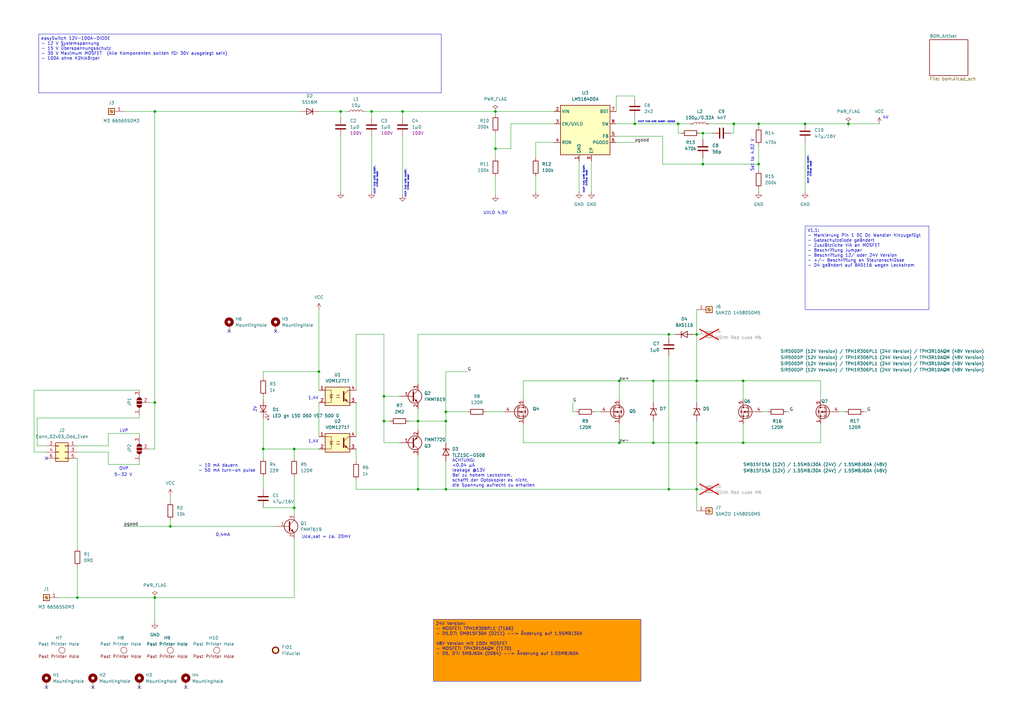
<source format=kicad_sch>
(kicad_sch
	(version 20250114)
	(generator "eeschema")
	(generator_version "9.0")
	(uuid "bf1f8167-8e29-49cc-a467-dd9cc2c77246")
	(paper "A3")
	(lib_symbols
		(symbol "Connector:Screw_Terminal_01x01"
			(pin_names
				(offset 1.016)
				(hide yes)
			)
			(exclude_from_sim no)
			(in_bom yes)
			(on_board yes)
			(property "Reference" "J"
				(at 0 2.54 0)
				(effects
					(font
						(size 1.27 1.27)
					)
				)
			)
			(property "Value" "Screw_Terminal_01x01"
				(at 0 -2.54 0)
				(effects
					(font
						(size 1.27 1.27)
					)
				)
			)
			(property "Footprint" ""
				(at 0 0 0)
				(effects
					(font
						(size 1.27 1.27)
					)
					(hide yes)
				)
			)
			(property "Datasheet" "~"
				(at 0 0 0)
				(effects
					(font
						(size 1.27 1.27)
					)
					(hide yes)
				)
			)
			(property "Description" "Generic screw terminal, single row, 01x01, script generated (kicad-library-utils/schlib/autogen/connector/)"
				(at 0 0 0)
				(effects
					(font
						(size 1.27 1.27)
					)
					(hide yes)
				)
			)
			(property "ki_keywords" "screw terminal"
				(at 0 0 0)
				(effects
					(font
						(size 1.27 1.27)
					)
					(hide yes)
				)
			)
			(property "ki_fp_filters" "TerminalBlock*:*"
				(at 0 0 0)
				(effects
					(font
						(size 1.27 1.27)
					)
					(hide yes)
				)
			)
			(symbol "Screw_Terminal_01x01_1_1"
				(rectangle
					(start -1.27 1.27)
					(end 1.27 -1.27)
					(stroke
						(width 0.254)
						(type default)
					)
					(fill
						(type background)
					)
				)
				(polyline
					(pts
						(xy -0.5334 0.3302) (xy 0.3302 -0.508)
					)
					(stroke
						(width 0.1524)
						(type default)
					)
					(fill
						(type none)
					)
				)
				(polyline
					(pts
						(xy -0.3556 0.508) (xy 0.508 -0.3302)
					)
					(stroke
						(width 0.1524)
						(type default)
					)
					(fill
						(type none)
					)
				)
				(circle
					(center 0 0)
					(radius 0.635)
					(stroke
						(width 0.1524)
						(type default)
					)
					(fill
						(type none)
					)
				)
				(pin passive line
					(at -5.08 0 0)
					(length 3.81)
					(name "Pin_1"
						(effects
							(font
								(size 1.27 1.27)
							)
						)
					)
					(number "1"
						(effects
							(font
								(size 1.27 1.27)
							)
						)
					)
				)
			)
			(embedded_fonts no)
		)
		(symbol "Connector_Generic:Conn_02x03_Odd_Even"
			(pin_names
				(offset 1.016)
				(hide yes)
			)
			(exclude_from_sim no)
			(in_bom yes)
			(on_board yes)
			(property "Reference" "J"
				(at 1.27 5.08 0)
				(effects
					(font
						(size 1.27 1.27)
					)
				)
			)
			(property "Value" "Conn_02x03_Odd_Even"
				(at 1.27 -5.08 0)
				(effects
					(font
						(size 1.27 1.27)
					)
				)
			)
			(property "Footprint" ""
				(at 0 0 0)
				(effects
					(font
						(size 1.27 1.27)
					)
					(hide yes)
				)
			)
			(property "Datasheet" "~"
				(at 0 0 0)
				(effects
					(font
						(size 1.27 1.27)
					)
					(hide yes)
				)
			)
			(property "Description" "Generic connector, double row, 02x03, odd/even pin numbering scheme (row 1 odd numbers, row 2 even numbers), script generated (kicad-library-utils/schlib/autogen/connector/)"
				(at 0 0 0)
				(effects
					(font
						(size 1.27 1.27)
					)
					(hide yes)
				)
			)
			(property "ki_keywords" "connector"
				(at 0 0 0)
				(effects
					(font
						(size 1.27 1.27)
					)
					(hide yes)
				)
			)
			(property "ki_fp_filters" "Connector*:*_2x??_*"
				(at 0 0 0)
				(effects
					(font
						(size 1.27 1.27)
					)
					(hide yes)
				)
			)
			(symbol "Conn_02x03_Odd_Even_1_1"
				(rectangle
					(start -1.27 3.81)
					(end 3.81 -3.81)
					(stroke
						(width 0.254)
						(type default)
					)
					(fill
						(type background)
					)
				)
				(rectangle
					(start -1.27 2.667)
					(end 0 2.413)
					(stroke
						(width 0.1524)
						(type default)
					)
					(fill
						(type none)
					)
				)
				(rectangle
					(start -1.27 0.127)
					(end 0 -0.127)
					(stroke
						(width 0.1524)
						(type default)
					)
					(fill
						(type none)
					)
				)
				(rectangle
					(start -1.27 -2.413)
					(end 0 -2.667)
					(stroke
						(width 0.1524)
						(type default)
					)
					(fill
						(type none)
					)
				)
				(rectangle
					(start 3.81 2.667)
					(end 2.54 2.413)
					(stroke
						(width 0.1524)
						(type default)
					)
					(fill
						(type none)
					)
				)
				(rectangle
					(start 3.81 0.127)
					(end 2.54 -0.127)
					(stroke
						(width 0.1524)
						(type default)
					)
					(fill
						(type none)
					)
				)
				(rectangle
					(start 3.81 -2.413)
					(end 2.54 -2.667)
					(stroke
						(width 0.1524)
						(type default)
					)
					(fill
						(type none)
					)
				)
				(pin passive line
					(at -5.08 2.54 0)
					(length 3.81)
					(name "Pin_1"
						(effects
							(font
								(size 1.27 1.27)
							)
						)
					)
					(number "1"
						(effects
							(font
								(size 1.27 1.27)
							)
						)
					)
				)
				(pin passive line
					(at -5.08 0 0)
					(length 3.81)
					(name "Pin_3"
						(effects
							(font
								(size 1.27 1.27)
							)
						)
					)
					(number "3"
						(effects
							(font
								(size 1.27 1.27)
							)
						)
					)
				)
				(pin passive line
					(at -5.08 -2.54 0)
					(length 3.81)
					(name "Pin_5"
						(effects
							(font
								(size 1.27 1.27)
							)
						)
					)
					(number "5"
						(effects
							(font
								(size 1.27 1.27)
							)
						)
					)
				)
				(pin passive line
					(at 7.62 2.54 180)
					(length 3.81)
					(name "Pin_2"
						(effects
							(font
								(size 1.27 1.27)
							)
						)
					)
					(number "2"
						(effects
							(font
								(size 1.27 1.27)
							)
						)
					)
				)
				(pin passive line
					(at 7.62 0 180)
					(length 3.81)
					(name "Pin_4"
						(effects
							(font
								(size 1.27 1.27)
							)
						)
					)
					(number "4"
						(effects
							(font
								(size 1.27 1.27)
							)
						)
					)
				)
				(pin passive line
					(at 7.62 -2.54 180)
					(length 3.81)
					(name "Pin_6"
						(effects
							(font
								(size 1.27 1.27)
							)
						)
					)
					(number "6"
						(effects
							(font
								(size 1.27 1.27)
							)
						)
					)
				)
			)
			(embedded_fonts no)
		)
		(symbol "Device:C"
			(pin_numbers
				(hide yes)
			)
			(pin_names
				(offset 0.254)
			)
			(exclude_from_sim no)
			(in_bom yes)
			(on_board yes)
			(property "Reference" "C"
				(at 0.635 2.54 0)
				(effects
					(font
						(size 1.27 1.27)
					)
					(justify left)
				)
			)
			(property "Value" "C"
				(at 0.635 -2.54 0)
				(effects
					(font
						(size 1.27 1.27)
					)
					(justify left)
				)
			)
			(property "Footprint" ""
				(at 0.9652 -3.81 0)
				(effects
					(font
						(size 1.27 1.27)
					)
					(hide yes)
				)
			)
			(property "Datasheet" "~"
				(at 0 0 0)
				(effects
					(font
						(size 1.27 1.27)
					)
					(hide yes)
				)
			)
			(property "Description" "Unpolarized capacitor"
				(at 0 0 0)
				(effects
					(font
						(size 1.27 1.27)
					)
					(hide yes)
				)
			)
			(property "ki_keywords" "cap capacitor"
				(at 0 0 0)
				(effects
					(font
						(size 1.27 1.27)
					)
					(hide yes)
				)
			)
			(property "ki_fp_filters" "C_*"
				(at 0 0 0)
				(effects
					(font
						(size 1.27 1.27)
					)
					(hide yes)
				)
			)
			(symbol "C_0_1"
				(polyline
					(pts
						(xy -2.032 0.762) (xy 2.032 0.762)
					)
					(stroke
						(width 0.508)
						(type default)
					)
					(fill
						(type none)
					)
				)
				(polyline
					(pts
						(xy -2.032 -0.762) (xy 2.032 -0.762)
					)
					(stroke
						(width 0.508)
						(type default)
					)
					(fill
						(type none)
					)
				)
			)
			(symbol "C_1_1"
				(pin passive line
					(at 0 3.81 270)
					(length 2.794)
					(name "~"
						(effects
							(font
								(size 1.27 1.27)
							)
						)
					)
					(number "1"
						(effects
							(font
								(size 1.27 1.27)
							)
						)
					)
				)
				(pin passive line
					(at 0 -3.81 90)
					(length 2.794)
					(name "~"
						(effects
							(font
								(size 1.27 1.27)
							)
						)
					)
					(number "2"
						(effects
							(font
								(size 1.27 1.27)
							)
						)
					)
				)
			)
			(embedded_fonts no)
		)
		(symbol "Device:D"
			(pin_numbers
				(hide yes)
			)
			(pin_names
				(offset 1.016)
				(hide yes)
			)
			(exclude_from_sim no)
			(in_bom yes)
			(on_board yes)
			(property "Reference" "D"
				(at 0 2.54 0)
				(effects
					(font
						(size 1.27 1.27)
					)
				)
			)
			(property "Value" "D"
				(at 0 -2.54 0)
				(effects
					(font
						(size 1.27 1.27)
					)
				)
			)
			(property "Footprint" ""
				(at 0 0 0)
				(effects
					(font
						(size 1.27 1.27)
					)
					(hide yes)
				)
			)
			(property "Datasheet" "~"
				(at 0 0 0)
				(effects
					(font
						(size 1.27 1.27)
					)
					(hide yes)
				)
			)
			(property "Description" "Diode"
				(at 0 0 0)
				(effects
					(font
						(size 1.27 1.27)
					)
					(hide yes)
				)
			)
			(property "Sim.Device" "D"
				(at 0 0 0)
				(effects
					(font
						(size 1.27 1.27)
					)
					(hide yes)
				)
			)
			(property "Sim.Pins" "1=K 2=A"
				(at 0 0 0)
				(effects
					(font
						(size 1.27 1.27)
					)
					(hide yes)
				)
			)
			(property "ki_keywords" "diode"
				(at 0 0 0)
				(effects
					(font
						(size 1.27 1.27)
					)
					(hide yes)
				)
			)
			(property "ki_fp_filters" "TO-???* *_Diode_* *SingleDiode* D_*"
				(at 0 0 0)
				(effects
					(font
						(size 1.27 1.27)
					)
					(hide yes)
				)
			)
			(symbol "D_0_1"
				(polyline
					(pts
						(xy -1.27 1.27) (xy -1.27 -1.27)
					)
					(stroke
						(width 0.254)
						(type default)
					)
					(fill
						(type none)
					)
				)
				(polyline
					(pts
						(xy 1.27 1.27) (xy 1.27 -1.27) (xy -1.27 0) (xy 1.27 1.27)
					)
					(stroke
						(width 0.254)
						(type default)
					)
					(fill
						(type none)
					)
				)
				(polyline
					(pts
						(xy 1.27 0) (xy -1.27 0)
					)
					(stroke
						(width 0)
						(type default)
					)
					(fill
						(type none)
					)
				)
			)
			(symbol "D_1_1"
				(pin passive line
					(at -3.81 0 0)
					(length 2.54)
					(name "K"
						(effects
							(font
								(size 1.27 1.27)
							)
						)
					)
					(number "1"
						(effects
							(font
								(size 1.27 1.27)
							)
						)
					)
				)
				(pin passive line
					(at 3.81 0 180)
					(length 2.54)
					(name "A"
						(effects
							(font
								(size 1.27 1.27)
							)
						)
					)
					(number "2"
						(effects
							(font
								(size 1.27 1.27)
							)
						)
					)
				)
			)
			(embedded_fonts no)
		)
		(symbol "Device:L"
			(pin_numbers
				(hide yes)
			)
			(pin_names
				(offset 1.016)
				(hide yes)
			)
			(exclude_from_sim no)
			(in_bom yes)
			(on_board yes)
			(property "Reference" "L"
				(at -1.27 0 90)
				(effects
					(font
						(size 1.27 1.27)
					)
				)
			)
			(property "Value" "L"
				(at 1.905 0 90)
				(effects
					(font
						(size 1.27 1.27)
					)
				)
			)
			(property "Footprint" ""
				(at 0 0 0)
				(effects
					(font
						(size 1.27 1.27)
					)
					(hide yes)
				)
			)
			(property "Datasheet" "~"
				(at 0 0 0)
				(effects
					(font
						(size 1.27 1.27)
					)
					(hide yes)
				)
			)
			(property "Description" "Inductor"
				(at 0 0 0)
				(effects
					(font
						(size 1.27 1.27)
					)
					(hide yes)
				)
			)
			(property "ki_keywords" "inductor choke coil reactor magnetic"
				(at 0 0 0)
				(effects
					(font
						(size 1.27 1.27)
					)
					(hide yes)
				)
			)
			(property "ki_fp_filters" "Choke_* *Coil* Inductor_* L_*"
				(at 0 0 0)
				(effects
					(font
						(size 1.27 1.27)
					)
					(hide yes)
				)
			)
			(symbol "L_0_1"
				(arc
					(start 0 2.54)
					(mid 0.6323 1.905)
					(end 0 1.27)
					(stroke
						(width 0)
						(type default)
					)
					(fill
						(type none)
					)
				)
				(arc
					(start 0 1.27)
					(mid 0.6323 0.635)
					(end 0 0)
					(stroke
						(width 0)
						(type default)
					)
					(fill
						(type none)
					)
				)
				(arc
					(start 0 0)
					(mid 0.6323 -0.635)
					(end 0 -1.27)
					(stroke
						(width 0)
						(type default)
					)
					(fill
						(type none)
					)
				)
				(arc
					(start 0 -1.27)
					(mid 0.6323 -1.905)
					(end 0 -2.54)
					(stroke
						(width 0)
						(type default)
					)
					(fill
						(type none)
					)
				)
			)
			(symbol "L_1_1"
				(pin passive line
					(at 0 3.81 270)
					(length 1.27)
					(name "1"
						(effects
							(font
								(size 1.27 1.27)
							)
						)
					)
					(number "1"
						(effects
							(font
								(size 1.27 1.27)
							)
						)
					)
				)
				(pin passive line
					(at 0 -3.81 90)
					(length 1.27)
					(name "2"
						(effects
							(font
								(size 1.27 1.27)
							)
						)
					)
					(number "2"
						(effects
							(font
								(size 1.27 1.27)
							)
						)
					)
				)
			)
			(embedded_fonts no)
		)
		(symbol "Device:LED"
			(pin_numbers
				(hide yes)
			)
			(pin_names
				(offset 1.016)
				(hide yes)
			)
			(exclude_from_sim no)
			(in_bom yes)
			(on_board yes)
			(property "Reference" "D"
				(at 0 2.54 0)
				(effects
					(font
						(size 1.27 1.27)
					)
				)
			)
			(property "Value" "LED"
				(at 0 -2.54 0)
				(effects
					(font
						(size 1.27 1.27)
					)
				)
			)
			(property "Footprint" ""
				(at 0 0 0)
				(effects
					(font
						(size 1.27 1.27)
					)
					(hide yes)
				)
			)
			(property "Datasheet" "~"
				(at 0 0 0)
				(effects
					(font
						(size 1.27 1.27)
					)
					(hide yes)
				)
			)
			(property "Description" "Light emitting diode"
				(at 0 0 0)
				(effects
					(font
						(size 1.27 1.27)
					)
					(hide yes)
				)
			)
			(property "ki_keywords" "LED diode"
				(at 0 0 0)
				(effects
					(font
						(size 1.27 1.27)
					)
					(hide yes)
				)
			)
			(property "ki_fp_filters" "LED* LED_SMD:* LED_THT:*"
				(at 0 0 0)
				(effects
					(font
						(size 1.27 1.27)
					)
					(hide yes)
				)
			)
			(symbol "LED_0_1"
				(polyline
					(pts
						(xy -3.048 -0.762) (xy -4.572 -2.286) (xy -3.81 -2.286) (xy -4.572 -2.286) (xy -4.572 -1.524)
					)
					(stroke
						(width 0)
						(type default)
					)
					(fill
						(type none)
					)
				)
				(polyline
					(pts
						(xy -1.778 -0.762) (xy -3.302 -2.286) (xy -2.54 -2.286) (xy -3.302 -2.286) (xy -3.302 -1.524)
					)
					(stroke
						(width 0)
						(type default)
					)
					(fill
						(type none)
					)
				)
				(polyline
					(pts
						(xy -1.27 0) (xy 1.27 0)
					)
					(stroke
						(width 0)
						(type default)
					)
					(fill
						(type none)
					)
				)
				(polyline
					(pts
						(xy -1.27 -1.27) (xy -1.27 1.27)
					)
					(stroke
						(width 0.254)
						(type default)
					)
					(fill
						(type none)
					)
				)
				(polyline
					(pts
						(xy 1.27 -1.27) (xy 1.27 1.27) (xy -1.27 0) (xy 1.27 -1.27)
					)
					(stroke
						(width 0.254)
						(type default)
					)
					(fill
						(type none)
					)
				)
			)
			(symbol "LED_1_1"
				(pin passive line
					(at -3.81 0 0)
					(length 2.54)
					(name "K"
						(effects
							(font
								(size 1.27 1.27)
							)
						)
					)
					(number "1"
						(effects
							(font
								(size 1.27 1.27)
							)
						)
					)
				)
				(pin passive line
					(at 3.81 0 180)
					(length 2.54)
					(name "A"
						(effects
							(font
								(size 1.27 1.27)
							)
						)
					)
					(number "2"
						(effects
							(font
								(size 1.27 1.27)
							)
						)
					)
				)
			)
			(embedded_fonts no)
		)
		(symbol "Device:R"
			(pin_numbers
				(hide yes)
			)
			(pin_names
				(offset 0)
			)
			(exclude_from_sim no)
			(in_bom yes)
			(on_board yes)
			(property "Reference" "R"
				(at 2.032 0 90)
				(effects
					(font
						(size 1.27 1.27)
					)
				)
			)
			(property "Value" "R"
				(at 0 0 90)
				(effects
					(font
						(size 1.27 1.27)
					)
				)
			)
			(property "Footprint" ""
				(at -1.778 0 90)
				(effects
					(font
						(size 1.27 1.27)
					)
					(hide yes)
				)
			)
			(property "Datasheet" "~"
				(at 0 0 0)
				(effects
					(font
						(size 1.27 1.27)
					)
					(hide yes)
				)
			)
			(property "Description" "Resistor"
				(at 0 0 0)
				(effects
					(font
						(size 1.27 1.27)
					)
					(hide yes)
				)
			)
			(property "ki_keywords" "R res resistor"
				(at 0 0 0)
				(effects
					(font
						(size 1.27 1.27)
					)
					(hide yes)
				)
			)
			(property "ki_fp_filters" "R_*"
				(at 0 0 0)
				(effects
					(font
						(size 1.27 1.27)
					)
					(hide yes)
				)
			)
			(symbol "R_0_1"
				(rectangle
					(start -1.016 -2.54)
					(end 1.016 2.54)
					(stroke
						(width 0.254)
						(type default)
					)
					(fill
						(type none)
					)
				)
			)
			(symbol "R_1_1"
				(pin passive line
					(at 0 3.81 270)
					(length 1.27)
					(name "~"
						(effects
							(font
								(size 1.27 1.27)
							)
						)
					)
					(number "1"
						(effects
							(font
								(size 1.27 1.27)
							)
						)
					)
				)
				(pin passive line
					(at 0 -3.81 90)
					(length 1.27)
					(name "~"
						(effects
							(font
								(size 1.27 1.27)
							)
						)
					)
					(number "2"
						(effects
							(font
								(size 1.27 1.27)
							)
						)
					)
				)
			)
			(embedded_fonts no)
		)
		(symbol "Diode:BAS19"
			(pin_numbers
				(hide yes)
			)
			(pin_names
				(hide yes)
			)
			(exclude_from_sim no)
			(in_bom yes)
			(on_board yes)
			(property "Reference" "D"
				(at 0 2.54 0)
				(effects
					(font
						(size 1.27 1.27)
					)
				)
			)
			(property "Value" "BAS19"
				(at 0 -2.54 0)
				(effects
					(font
						(size 1.27 1.27)
					)
				)
			)
			(property "Footprint" "Package_TO_SOT_SMD:SOT-23"
				(at 0 -4.445 0)
				(effects
					(font
						(size 1.27 1.27)
					)
					(hide yes)
				)
			)
			(property "Datasheet" "https://www.diodes.com/assets/Datasheets/Ds12004.pdf"
				(at 0 0 0)
				(effects
					(font
						(size 1.27 1.27)
					)
					(hide yes)
				)
			)
			(property "Description" "120V, 0.4A, High-speed Switching Diode, SOT-23"
				(at 0 0 0)
				(effects
					(font
						(size 1.27 1.27)
					)
					(hide yes)
				)
			)
			(property "ki_keywords" "diode"
				(at 0 0 0)
				(effects
					(font
						(size 1.27 1.27)
					)
					(hide yes)
				)
			)
			(property "ki_fp_filters" "SOT?23*"
				(at 0 0 0)
				(effects
					(font
						(size 1.27 1.27)
					)
					(hide yes)
				)
			)
			(symbol "BAS19_0_1"
				(polyline
					(pts
						(xy -1.27 1.27) (xy -1.27 -1.27)
					)
					(stroke
						(width 0.254)
						(type default)
					)
					(fill
						(type none)
					)
				)
				(polyline
					(pts
						(xy 1.27 1.27) (xy 1.27 -1.27) (xy -1.27 0) (xy 1.27 1.27)
					)
					(stroke
						(width 0.254)
						(type default)
					)
					(fill
						(type none)
					)
				)
				(polyline
					(pts
						(xy 1.27 0) (xy -1.27 0)
					)
					(stroke
						(width 0)
						(type default)
					)
					(fill
						(type none)
					)
				)
			)
			(symbol "BAS19_1_1"
				(pin passive line
					(at -3.81 0 0)
					(length 2.54)
					(name "K"
						(effects
							(font
								(size 1.27 1.27)
							)
						)
					)
					(number "3"
						(effects
							(font
								(size 1.27 1.27)
							)
						)
					)
				)
				(pin no_connect line
					(at -1.27 0 0)
					(length 2.54)
					(hide yes)
					(name "NC"
						(effects
							(font
								(size 1.27 1.27)
							)
						)
					)
					(number "2"
						(effects
							(font
								(size 1.27 1.27)
							)
						)
					)
				)
				(pin passive line
					(at 3.81 0 180)
					(length 2.54)
					(name "A"
						(effects
							(font
								(size 1.27 1.27)
							)
						)
					)
					(number "1"
						(effects
							(font
								(size 1.27 1.27)
							)
						)
					)
				)
			)
			(embedded_fonts no)
		)
		(symbol "Diode:BZV55C15"
			(pin_numbers
				(hide yes)
			)
			(pin_names
				(hide yes)
			)
			(exclude_from_sim no)
			(in_bom yes)
			(on_board yes)
			(property "Reference" "D"
				(at 0 2.54 0)
				(effects
					(font
						(size 1.27 1.27)
					)
				)
			)
			(property "Value" "BZV55C15"
				(at 0 -2.54 0)
				(effects
					(font
						(size 1.27 1.27)
					)
				)
			)
			(property "Footprint" "Diode_SMD:D_MiniMELF"
				(at 0 -4.445 0)
				(effects
					(font
						(size 1.27 1.27)
					)
					(hide yes)
				)
			)
			(property "Datasheet" "https://assets.nexperia.com/documents/data-sheet/BZV55_SER.pdf"
				(at 0 0 0)
				(effects
					(font
						(size 1.27 1.27)
					)
					(hide yes)
				)
			)
			(property "Description" "15V, 500mW, 5%, Zener diode, MiniMELF"
				(at 0 0 0)
				(effects
					(font
						(size 1.27 1.27)
					)
					(hide yes)
				)
			)
			(property "ki_keywords" "zener diode"
				(at 0 0 0)
				(effects
					(font
						(size 1.27 1.27)
					)
					(hide yes)
				)
			)
			(property "ki_fp_filters" "D*MiniMELF*"
				(at 0 0 0)
				(effects
					(font
						(size 1.27 1.27)
					)
					(hide yes)
				)
			)
			(symbol "BZV55C15_0_1"
				(polyline
					(pts
						(xy -1.27 -1.27) (xy -1.27 1.27) (xy -0.762 1.27)
					)
					(stroke
						(width 0.254)
						(type default)
					)
					(fill
						(type none)
					)
				)
				(polyline
					(pts
						(xy 1.27 0) (xy -1.27 0)
					)
					(stroke
						(width 0)
						(type default)
					)
					(fill
						(type none)
					)
				)
				(polyline
					(pts
						(xy 1.27 -1.27) (xy 1.27 1.27) (xy -1.27 0) (xy 1.27 -1.27)
					)
					(stroke
						(width 0.254)
						(type default)
					)
					(fill
						(type none)
					)
				)
			)
			(symbol "BZV55C15_1_1"
				(pin passive line
					(at -3.81 0 0)
					(length 2.54)
					(name "K"
						(effects
							(font
								(size 1.27 1.27)
							)
						)
					)
					(number "1"
						(effects
							(font
								(size 1.27 1.27)
							)
						)
					)
				)
				(pin passive line
					(at 3.81 0 180)
					(length 2.54)
					(name "A"
						(effects
							(font
								(size 1.27 1.27)
							)
						)
					)
					(number "2"
						(effects
							(font
								(size 1.27 1.27)
							)
						)
					)
				)
			)
			(embedded_fonts no)
		)
		(symbol "Diode:SM6T15A"
			(pin_numbers
				(hide yes)
			)
			(pin_names
				(offset 1.016)
				(hide yes)
			)
			(exclude_from_sim no)
			(in_bom yes)
			(on_board yes)
			(property "Reference" "D"
				(at 0 2.54 0)
				(effects
					(font
						(size 1.27 1.27)
					)
				)
			)
			(property "Value" "SM6T15A"
				(at 0 -2.54 0)
				(effects
					(font
						(size 1.27 1.27)
					)
				)
			)
			(property "Footprint" "Diode_SMD:D_SMB"
				(at 0 -5.08 0)
				(effects
					(font
						(size 1.27 1.27)
					)
					(hide yes)
				)
			)
			(property "Datasheet" "https://www.st.com/resource/en/datasheet/sm6t.pdf"
				(at -1.27 0 0)
				(effects
					(font
						(size 1.27 1.27)
					)
					(hide yes)
				)
			)
			(property "Description" "600W unidirectional Transil Transient Voltage Suppressor, 15Vrwm, DO-214AA"
				(at 0 0 0)
				(effects
					(font
						(size 1.27 1.27)
					)
					(hide yes)
				)
			)
			(property "ki_keywords" "diode TVS voltage suppressor"
				(at 0 0 0)
				(effects
					(font
						(size 1.27 1.27)
					)
					(hide yes)
				)
			)
			(property "ki_fp_filters" "D*SMB*"
				(at 0 0 0)
				(effects
					(font
						(size 1.27 1.27)
					)
					(hide yes)
				)
			)
			(symbol "SM6T15A_0_1"
				(polyline
					(pts
						(xy -0.762 1.27) (xy -1.27 1.27) (xy -1.27 -1.27)
					)
					(stroke
						(width 0.254)
						(type default)
					)
					(fill
						(type none)
					)
				)
				(polyline
					(pts
						(xy 1.27 1.27) (xy 1.27 -1.27) (xy -1.27 0) (xy 1.27 1.27)
					)
					(stroke
						(width 0.254)
						(type default)
					)
					(fill
						(type none)
					)
				)
			)
			(symbol "SM6T15A_1_1"
				(pin passive line
					(at -3.81 0 0)
					(length 2.54)
					(name "A1"
						(effects
							(font
								(size 1.27 1.27)
							)
						)
					)
					(number "1"
						(effects
							(font
								(size 1.27 1.27)
							)
						)
					)
				)
				(pin passive line
					(at 3.81 0 180)
					(length 2.54)
					(name "A2"
						(effects
							(font
								(size 1.27 1.27)
							)
						)
					)
					(number "2"
						(effects
							(font
								(size 1.27 1.27)
							)
						)
					)
				)
			)
			(embedded_fonts no)
		)
		(symbol "Isolator:VO615A-1"
			(pin_names
				(offset 0.762)
			)
			(exclude_from_sim no)
			(in_bom yes)
			(on_board yes)
			(property "Reference" "U"
				(at 0 7.62 0)
				(effects
					(font
						(size 1.27 1.27)
					)
				)
			)
			(property "Value" "VO615A-1"
				(at 0 5.08 0)
				(effects
					(font
						(size 1.27 1.27)
					)
				)
			)
			(property "Footprint" ""
				(at 0 0 0)
				(effects
					(font
						(size 1.27 1.27)
					)
					(hide yes)
				)
			)
			(property "Datasheet" "http://www.vishay.com/docs/81753/vo615a.pdf"
				(at 0 0 0)
				(effects
					(font
						(size 1.27 1.27)
					)
					(hide yes)
				)
			)
			(property "Description" "DC Optocoupler, Vce 70V, CTR 40-80% @ 10mA, Viso 5000Vrms, DIP4"
				(at 0 0 0)
				(effects
					(font
						(size 1.27 1.27)
					)
					(hide yes)
				)
			)
			(property "ki_keywords" "NPN DC Optocoupler"
				(at 0 0 0)
				(effects
					(font
						(size 1.27 1.27)
					)
					(hide yes)
				)
			)
			(property "ki_fp_filters" "DIP*W7.62mm* DIP*W10.16mm* SMDIP*W7.62mm* SMDIP*W9.53mm* SMDIP*W11.48mm*"
				(at 0 0 0)
				(effects
					(font
						(size 1.27 1.27)
					)
					(hide yes)
				)
			)
			(symbol "VO615A-1_0_1"
				(rectangle
					(start -5.08 3.81)
					(end 5.08 -3.81)
					(stroke
						(width 0.254)
						(type default)
					)
					(fill
						(type background)
					)
				)
				(polyline
					(pts
						(xy -5.08 2.54) (xy -2.54 2.54) (xy -2.54 -2.54) (xy -5.08 -2.54)
					)
					(stroke
						(width 0)
						(type default)
					)
					(fill
						(type none)
					)
				)
				(polyline
					(pts
						(xy -3.175 -0.635) (xy -1.905 -0.635)
					)
					(stroke
						(width 0)
						(type default)
					)
					(fill
						(type none)
					)
				)
				(polyline
					(pts
						(xy -2.54 -0.635) (xy -3.175 0.635) (xy -1.905 0.635) (xy -2.54 -0.635)
					)
					(stroke
						(width 0)
						(type default)
					)
					(fill
						(type none)
					)
				)
				(polyline
					(pts
						(xy -0.508 0.508) (xy 0.762 0.508) (xy 0.381 0.381) (xy 0.381 0.635) (xy 0.762 0.508)
					)
					(stroke
						(width 0)
						(type default)
					)
					(fill
						(type none)
					)
				)
				(polyline
					(pts
						(xy -0.508 -0.508) (xy 0.762 -0.508) (xy 0.381 -0.635) (xy 0.381 -0.381) (xy 0.762 -0.508)
					)
					(stroke
						(width 0)
						(type default)
					)
					(fill
						(type none)
					)
				)
				(polyline
					(pts
						(xy 2.54 1.905) (xy 2.54 -1.905) (xy 2.54 -1.905)
					)
					(stroke
						(width 0.508)
						(type default)
					)
					(fill
						(type none)
					)
				)
				(polyline
					(pts
						(xy 2.54 0.635) (xy 4.445 2.54)
					)
					(stroke
						(width 0)
						(type default)
					)
					(fill
						(type none)
					)
				)
				(polyline
					(pts
						(xy 3.048 -1.651) (xy 3.556 -1.143) (xy 4.064 -2.159) (xy 3.048 -1.651) (xy 3.048 -1.651)
					)
					(stroke
						(width 0)
						(type default)
					)
					(fill
						(type outline)
					)
				)
				(polyline
					(pts
						(xy 4.445 2.54) (xy 5.08 2.54)
					)
					(stroke
						(width 0)
						(type default)
					)
					(fill
						(type none)
					)
				)
				(polyline
					(pts
						(xy 4.445 -2.54) (xy 2.54 -0.635)
					)
					(stroke
						(width 0)
						(type default)
					)
					(fill
						(type outline)
					)
				)
				(polyline
					(pts
						(xy 4.445 -2.54) (xy 5.08 -2.54)
					)
					(stroke
						(width 0)
						(type default)
					)
					(fill
						(type none)
					)
				)
			)
			(symbol "VO615A-1_1_1"
				(pin passive line
					(at -7.62 2.54 0)
					(length 2.54)
					(name "~"
						(effects
							(font
								(size 1.27 1.27)
							)
						)
					)
					(number "1"
						(effects
							(font
								(size 1.27 1.27)
							)
						)
					)
				)
				(pin passive line
					(at -7.62 -2.54 0)
					(length 2.54)
					(name "~"
						(effects
							(font
								(size 1.27 1.27)
							)
						)
					)
					(number "2"
						(effects
							(font
								(size 1.27 1.27)
							)
						)
					)
				)
				(pin passive line
					(at 7.62 2.54 180)
					(length 2.54)
					(name "~"
						(effects
							(font
								(size 1.27 1.27)
							)
						)
					)
					(number "4"
						(effects
							(font
								(size 1.27 1.27)
							)
						)
					)
				)
				(pin passive line
					(at 7.62 -2.54 180)
					(length 2.54)
					(name "~"
						(effects
							(font
								(size 1.27 1.27)
							)
						)
					)
					(number "3"
						(effects
							(font
								(size 1.27 1.27)
							)
						)
					)
				)
			)
			(embedded_fonts no)
		)
		(symbol "Jumper:SolderJumper_3_Open"
			(pin_names
				(offset 0)
				(hide yes)
			)
			(exclude_from_sim yes)
			(in_bom no)
			(on_board yes)
			(property "Reference" "JP"
				(at -2.54 -2.54 0)
				(effects
					(font
						(size 1.27 1.27)
					)
				)
			)
			(property "Value" "SolderJumper_3_Open"
				(at 0 2.794 0)
				(effects
					(font
						(size 1.27 1.27)
					)
				)
			)
			(property "Footprint" ""
				(at 0 0 0)
				(effects
					(font
						(size 1.27 1.27)
					)
					(hide yes)
				)
			)
			(property "Datasheet" "~"
				(at 0 0 0)
				(effects
					(font
						(size 1.27 1.27)
					)
					(hide yes)
				)
			)
			(property "Description" "Solder Jumper, 3-pole, open"
				(at 0 0 0)
				(effects
					(font
						(size 1.27 1.27)
					)
					(hide yes)
				)
			)
			(property "ki_keywords" "Solder Jumper SPDT"
				(at 0 0 0)
				(effects
					(font
						(size 1.27 1.27)
					)
					(hide yes)
				)
			)
			(property "ki_fp_filters" "SolderJumper*Open*"
				(at 0 0 0)
				(effects
					(font
						(size 1.27 1.27)
					)
					(hide yes)
				)
			)
			(symbol "SolderJumper_3_Open_0_1"
				(polyline
					(pts
						(xy -2.54 0) (xy -2.032 0)
					)
					(stroke
						(width 0)
						(type default)
					)
					(fill
						(type none)
					)
				)
				(polyline
					(pts
						(xy -1.016 1.016) (xy -1.016 -1.016)
					)
					(stroke
						(width 0)
						(type default)
					)
					(fill
						(type none)
					)
				)
				(arc
					(start -1.016 -1.016)
					(mid -2.0276 0)
					(end -1.016 1.016)
					(stroke
						(width 0)
						(type default)
					)
					(fill
						(type none)
					)
				)
				(arc
					(start -1.016 -1.016)
					(mid -2.0276 0)
					(end -1.016 1.016)
					(stroke
						(width 0)
						(type default)
					)
					(fill
						(type outline)
					)
				)
				(rectangle
					(start -0.508 1.016)
					(end 0.508 -1.016)
					(stroke
						(width 0)
						(type default)
					)
					(fill
						(type outline)
					)
				)
				(polyline
					(pts
						(xy 0 -1.27) (xy 0 -1.016)
					)
					(stroke
						(width 0)
						(type default)
					)
					(fill
						(type none)
					)
				)
				(arc
					(start 1.016 1.016)
					(mid 2.0276 0)
					(end 1.016 -1.016)
					(stroke
						(width 0)
						(type default)
					)
					(fill
						(type none)
					)
				)
				(arc
					(start 1.016 1.016)
					(mid 2.0276 0)
					(end 1.016 -1.016)
					(stroke
						(width 0)
						(type default)
					)
					(fill
						(type outline)
					)
				)
				(polyline
					(pts
						(xy 1.016 1.016) (xy 1.016 -1.016)
					)
					(stroke
						(width 0)
						(type default)
					)
					(fill
						(type none)
					)
				)
				(polyline
					(pts
						(xy 2.54 0) (xy 2.032 0)
					)
					(stroke
						(width 0)
						(type default)
					)
					(fill
						(type none)
					)
				)
			)
			(symbol "SolderJumper_3_Open_1_1"
				(pin passive line
					(at -5.08 0 0)
					(length 2.54)
					(name "A"
						(effects
							(font
								(size 1.27 1.27)
							)
						)
					)
					(number "1"
						(effects
							(font
								(size 1.27 1.27)
							)
						)
					)
				)
				(pin passive line
					(at 0 -3.81 90)
					(length 2.54)
					(name "C"
						(effects
							(font
								(size 1.27 1.27)
							)
						)
					)
					(number "2"
						(effects
							(font
								(size 1.27 1.27)
							)
						)
					)
				)
				(pin passive line
					(at 5.08 0 180)
					(length 2.54)
					(name "B"
						(effects
							(font
								(size 1.27 1.27)
							)
						)
					)
					(number "3"
						(effects
							(font
								(size 1.27 1.27)
							)
						)
					)
				)
			)
			(embedded_fonts no)
		)
		(symbol "Mechanical:Fiducial"
			(exclude_from_sim yes)
			(in_bom no)
			(on_board yes)
			(property "Reference" "FID"
				(at 0 5.08 0)
				(effects
					(font
						(size 1.27 1.27)
					)
				)
			)
			(property "Value" "Fiducial"
				(at 0 3.175 0)
				(effects
					(font
						(size 1.27 1.27)
					)
				)
			)
			(property "Footprint" ""
				(at 0 0 0)
				(effects
					(font
						(size 1.27 1.27)
					)
					(hide yes)
				)
			)
			(property "Datasheet" "~"
				(at 0 0 0)
				(effects
					(font
						(size 1.27 1.27)
					)
					(hide yes)
				)
			)
			(property "Description" "Fiducial Marker"
				(at 0 0 0)
				(effects
					(font
						(size 1.27 1.27)
					)
					(hide yes)
				)
			)
			(property "ki_keywords" "fiducial marker"
				(at 0 0 0)
				(effects
					(font
						(size 1.27 1.27)
					)
					(hide yes)
				)
			)
			(property "ki_fp_filters" "Fiducial*"
				(at 0 0 0)
				(effects
					(font
						(size 1.27 1.27)
					)
					(hide yes)
				)
			)
			(symbol "Fiducial_0_1"
				(circle
					(center 0 0)
					(radius 1.27)
					(stroke
						(width 0.508)
						(type default)
					)
					(fill
						(type background)
					)
				)
			)
			(embedded_fonts no)
		)
		(symbol "Mechanical:MountingHole_Pad"
			(pin_numbers
				(hide yes)
			)
			(pin_names
				(offset 1.016)
				(hide yes)
			)
			(exclude_from_sim yes)
			(in_bom no)
			(on_board yes)
			(property "Reference" "H"
				(at 0 6.35 0)
				(effects
					(font
						(size 1.27 1.27)
					)
				)
			)
			(property "Value" "MountingHole_Pad"
				(at 0 4.445 0)
				(effects
					(font
						(size 1.27 1.27)
					)
				)
			)
			(property "Footprint" ""
				(at 0 0 0)
				(effects
					(font
						(size 1.27 1.27)
					)
					(hide yes)
				)
			)
			(property "Datasheet" "~"
				(at 0 0 0)
				(effects
					(font
						(size 1.27 1.27)
					)
					(hide yes)
				)
			)
			(property "Description" "Mounting Hole with connection"
				(at 0 0 0)
				(effects
					(font
						(size 1.27 1.27)
					)
					(hide yes)
				)
			)
			(property "ki_keywords" "mounting hole"
				(at 0 0 0)
				(effects
					(font
						(size 1.27 1.27)
					)
					(hide yes)
				)
			)
			(property "ki_fp_filters" "MountingHole*Pad*"
				(at 0 0 0)
				(effects
					(font
						(size 1.27 1.27)
					)
					(hide yes)
				)
			)
			(symbol "MountingHole_Pad_0_1"
				(circle
					(center 0 1.27)
					(radius 1.27)
					(stroke
						(width 1.27)
						(type default)
					)
					(fill
						(type none)
					)
				)
			)
			(symbol "MountingHole_Pad_1_1"
				(pin input line
					(at 0 -2.54 90)
					(length 2.54)
					(name "1"
						(effects
							(font
								(size 1.27 1.27)
							)
						)
					)
					(number "1"
						(effects
							(font
								(size 1.27 1.27)
							)
						)
					)
				)
			)
			(embedded_fonts no)
		)
		(symbol "Regulator_Switching:LM5164DDA"
			(exclude_from_sim no)
			(in_bom yes)
			(on_board yes)
			(property "Reference" "U"
				(at -8.89 11.43 0)
				(effects
					(font
						(size 1.27 1.27)
					)
				)
			)
			(property "Value" "LM5164DDA"
				(at 5.08 11.43 0)
				(effects
					(font
						(size 1.27 1.27)
					)
				)
			)
			(property "Footprint" "Package_SO:HSOP-8-1EP_3.9x4.9mm_P1.27mm_EP2.41x3.1mm_ThermalVias"
				(at 1.27 -11.43 0)
				(effects
					(font
						(size 1.27 1.27)
					)
					(hide yes)
				)
			)
			(property "Datasheet" "https://www.ti.com/lit/ds/symlink/lm5164.pdf?ts=1598311864250&ref_url=https%253A%252F%252Fwww.ti.com%252Fproduct%252FLM5164%253FHQS%253DTI-null-null-octopart-df-pf-null-wwe"
				(at -7.62 8.89 0)
				(effects
					(font
						(size 1.27 1.27)
					)
					(hide yes)
				)
			)
			(property "Description" "1A synchronous buck converter with ultra-low IQ, 6V - 100V input, adjustable output voltage, HSOP-8"
				(at 0 0 0)
				(effects
					(font
						(size 1.27 1.27)
					)
					(hide yes)
				)
			)
			(property "ki_keywords" "step-down dc-dc buck regulator adjustable"
				(at 0 0 0)
				(effects
					(font
						(size 1.27 1.27)
					)
					(hide yes)
				)
			)
			(property "ki_fp_filters" "HSOP*1EP*3.9x4.9*P1.27mm*"
				(at 0 0 0)
				(effects
					(font
						(size 1.27 1.27)
					)
					(hide yes)
				)
			)
			(symbol "LM5164DDA_1_1"
				(rectangle
					(start -10.16 10.16)
					(end 10.16 -10.16)
					(stroke
						(width 0.254)
						(type default)
					)
					(fill
						(type background)
					)
				)
				(pin power_in line
					(at -12.7 7.62 0)
					(length 2.54)
					(name "VIN"
						(effects
							(font
								(size 1.27 1.27)
							)
						)
					)
					(number "2"
						(effects
							(font
								(size 1.27 1.27)
							)
						)
					)
				)
				(pin input line
					(at -12.7 2.54 0)
					(length 2.54)
					(name "EN/UVLO"
						(effects
							(font
								(size 1.27 1.27)
							)
						)
					)
					(number "3"
						(effects
							(font
								(size 1.27 1.27)
							)
						)
					)
				)
				(pin passive line
					(at -12.7 -5.08 0)
					(length 2.54)
					(name "RON"
						(effects
							(font
								(size 1.27 1.27)
							)
						)
					)
					(number "4"
						(effects
							(font
								(size 1.27 1.27)
							)
						)
					)
				)
				(pin power_in line
					(at -2.54 -12.7 90)
					(length 2.54)
					(name "GND"
						(effects
							(font
								(size 1.27 1.27)
							)
						)
					)
					(number "1"
						(effects
							(font
								(size 1.27 1.27)
							)
						)
					)
				)
				(pin passive line
					(at 2.54 -12.7 90)
					(length 2.54)
					(name "EP"
						(effects
							(font
								(size 1.27 1.27)
							)
						)
					)
					(number "9"
						(effects
							(font
								(size 1.27 1.27)
							)
						)
					)
				)
				(pin passive line
					(at 12.7 7.62 180)
					(length 2.54)
					(name "BST"
						(effects
							(font
								(size 1.27 1.27)
							)
						)
					)
					(number "7"
						(effects
							(font
								(size 1.27 1.27)
							)
						)
					)
				)
				(pin power_out line
					(at 12.7 2.54 180)
					(length 2.54)
					(name "SW"
						(effects
							(font
								(size 1.27 1.27)
							)
						)
					)
					(number "8"
						(effects
							(font
								(size 1.27 1.27)
							)
						)
					)
				)
				(pin input line
					(at 12.7 -2.54 180)
					(length 2.54)
					(name "FB"
						(effects
							(font
								(size 1.27 1.27)
							)
						)
					)
					(number "5"
						(effects
							(font
								(size 1.27 1.27)
							)
						)
					)
				)
				(pin open_collector line
					(at 12.7 -5.08 180)
					(length 2.54)
					(name "PGOOD"
						(effects
							(font
								(size 1.27 1.27)
							)
						)
					)
					(number "6"
						(effects
							(font
								(size 1.27 1.27)
							)
						)
					)
				)
			)
			(embedded_fonts no)
		)
		(symbol "Transistor_BJT:MMBT2222A"
			(pin_names
				(offset 0)
				(hide yes)
			)
			(exclude_from_sim no)
			(in_bom yes)
			(on_board yes)
			(property "Reference" "Q"
				(at 5.08 1.905 0)
				(effects
					(font
						(size 1.27 1.27)
					)
					(justify left)
				)
			)
			(property "Value" "MMBT2222A"
				(at 5.08 0 0)
				(effects
					(font
						(size 1.27 1.27)
					)
					(justify left)
				)
			)
			(property "Footprint" "Package_TO_SOT_SMD:SOT-23"
				(at 5.08 -1.905 0)
				(effects
					(font
						(size 1.27 1.27)
						(italic yes)
					)
					(justify left)
					(hide yes)
				)
			)
			(property "Datasheet" "https://assets.nexperia.com/documents/data-sheet/MMBT2222A.pdf"
				(at 0 0 0)
				(effects
					(font
						(size 1.27 1.27)
					)
					(justify left)
					(hide yes)
				)
			)
			(property "Description" "600mA Ic, 40V Vce, NPN Transistor, SOT-23"
				(at 0 0 0)
				(effects
					(font
						(size 1.27 1.27)
					)
					(hide yes)
				)
			)
			(property "ki_keywords" "NPN Transistor"
				(at 0 0 0)
				(effects
					(font
						(size 1.27 1.27)
					)
					(hide yes)
				)
			)
			(property "ki_fp_filters" "SOT?23*"
				(at 0 0 0)
				(effects
					(font
						(size 1.27 1.27)
					)
					(hide yes)
				)
			)
			(symbol "MMBT2222A_0_1"
				(polyline
					(pts
						(xy 0.635 1.905) (xy 0.635 -1.905) (xy 0.635 -1.905)
					)
					(stroke
						(width 0.508)
						(type default)
					)
					(fill
						(type none)
					)
				)
				(polyline
					(pts
						(xy 0.635 0.635) (xy 2.54 2.54)
					)
					(stroke
						(width 0)
						(type default)
					)
					(fill
						(type none)
					)
				)
				(polyline
					(pts
						(xy 0.635 -0.635) (xy 2.54 -2.54) (xy 2.54 -2.54)
					)
					(stroke
						(width 0)
						(type default)
					)
					(fill
						(type none)
					)
				)
				(circle
					(center 1.27 0)
					(radius 2.8194)
					(stroke
						(width 0.254)
						(type default)
					)
					(fill
						(type none)
					)
				)
				(polyline
					(pts
						(xy 1.27 -1.778) (xy 1.778 -1.27) (xy 2.286 -2.286) (xy 1.27 -1.778) (xy 1.27 -1.778)
					)
					(stroke
						(width 0)
						(type default)
					)
					(fill
						(type outline)
					)
				)
			)
			(symbol "MMBT2222A_1_1"
				(pin input line
					(at -5.08 0 0)
					(length 5.715)
					(name "B"
						(effects
							(font
								(size 1.27 1.27)
							)
						)
					)
					(number "1"
						(effects
							(font
								(size 1.27 1.27)
							)
						)
					)
				)
				(pin passive line
					(at 2.54 5.08 270)
					(length 2.54)
					(name "C"
						(effects
							(font
								(size 1.27 1.27)
							)
						)
					)
					(number "3"
						(effects
							(font
								(size 1.27 1.27)
							)
						)
					)
				)
				(pin passive line
					(at 2.54 -5.08 90)
					(length 2.54)
					(name "E"
						(effects
							(font
								(size 1.27 1.27)
							)
						)
					)
					(number "2"
						(effects
							(font
								(size 1.27 1.27)
							)
						)
					)
				)
			)
			(embedded_fonts no)
		)
		(symbol "Transistor_BJT:MMBT3906"
			(pin_names
				(offset 0)
				(hide yes)
			)
			(exclude_from_sim no)
			(in_bom yes)
			(on_board yes)
			(property "Reference" "Q"
				(at 5.08 1.905 0)
				(effects
					(font
						(size 1.27 1.27)
					)
					(justify left)
				)
			)
			(property "Value" "MMBT3906"
				(at 5.08 0 0)
				(effects
					(font
						(size 1.27 1.27)
					)
					(justify left)
				)
			)
			(property "Footprint" "Package_TO_SOT_SMD:SOT-23"
				(at 5.08 -1.905 0)
				(effects
					(font
						(size 1.27 1.27)
						(italic yes)
					)
					(justify left)
					(hide yes)
				)
			)
			(property "Datasheet" "https://www.onsemi.com/pdf/datasheet/pzt3906-d.pdf"
				(at 0 0 0)
				(effects
					(font
						(size 1.27 1.27)
					)
					(justify left)
					(hide yes)
				)
			)
			(property "Description" "-0.2A Ic, -40V Vce, Small Signal PNP Transistor, SOT-23"
				(at 0 0 0)
				(effects
					(font
						(size 1.27 1.27)
					)
					(hide yes)
				)
			)
			(property "ki_keywords" "PNP Transistor"
				(at 0 0 0)
				(effects
					(font
						(size 1.27 1.27)
					)
					(hide yes)
				)
			)
			(property "ki_fp_filters" "SOT?23*"
				(at 0 0 0)
				(effects
					(font
						(size 1.27 1.27)
					)
					(hide yes)
				)
			)
			(symbol "MMBT3906_0_1"
				(polyline
					(pts
						(xy 0.635 1.905) (xy 0.635 -1.905) (xy 0.635 -1.905)
					)
					(stroke
						(width 0.508)
						(type default)
					)
					(fill
						(type none)
					)
				)
				(polyline
					(pts
						(xy 0.635 0.635) (xy 2.54 2.54)
					)
					(stroke
						(width 0)
						(type default)
					)
					(fill
						(type none)
					)
				)
				(polyline
					(pts
						(xy 0.635 -0.635) (xy 2.54 -2.54) (xy 2.54 -2.54)
					)
					(stroke
						(width 0)
						(type default)
					)
					(fill
						(type none)
					)
				)
				(circle
					(center 1.27 0)
					(radius 2.8194)
					(stroke
						(width 0.254)
						(type default)
					)
					(fill
						(type none)
					)
				)
				(polyline
					(pts
						(xy 2.286 -1.778) (xy 1.778 -2.286) (xy 1.27 -1.27) (xy 2.286 -1.778) (xy 2.286 -1.778)
					)
					(stroke
						(width 0)
						(type default)
					)
					(fill
						(type outline)
					)
				)
			)
			(symbol "MMBT3906_1_1"
				(pin input line
					(at -5.08 0 0)
					(length 5.715)
					(name "B"
						(effects
							(font
								(size 1.27 1.27)
							)
						)
					)
					(number "1"
						(effects
							(font
								(size 1.27 1.27)
							)
						)
					)
				)
				(pin passive line
					(at 2.54 5.08 270)
					(length 2.54)
					(name "C"
						(effects
							(font
								(size 1.27 1.27)
							)
						)
					)
					(number "3"
						(effects
							(font
								(size 1.27 1.27)
							)
						)
					)
				)
				(pin passive line
					(at 2.54 -5.08 90)
					(length 2.54)
					(name "E"
						(effects
							(font
								(size 1.27 1.27)
							)
						)
					)
					(number "2"
						(effects
							(font
								(size 1.27 1.27)
							)
						)
					)
				)
			)
			(embedded_fonts no)
		)
		(symbol "Transistor_FET:SiR696DP"
			(pin_names
				(hide yes)
			)
			(exclude_from_sim no)
			(in_bom yes)
			(on_board yes)
			(property "Reference" "Q"
				(at 5.08 1.905 0)
				(effects
					(font
						(size 1.27 1.27)
					)
					(justify left)
				)
			)
			(property "Value" "SiR696DP"
				(at 5.08 0 0)
				(effects
					(font
						(size 1.27 1.27)
					)
					(justify left)
				)
			)
			(property "Footprint" "Package_SO:PowerPAK_SO-8_Single"
				(at 5.08 -1.905 0)
				(effects
					(font
						(size 1.27 1.27)
						(italic yes)
					)
					(justify left)
					(hide yes)
				)
			)
			(property "Datasheet" "https://www.vishay.com/docs/65689/sir696dp.pdf"
				(at 5.08 -3.81 0)
				(effects
					(font
						(size 1.27 1.27)
					)
					(justify left)
					(hide yes)
				)
			)
			(property "Description" "60A Id, 125V Vds N-Channel MOSFET, 9.6mOhm Ron, 19.4 nC Qg(typ), PowerPAK-8"
				(at 0 0 0)
				(effects
					(font
						(size 1.27 1.27)
					)
					(hide yes)
				)
			)
			(property "ki_keywords" "NMOS NFET Vishay"
				(at 0 0 0)
				(effects
					(font
						(size 1.27 1.27)
					)
					(hide yes)
				)
			)
			(property "ki_fp_filters" "PowerPAK*SO*Single*"
				(at 0 0 0)
				(effects
					(font
						(size 1.27 1.27)
					)
					(hide yes)
				)
			)
			(symbol "SiR696DP_0_1"
				(polyline
					(pts
						(xy 0.254 1.905) (xy 0.254 -1.905)
					)
					(stroke
						(width 0.254)
						(type default)
					)
					(fill
						(type none)
					)
				)
				(polyline
					(pts
						(xy 0.254 0) (xy -2.54 0)
					)
					(stroke
						(width 0)
						(type default)
					)
					(fill
						(type none)
					)
				)
				(polyline
					(pts
						(xy 0.762 2.286) (xy 0.762 1.27)
					)
					(stroke
						(width 0.254)
						(type default)
					)
					(fill
						(type none)
					)
				)
				(polyline
					(pts
						(xy 0.762 0.508) (xy 0.762 -0.508)
					)
					(stroke
						(width 0.254)
						(type default)
					)
					(fill
						(type none)
					)
				)
				(polyline
					(pts
						(xy 0.762 -1.27) (xy 0.762 -2.286)
					)
					(stroke
						(width 0.254)
						(type default)
					)
					(fill
						(type none)
					)
				)
				(polyline
					(pts
						(xy 0.762 -1.778) (xy 3.302 -1.778) (xy 3.302 1.778) (xy 0.762 1.778)
					)
					(stroke
						(width 0)
						(type default)
					)
					(fill
						(type none)
					)
				)
				(polyline
					(pts
						(xy 1.016 0) (xy 2.032 0.381) (xy 2.032 -0.381) (xy 1.016 0)
					)
					(stroke
						(width 0)
						(type default)
					)
					(fill
						(type outline)
					)
				)
				(circle
					(center 1.651 0)
					(radius 2.794)
					(stroke
						(width 0.254)
						(type default)
					)
					(fill
						(type none)
					)
				)
				(polyline
					(pts
						(xy 2.54 2.54) (xy 2.54 1.778)
					)
					(stroke
						(width 0)
						(type default)
					)
					(fill
						(type none)
					)
				)
				(circle
					(center 2.54 1.778)
					(radius 0.254)
					(stroke
						(width 0)
						(type default)
					)
					(fill
						(type outline)
					)
				)
				(circle
					(center 2.54 -1.778)
					(radius 0.254)
					(stroke
						(width 0)
						(type default)
					)
					(fill
						(type outline)
					)
				)
				(polyline
					(pts
						(xy 2.54 -2.54) (xy 2.54 0) (xy 0.762 0)
					)
					(stroke
						(width 0)
						(type default)
					)
					(fill
						(type none)
					)
				)
				(polyline
					(pts
						(xy 2.794 0.508) (xy 2.921 0.381) (xy 3.683 0.381) (xy 3.81 0.254)
					)
					(stroke
						(width 0)
						(type default)
					)
					(fill
						(type none)
					)
				)
				(polyline
					(pts
						(xy 3.302 0.381) (xy 2.921 -0.254) (xy 3.683 -0.254) (xy 3.302 0.381)
					)
					(stroke
						(width 0)
						(type default)
					)
					(fill
						(type none)
					)
				)
			)
			(symbol "SiR696DP_1_1"
				(pin input line
					(at -5.08 0 0)
					(length 2.54)
					(name "G"
						(effects
							(font
								(size 1.27 1.27)
							)
						)
					)
					(number "4"
						(effects
							(font
								(size 1.27 1.27)
							)
						)
					)
				)
				(pin passive line
					(at 2.54 5.08 270)
					(length 2.54)
					(name "D"
						(effects
							(font
								(size 1.27 1.27)
							)
						)
					)
					(number "5"
						(effects
							(font
								(size 1.27 1.27)
							)
						)
					)
				)
				(pin passive line
					(at 2.54 -5.08 90)
					(length 2.54)
					(name "S"
						(effects
							(font
								(size 1.27 1.27)
							)
						)
					)
					(number "1"
						(effects
							(font
								(size 1.27 1.27)
							)
						)
					)
				)
				(pin passive line
					(at 2.54 -5.08 90)
					(length 2.54)
					(hide yes)
					(name "S"
						(effects
							(font
								(size 1.27 1.27)
							)
						)
					)
					(number "2"
						(effects
							(font
								(size 1.27 1.27)
							)
						)
					)
				)
				(pin passive line
					(at 2.54 -5.08 90)
					(length 2.54)
					(hide yes)
					(name "S"
						(effects
							(font
								(size 1.27 1.27)
							)
						)
					)
					(number "3"
						(effects
							(font
								(size 1.27 1.27)
							)
						)
					)
				)
			)
			(embedded_fonts no)
		)
		(symbol "myMounting:mounting_past_printer"
			(exclude_from_sim no)
			(in_bom no)
			(on_board yes)
			(property "Reference" "H"
				(at 0 0 0)
				(effects
					(font
						(size 1.27 1.27)
					)
				)
			)
			(property "Value" ""
				(at 0 0 0)
				(effects
					(font
						(size 1.27 1.27)
					)
				)
			)
			(property "Footprint" "myHoles:printer_mounting_holes_1mm"
				(at 0 0 0)
				(effects
					(font
						(size 1.27 1.27)
					)
					(hide yes)
				)
			)
			(property "Datasheet" ""
				(at 0 0 0)
				(effects
					(font
						(size 1.27 1.27)
					)
					(hide yes)
				)
			)
			(property "Description" ""
				(at 0 0 0)
				(effects
					(font
						(size 1.27 1.27)
					)
					(hide yes)
				)
			)
			(symbol "mounting_past_printer_0_1"
				(circle
					(center 0 0)
					(radius 1.27)
					(stroke
						(width 0)
						(type default)
					)
					(fill
						(type none)
					)
				)
			)
			(symbol "mounting_past_printer_1_1"
				(text "Past Printer Hole\n"
					(at -1.27 -2.54 0)
					(effects
						(font
							(size 1.27 1.27)
						)
					)
				)
			)
			(embedded_fonts no)
		)
		(symbol "power:GND"
			(power)
			(pin_numbers
				(hide yes)
			)
			(pin_names
				(offset 0)
				(hide yes)
			)
			(exclude_from_sim no)
			(in_bom yes)
			(on_board yes)
			(property "Reference" "#PWR"
				(at 0 -6.35 0)
				(effects
					(font
						(size 1.27 1.27)
					)
					(hide yes)
				)
			)
			(property "Value" "GND"
				(at 0 -3.81 0)
				(effects
					(font
						(size 1.27 1.27)
					)
				)
			)
			(property "Footprint" ""
				(at 0 0 0)
				(effects
					(font
						(size 1.27 1.27)
					)
					(hide yes)
				)
			)
			(property "Datasheet" ""
				(at 0 0 0)
				(effects
					(font
						(size 1.27 1.27)
					)
					(hide yes)
				)
			)
			(property "Description" "Power symbol creates a global label with name \"GND\" , ground"
				(at 0 0 0)
				(effects
					(font
						(size 1.27 1.27)
					)
					(hide yes)
				)
			)
			(property "ki_keywords" "global power"
				(at 0 0 0)
				(effects
					(font
						(size 1.27 1.27)
					)
					(hide yes)
				)
			)
			(symbol "GND_0_1"
				(polyline
					(pts
						(xy 0 0) (xy 0 -1.27) (xy 1.27 -1.27) (xy 0 -2.54) (xy -1.27 -1.27) (xy 0 -1.27)
					)
					(stroke
						(width 0)
						(type default)
					)
					(fill
						(type none)
					)
				)
			)
			(symbol "GND_1_1"
				(pin power_in line
					(at 0 0 270)
					(length 0)
					(name "~"
						(effects
							(font
								(size 1.27 1.27)
							)
						)
					)
					(number "1"
						(effects
							(font
								(size 1.27 1.27)
							)
						)
					)
				)
			)
			(embedded_fonts no)
		)
		(symbol "power:PWR_FLAG"
			(power)
			(pin_numbers
				(hide yes)
			)
			(pin_names
				(offset 0)
				(hide yes)
			)
			(exclude_from_sim no)
			(in_bom yes)
			(on_board yes)
			(property "Reference" "#FLG"
				(at 0 1.905 0)
				(effects
					(font
						(size 1.27 1.27)
					)
					(hide yes)
				)
			)
			(property "Value" "PWR_FLAG"
				(at 0 3.81 0)
				(effects
					(font
						(size 1.27 1.27)
					)
				)
			)
			(property "Footprint" ""
				(at 0 0 0)
				(effects
					(font
						(size 1.27 1.27)
					)
					(hide yes)
				)
			)
			(property "Datasheet" "~"
				(at 0 0 0)
				(effects
					(font
						(size 1.27 1.27)
					)
					(hide yes)
				)
			)
			(property "Description" "Special symbol for telling ERC where power comes from"
				(at 0 0 0)
				(effects
					(font
						(size 1.27 1.27)
					)
					(hide yes)
				)
			)
			(property "ki_keywords" "flag power"
				(at 0 0 0)
				(effects
					(font
						(size 1.27 1.27)
					)
					(hide yes)
				)
			)
			(symbol "PWR_FLAG_0_0"
				(pin power_out line
					(at 0 0 90)
					(length 0)
					(name "~"
						(effects
							(font
								(size 1.27 1.27)
							)
						)
					)
					(number "1"
						(effects
							(font
								(size 1.27 1.27)
							)
						)
					)
				)
			)
			(symbol "PWR_FLAG_0_1"
				(polyline
					(pts
						(xy 0 0) (xy 0 1.27) (xy -1.016 1.905) (xy 0 2.54) (xy 1.016 1.905) (xy 0 1.27)
					)
					(stroke
						(width 0)
						(type default)
					)
					(fill
						(type none)
					)
				)
			)
			(embedded_fonts no)
		)
		(symbol "power:VCC"
			(power)
			(pin_numbers
				(hide yes)
			)
			(pin_names
				(offset 0)
				(hide yes)
			)
			(exclude_from_sim no)
			(in_bom yes)
			(on_board yes)
			(property "Reference" "#PWR"
				(at 0 -3.81 0)
				(effects
					(font
						(size 1.27 1.27)
					)
					(hide yes)
				)
			)
			(property "Value" "VCC"
				(at 0 3.556 0)
				(effects
					(font
						(size 1.27 1.27)
					)
				)
			)
			(property "Footprint" ""
				(at 0 0 0)
				(effects
					(font
						(size 1.27 1.27)
					)
					(hide yes)
				)
			)
			(property "Datasheet" ""
				(at 0 0 0)
				(effects
					(font
						(size 1.27 1.27)
					)
					(hide yes)
				)
			)
			(property "Description" "Power symbol creates a global label with name \"VCC\""
				(at 0 0 0)
				(effects
					(font
						(size 1.27 1.27)
					)
					(hide yes)
				)
			)
			(property "ki_keywords" "global power"
				(at 0 0 0)
				(effects
					(font
						(size 1.27 1.27)
					)
					(hide yes)
				)
			)
			(symbol "VCC_0_1"
				(polyline
					(pts
						(xy -0.762 1.27) (xy 0 2.54)
					)
					(stroke
						(width 0)
						(type default)
					)
					(fill
						(type none)
					)
				)
				(polyline
					(pts
						(xy 0 2.54) (xy 0.762 1.27)
					)
					(stroke
						(width 0)
						(type default)
					)
					(fill
						(type none)
					)
				)
				(polyline
					(pts
						(xy 0 0) (xy 0 2.54)
					)
					(stroke
						(width 0)
						(type default)
					)
					(fill
						(type none)
					)
				)
			)
			(symbol "VCC_1_1"
				(pin power_in line
					(at 0 0 90)
					(length 0)
					(name "~"
						(effects
							(font
								(size 1.27 1.27)
							)
						)
					)
					(number "1"
						(effects
							(font
								(size 1.27 1.27)
							)
						)
					)
				)
			)
			(embedded_fonts no)
		)
	)
	(text "1,4V"
		(exclude_from_sim no)
		(at 128.524 163.322 0)
		(effects
			(font
				(size 1.27 1.27)
			)
		)
		(uuid "0294692f-2693-4d76-a19d-4dedf3261361")
	)
	(text "4V\n"
		(exclude_from_sim no)
		(at 363.22 48.26 0)
		(effects
			(font
				(size 1.27 1.27)
			)
		)
		(uuid "0ba100bb-7d9e-4593-ab4b-819cdc8afd83")
	)
	(text "ACHTUNG: \n<0,04 µA \nleakage @13V\nBei zu hohem Leckstrom, \nschafft der Optokopler es nicht,\ndie Spannung aufrecht zu erhalten"
		(exclude_from_sim no)
		(at 185.42 194.056 0)
		(effects
			(font
				(size 1.27 1.27)
			)
			(justify left)
		)
		(uuid "2f585804-8b3a-4d22-8f84-08440d59e58a")
	)
	(text "0,4mA\n"
		(exclude_from_sim no)
		(at 91.44 219.456 0)
		(effects
			(font
				(size 1.27 1.27)
			)
		)
		(uuid "376c18b3-8327-4f20-b66d-47341980b04a")
	)
	(text "1,4V"
		(exclude_from_sim no)
		(at 128.524 181.102 0)
		(effects
			(font
				(size 1.27 1.27)
			)
		)
		(uuid "543998fa-207f-40a3-ae2a-3fed2f823454")
	)
	(text "2V"
		(exclude_from_sim no)
		(at 104.648 167.894 90)
		(effects
			(font
				(size 1.27 1.27)
			)
		)
		(uuid "5918c553-df5e-451a-be02-9cc0b65e3204")
	)
	(text "- 10 mA dauern\n- 50 mA turn-on pulse\n"
		(exclude_from_sim no)
		(at 81.28 192.024 0)
		(effects
			(font
				(size 1.27 1.27)
			)
			(justify left)
		)
		(uuid "59c0d03d-3a57-4ddf-a350-0bdc916d45dd")
	)
	(text "KEEP THIS WIRE SHORT, \nCritical loop!"
		(exclude_from_sim no)
		(at 166.878 74.93 90)
		(effects
			(font
				(size 0.635 0.635)
			)
		)
		(uuid "94119121-c57e-45c5-bc8b-b27a20746a81")
	)
	(text "Uce_sat = ca. 20mV"
		(exclude_from_sim no)
		(at 133.858 220.218 0)
		(effects
			(font
				(size 1.27 1.27)
			)
		)
		(uuid "988f3e8b-5d24-47ff-acb3-469dd3cbc75e")
	)
	(text "KEEP THIS WIRE SHORT, \nCritical loop!"
		(exclude_from_sim no)
		(at 331.978 69.342 90)
		(effects
			(font
				(size 0.635 0.635)
			)
		)
		(uuid "a30637f0-4aa4-4d55-b0bb-520dbfd2d4c8")
	)
	(text "KEEP THIS WIRE SHORT, NOISE!"
		(exclude_from_sim no)
		(at 269.24 50.038 0)
		(effects
			(font
				(size 0.635 0.635)
			)
		)
		(uuid "a5e05a42-3937-4bba-bc89-27ef7523225f")
	)
	(text "UVLO 4,5V\n"
		(exclude_from_sim no)
		(at 203.2 87.376 0)
		(effects
			(font
				(size 1.27 1.27)
			)
		)
		(uuid "aab8df2f-669a-4cfe-800c-0191c61d4aa4")
	)
	(text "5-32 V"
		(exclude_from_sim no)
		(at 50.546 194.818 0)
		(effects
			(font
				(size 1.27 1.27)
			)
		)
		(uuid "ad1be1eb-e80f-4728-87f0-0544001f5f80")
	)
	(text "KEEP THIS WIRE SHORT, \nCritical loop!"
		(exclude_from_sim no)
		(at 240.03 73.152 90)
		(effects
			(font
				(size 0.635 0.635)
			)
		)
		(uuid "ae4fe287-a047-4dc2-9cbc-0b4c8f70ab0b")
	)
	(text "KEEP THIS WIRE SHORT, \nCritical loop!"
		(exclude_from_sim no)
		(at 154.178 73.66 90)
		(effects
			(font
				(size 0.635 0.635)
			)
		)
		(uuid "c18ced38-25c7-48fc-a343-7e02a6a3bcd2")
	)
	(text "LVP\n"
		(exclude_from_sim no)
		(at 50.8 176.784 0)
		(effects
			(font
				(size 1.27 1.27)
			)
		)
		(uuid "d6d03adc-8d57-41c9-8cdc-dc415e187363")
	)
	(text "OVP"
		(exclude_from_sim no)
		(at 50.8 192.278 0)
		(effects
			(font
				(size 1.27 1.27)
			)
		)
		(uuid "e29fbcda-0adb-4b19-b3fb-0ceabb1d468b")
	)
	(text "Set to 4,02 V\n"
		(exclude_from_sim no)
		(at 309.372 70.358 90)
		(effects
			(font
				(size 1.27 1.27)
			)
			(justify left bottom)
		)
		(uuid "f25acebc-49e2-4f44-9775-4102e2ab6a18")
	)
	(text_box "24V Version:\n- MOSFET: TPH1R306PL1 (T166)\n- D5,D7: SMB15F30A (D211) --> Änderung auf 1.5SMBJ30A\n\n48V Version mit 100V MOSFET\n- MOSFET: TPH3R10AQM (T170)\n- D5, D7: SMBJ60A (D064) --> Änderung auf 1.5SMBJ60A"
		(exclude_from_sim no)
		(at 177.8 254 0)
		(size 85.09 25.4)
		(margins 0.9525 0.9525 0.9525 0.9525)
		(stroke
			(width 0)
			(type default)
		)
		(fill
			(type color)
			(color 255 153 0 1)
		)
		(effects
			(font
				(size 1.27 1.27)
			)
			(justify left top)
		)
		(uuid "8d54338a-04e4-4f6d-9fee-a159b8416f2c")
	)
	(text_box "easySwitch 12V-100A-DIODE\n- 12 V Systemspannung\n- 15 V Überspannungsschutz \n- 30 V Maximum MOSFET  (Alle Komponenten sollten für 30V ausgelegt sein)\n- 100A ohne Kühlkörper\n\n"
		(exclude_from_sim no)
		(at 15.875 13.97 0)
		(size 165.1 24.13)
		(margins 0.9525 0.9525 0.9525 0.9525)
		(stroke
			(width 0)
			(type default)
		)
		(fill
			(type none)
		)
		(effects
			(font
				(size 1.27 1.27)
			)
			(justify left top)
		)
		(uuid "9ef18629-cbcc-4c1d-9e70-6ebed3715ead")
	)
	(text_box "V1.1:\n- Markierung Pin 1 DC Dc Wandler hinzugefügt\n- Gateschutzdiode geändert\n- Zuszätzliche VIA an MOSFET\n- Beschriftung Jumper\n- Beschriftung 12/ oder 24V Version\n- +/- Beschriftung an Steuranschlüsse\n- D4 geändert auf BAS116 wegen Leckstrom"
		(exclude_from_sim no)
		(at 330.2 92.71 0)
		(size 50.8 34.29)
		(margins 0.9525 0.9525 0.9525 0.9525)
		(stroke
			(width 0)
			(type default)
		)
		(fill
			(type none)
		)
		(effects
			(font
				(size 1.27 1.27)
			)
			(justify left top)
		)
		(uuid "c8832055-c2c3-4d8c-b3d9-f3d31366b689")
	)
	(junction
		(at 278.13 50.8)
		(diameter 0)
		(color 0 0 0 0)
		(uuid "0621175d-554d-4c91-ba73-1692687808a3")
	)
	(junction
		(at 182.88 172.72)
		(diameter 0)
		(color 0 0 0 0)
		(uuid "0966124c-f18f-475d-9052-3a4e6dd29c6c")
	)
	(junction
		(at 139.7 45.72)
		(diameter 0)
		(color 0 0 0 0)
		(uuid "09ff6c90-c158-4d8b-900c-86fc650589b6")
	)
	(junction
		(at 274.32 137.16)
		(diameter 0)
		(color 0 0 0 0)
		(uuid "0c3fc721-4d7f-482b-8906-dd60f46c1941")
	)
	(junction
		(at 69.85 215.9)
		(diameter 0)
		(color 0 0 0 0)
		(uuid "10de6599-1339-4689-9f55-15a3abe5d57a")
	)
	(junction
		(at 63.5 45.72)
		(diameter 0)
		(color 0 0 0 0)
		(uuid "1b86fe10-7828-405e-8bcc-dc672701d462")
	)
	(junction
		(at 120.65 208.28)
		(diameter 0)
		(color 0 0 0 0)
		(uuid "1c8e1926-f6ad-4827-8924-cc1992be0912")
	)
	(junction
		(at 285.75 200.66)
		(diameter 0)
		(color 0 0 0 0)
		(uuid "24aed074-2513-4d34-a065-b0131b227fb3")
	)
	(junction
		(at 285.75 137.16)
		(diameter 0)
		(color 0 0 0 0)
		(uuid "266ed616-51e1-4d3b-a6d2-6c74b4029aa1")
	)
	(junction
		(at 311.15 50.8)
		(diameter 0)
		(color 0 0 0 0)
		(uuid "27471f66-71e7-48d3-a2a1-92e401b71fc1")
	)
	(junction
		(at 63.5 245.11)
		(diameter 0)
		(color 0 0 0 0)
		(uuid "3336d6dd-63a1-4c5d-8eb7-48bdc365d11e")
	)
	(junction
		(at 254 181.61)
		(diameter 0)
		(color 0 0 0 0)
		(uuid "35cc7fe9-1fd3-4b62-85d9-6cbae6ef5b49")
	)
	(junction
		(at 311.15 67.31)
		(diameter 0)
		(color 0 0 0 0)
		(uuid "3b0f91c2-18a5-4fca-8be0-ca669bf004cd")
	)
	(junction
		(at 171.45 200.66)
		(diameter 0)
		(color 0 0 0 0)
		(uuid "491a0471-0d1c-4f69-85c3-777ce500990d")
	)
	(junction
		(at 31.75 245.11)
		(diameter 0)
		(color 0 0 0 0)
		(uuid "527c7395-bf8c-4d60-a7aa-9e50a0a94772")
	)
	(junction
		(at 274.32 200.66)
		(diameter 0)
		(color 0 0 0 0)
		(uuid "54fbf9c1-471c-4130-914a-5bc6d4b0a879")
	)
	(junction
		(at 304.8 181.61)
		(diameter 0)
		(color 0 0 0 0)
		(uuid "56e67e81-8072-4d4e-8383-48f1b7ec0ceb")
	)
	(junction
		(at 285.75 181.61)
		(diameter 0)
		(color 0 0 0 0)
		(uuid "58263a04-1161-449c-995c-82747fd6631a")
	)
	(junction
		(at 165.1 45.72)
		(diameter 0)
		(color 0 0 0 0)
		(uuid "62212503-d760-4647-b7f5-8ee0d05b7e38")
	)
	(junction
		(at 182.88 200.66)
		(diameter 0)
		(color 0 0 0 0)
		(uuid "65f98bc9-85ab-451b-aa8f-5b2d241e3e24")
	)
	(junction
		(at 267.97 181.61)
		(diameter 0)
		(color 0 0 0 0)
		(uuid "668818d5-a901-4c97-b526-81eb5a4e4b51")
	)
	(junction
		(at 107.95 184.15)
		(diameter 0)
		(color 0 0 0 0)
		(uuid "72c08c0e-9e0f-4dc0-b41d-98d1ec81971a")
	)
	(junction
		(at 203.2 45.72)
		(diameter 0)
		(color 0 0 0 0)
		(uuid "73327ab0-3285-4762-baea-4b9f226a6193")
	)
	(junction
		(at 254 156.21)
		(diameter 0)
		(color 0 0 0 0)
		(uuid "777c90da-0594-49fc-a570-1a7c2445381d")
	)
	(junction
		(at 203.2 60.96)
		(diameter 0)
		(color 0 0 0 0)
		(uuid "8144900f-02f7-416c-91be-ee492dfca661")
	)
	(junction
		(at 288.29 54.61)
		(diameter 0)
		(color 0 0 0 0)
		(uuid "8540f3d5-08cc-4303-8ebb-4fd24d4a87b5")
	)
	(junction
		(at 157.48 162.56)
		(diameter 0)
		(color 0 0 0 0)
		(uuid "92cbea37-e08b-46b7-b70d-f594af0ee402")
	)
	(junction
		(at 157.48 172.72)
		(diameter 0)
		(color 0 0 0 0)
		(uuid "98d483d3-624b-4922-8c44-4eaeb1048846")
	)
	(junction
		(at 267.97 156.21)
		(diameter 0)
		(color 0 0 0 0)
		(uuid "9ac5fd89-4321-4047-b7ef-eeaac55d696a")
	)
	(junction
		(at 347.98 50.8)
		(diameter 0)
		(color 0 0 0 0)
		(uuid "affde939-23e1-450a-a529-589c7c22176f")
	)
	(junction
		(at 130.81 152.4)
		(diameter 0)
		(color 0 0 0 0)
		(uuid "b29bfd50-172d-424d-afc7-642b851ba0ff")
	)
	(junction
		(at 152.4 45.72)
		(diameter 0)
		(color 0 0 0 0)
		(uuid "c1e07403-6250-4fa0-8383-93fd6fa8df8c")
	)
	(junction
		(at 63.5 165.1)
		(diameter 0)
		(color 0 0 0 0)
		(uuid "c56df2d6-d853-4e15-ba62-4d4bff552da7")
	)
	(junction
		(at 330.2 50.8)
		(diameter 0)
		(color 0 0 0 0)
		(uuid "ca8e9c37-3c71-4b37-8e75-110f326069be")
	)
	(junction
		(at 304.8 156.21)
		(diameter 0)
		(color 0 0 0 0)
		(uuid "ca9fdef6-2f97-4d56-a91d-3e82e218d5e4")
	)
	(junction
		(at 182.88 168.91)
		(diameter 0)
		(color 0 0 0 0)
		(uuid "d2d7a569-cbaf-437c-8636-b20c34aa560e")
	)
	(junction
		(at 285.75 156.21)
		(diameter 0)
		(color 0 0 0 0)
		(uuid "d855359d-ce9c-476b-ae4d-c57819e4f27b")
	)
	(junction
		(at 288.29 67.31)
		(diameter 0)
		(color 0 0 0 0)
		(uuid "e785f7ef-9c28-406e-a852-7bd1abc1ec85")
	)
	(junction
		(at 300.99 50.8)
		(diameter 0)
		(color 0 0 0 0)
		(uuid "eb21f521-23f8-4f23-918d-2558d327464b")
	)
	(junction
		(at 260.35 50.8)
		(diameter 0)
		(color 0 0 0 0)
		(uuid "eb7f7c49-d733-4953-83c6-c857bfd77681")
	)
	(junction
		(at 171.45 172.72)
		(diameter 0)
		(color 0 0 0 0)
		(uuid "ec73db30-5f77-4e90-882a-4c9cbe1643ee")
	)
	(junction
		(at 120.65 184.15)
		(diameter 0)
		(color 0 0 0 0)
		(uuid "ff5f44eb-3b5f-4c2c-bf09-3c195c1930a6")
	)
	(no_connect
		(at 19.05 187.96)
		(uuid "0f03eb49-e0de-46ea-9812-28e6fe8d06eb")
	)
	(no_connect
		(at 19.05 281.94)
		(uuid "11e75a9b-addb-46dd-a6e2-19a07a319a20")
	)
	(no_connect
		(at 113.03 135.89)
		(uuid "1ebc0897-14e5-489d-b5da-6fa5560f4d32")
	)
	(no_connect
		(at 76.2 281.94)
		(uuid "2c7eb87e-6c25-4bbb-9c75-814aa7392a51")
	)
	(no_connect
		(at 93.98 135.89)
		(uuid "7a31ed5e-5983-4993-a3ba-7cb101448461")
	)
	(no_connect
		(at 57.15 281.94)
		(uuid "c7c61664-800e-445f-a6f3-6af51bba08ea")
	)
	(no_connect
		(at 38.1 281.94)
		(uuid "e4843a11-5490-429a-9f60-4b5332cbc64e")
	)
	(wire
		(pts
			(xy 278.13 50.8) (xy 283.21 50.8)
		)
		(stroke
			(width 0)
			(type default)
		)
		(uuid "00eb76cf-6a70-4d9a-9b31-2323de1df4e9")
	)
	(wire
		(pts
			(xy 130.81 152.4) (xy 130.81 160.02)
		)
		(stroke
			(width 0)
			(type default)
		)
		(uuid "0261b513-430c-4e9e-b86d-7939e100e3aa")
	)
	(wire
		(pts
			(xy 236.22 168.91) (xy 234.95 168.91)
		)
		(stroke
			(width 0)
			(type default)
		)
		(uuid "02f74773-e90a-46ef-b06f-1d096aa8bd7d")
	)
	(wire
		(pts
			(xy 336.55 181.61) (xy 304.8 181.61)
		)
		(stroke
			(width 0)
			(type default)
		)
		(uuid "02fb9f55-2b5c-4a6f-a5e5-37242144ff7b")
	)
	(wire
		(pts
			(xy 157.48 137.16) (xy 157.48 162.56)
		)
		(stroke
			(width 0)
			(type default)
		)
		(uuid "031a48a3-cf12-456f-9cbe-b88def6ac012")
	)
	(wire
		(pts
			(xy 214.63 156.21) (xy 254 156.21)
		)
		(stroke
			(width 0)
			(type default)
		)
		(uuid "09466225-f4a5-4f0e-a55a-83dbe447ebcd")
	)
	(wire
		(pts
			(xy 15.24 171.45) (xy 15.24 182.88)
		)
		(stroke
			(width 0)
			(type default)
		)
		(uuid "09f11cba-6a27-438b-bb86-15fdf9afd59c")
	)
	(wire
		(pts
			(xy 330.2 58.42) (xy 330.2 78.74)
		)
		(stroke
			(width 0)
			(type default)
		)
		(uuid "0a08d6c6-1ce1-43bb-9f4f-648c69d78355")
	)
	(wire
		(pts
			(xy 288.29 54.61) (xy 288.29 57.15)
		)
		(stroke
			(width 0)
			(type default)
		)
		(uuid "0a45165b-700b-4246-a439-8d99ab6d4ee6")
	)
	(wire
		(pts
			(xy 120.65 187.96) (xy 120.65 184.15)
		)
		(stroke
			(width 0)
			(type default)
		)
		(uuid "0a4e2f0c-3e7a-4092-95b6-b6a926127138")
	)
	(wire
		(pts
			(xy 60.96 184.15) (xy 63.5 184.15)
		)
		(stroke
			(width 0)
			(type default)
		)
		(uuid "0c4fada5-3157-4839-9370-aced67a8fcaa")
	)
	(wire
		(pts
			(xy 152.4 45.72) (xy 165.1 45.72)
		)
		(stroke
			(width 0)
			(type default)
		)
		(uuid "0ca7261d-9367-4b9f-a644-a2ed8470f021")
	)
	(wire
		(pts
			(xy 120.65 210.82) (xy 120.65 208.28)
		)
		(stroke
			(width 0)
			(type default)
		)
		(uuid "0cacb69c-ae9b-4adb-88db-e1a851c32e6a")
	)
	(wire
		(pts
			(xy 63.5 45.72) (xy 123.19 45.72)
		)
		(stroke
			(width 0)
			(type default)
		)
		(uuid "0e72e5c6-d095-4d8e-899a-94fe6a7734e6")
	)
	(wire
		(pts
			(xy 260.35 39.37) (xy 252.73 39.37)
		)
		(stroke
			(width 0)
			(type default)
		)
		(uuid "110f0814-e29b-4731-9816-ecf4505dcee7")
	)
	(wire
		(pts
			(xy 69.85 215.9) (xy 113.03 215.9)
		)
		(stroke
			(width 0)
			(type default)
		)
		(uuid "11948203-039e-4d46-90c3-a9400a1f2afb")
	)
	(wire
		(pts
			(xy 15.24 182.88) (xy 19.05 182.88)
		)
		(stroke
			(width 0)
			(type default)
		)
		(uuid "13735746-6ce0-4cd9-8041-24cbe9646447")
	)
	(wire
		(pts
			(xy 300.99 50.8) (xy 311.15 50.8)
		)
		(stroke
			(width 0)
			(type default)
		)
		(uuid "14613872-8316-4b0b-9324-a2e13b607b87")
	)
	(wire
		(pts
			(xy 50.8 215.9) (xy 69.85 215.9)
		)
		(stroke
			(width 0)
			(type default)
		)
		(uuid "149f8ca4-a2d2-4ef4-987d-ead64b56c81d")
	)
	(wire
		(pts
			(xy 44.45 185.42) (xy 44.45 190.5)
		)
		(stroke
			(width 0)
			(type default)
		)
		(uuid "18cc4c23-b7eb-41a3-84b0-87c336ba1483")
	)
	(wire
		(pts
			(xy 149.86 45.72) (xy 152.4 45.72)
		)
		(stroke
			(width 0)
			(type default)
		)
		(uuid "1d2284aa-1335-41ac-b16c-33fd4acec759")
	)
	(wire
		(pts
			(xy 311.15 67.31) (xy 311.15 69.85)
		)
		(stroke
			(width 0)
			(type default)
		)
		(uuid "1dd05569-440c-4a9f-b125-63db0f5139df")
	)
	(wire
		(pts
			(xy 237.49 66.04) (xy 237.49 78.74)
		)
		(stroke
			(width 0)
			(type default)
		)
		(uuid "1faf50e7-dd4e-49e7-a6db-9c5ca1450579")
	)
	(wire
		(pts
			(xy 336.55 173.99) (xy 336.55 181.61)
		)
		(stroke
			(width 0)
			(type default)
		)
		(uuid "1ff4d07b-fe6e-48a3-98d8-e280ae46ec92")
	)
	(wire
		(pts
			(xy 146.05 137.16) (xy 157.48 137.16)
		)
		(stroke
			(width 0)
			(type default)
		)
		(uuid "236882e4-3c5e-4f06-983f-56850c050c64")
	)
	(wire
		(pts
			(xy 139.7 45.72) (xy 142.24 45.72)
		)
		(stroke
			(width 0)
			(type default)
		)
		(uuid "23dd99c4-0cb4-4ec7-bb9e-9e11bb57557b")
	)
	(wire
		(pts
			(xy 203.2 72.39) (xy 203.2 80.01)
		)
		(stroke
			(width 0)
			(type default)
		)
		(uuid "25a44031-66c9-4e15-b0cf-d716b8104c6e")
	)
	(wire
		(pts
			(xy 288.29 67.31) (xy 271.78 67.31)
		)
		(stroke
			(width 0)
			(type default)
		)
		(uuid "29cdc846-e6a1-41a0-848c-3318119133bc")
	)
	(wire
		(pts
			(xy 267.97 181.61) (xy 254 181.61)
		)
		(stroke
			(width 0)
			(type default)
		)
		(uuid "2a146481-46aa-4465-94fe-e1a2ed6fe6e9")
	)
	(wire
		(pts
			(xy 50.8 45.72) (xy 63.5 45.72)
		)
		(stroke
			(width 0)
			(type default)
		)
		(uuid "2a5850a7-2d3e-4e8e-91f5-76b2d4788fb4")
	)
	(wire
		(pts
			(xy 209.55 50.8) (xy 227.33 50.8)
		)
		(stroke
			(width 0)
			(type default)
		)
		(uuid "2b34420e-f341-455b-85a0-ff866ff814b4")
	)
	(wire
		(pts
			(xy 274.32 146.05) (xy 274.32 200.66)
		)
		(stroke
			(width 0)
			(type default)
		)
		(uuid "2e6b79b4-d5fc-4189-82d6-086db2e94cd1")
	)
	(wire
		(pts
			(xy 285.75 181.61) (xy 304.8 181.61)
		)
		(stroke
			(width 0)
			(type default)
		)
		(uuid "2f5307ac-c7b0-41ed-9512-3680737ae2ec")
	)
	(wire
		(pts
			(xy 171.45 186.69) (xy 171.45 200.66)
		)
		(stroke
			(width 0)
			(type default)
		)
		(uuid "31cf53b3-da11-41a7-b454-1bfda96f5eb2")
	)
	(wire
		(pts
			(xy 63.5 165.1) (xy 63.5 184.15)
		)
		(stroke
			(width 0)
			(type default)
		)
		(uuid "348f935e-4512-479d-b070-bc9a35acb071")
	)
	(wire
		(pts
			(xy 284.48 137.16) (xy 285.75 137.16)
		)
		(stroke
			(width 0)
			(type default)
		)
		(uuid "376f3d5b-7cad-4d58-a099-0cf70d5a3533")
	)
	(wire
		(pts
			(xy 171.45 137.16) (xy 274.32 137.16)
		)
		(stroke
			(width 0)
			(type default)
		)
		(uuid "37fbc18a-83b4-4d26-b7cc-218bb742bb7c")
	)
	(wire
		(pts
			(xy 203.2 54.61) (xy 203.2 60.96)
		)
		(stroke
			(width 0)
			(type default)
		)
		(uuid "3949e925-39f8-4a58-bab2-b6bb4c93bad0")
	)
	(wire
		(pts
			(xy 279.4 54.61) (xy 278.13 54.61)
		)
		(stroke
			(width 0)
			(type default)
		)
		(uuid "3d923f30-e806-4337-83bb-93f7ddb4fb4c")
	)
	(wire
		(pts
			(xy 57.15 170.18) (xy 57.15 171.45)
		)
		(stroke
			(width 0)
			(type default)
		)
		(uuid "3dc039f3-74d1-4c91-9bda-fabfb4b2ff0a")
	)
	(wire
		(pts
			(xy 182.88 168.91) (xy 182.88 172.72)
		)
		(stroke
			(width 0)
			(type default)
		)
		(uuid "3dd4f080-62ac-404e-95ae-a881f3b78b2d")
	)
	(wire
		(pts
			(xy 336.55 156.21) (xy 304.8 156.21)
		)
		(stroke
			(width 0)
			(type default)
		)
		(uuid "4167ca46-5576-4b50-998b-dab9dd0a20eb")
	)
	(wire
		(pts
			(xy 300.99 50.8) (xy 300.99 54.61)
		)
		(stroke
			(width 0)
			(type default)
		)
		(uuid "4350ecfd-bbc2-4f8c-b093-3fe48e127630")
	)
	(wire
		(pts
			(xy 182.88 168.91) (xy 191.77 168.91)
		)
		(stroke
			(width 0)
			(type default)
		)
		(uuid "45ecc400-af6f-40f8-93bc-3195fe76d213")
	)
	(wire
		(pts
			(xy 260.35 39.37) (xy 260.35 40.64)
		)
		(stroke
			(width 0)
			(type default)
		)
		(uuid "49a15777-f702-4c08-9583-8d8a5f8b486d")
	)
	(wire
		(pts
			(xy 243.84 168.91) (xy 246.38 168.91)
		)
		(stroke
			(width 0)
			(type default)
		)
		(uuid "4aa932c1-a4b7-4858-8caa-3b6da860641f")
	)
	(wire
		(pts
			(xy 107.95 208.28) (xy 120.65 208.28)
		)
		(stroke
			(width 0)
			(type default)
		)
		(uuid "4c54eda8-a041-41a1-a6c7-0ee8098440dd")
	)
	(wire
		(pts
			(xy 219.71 58.42) (xy 227.33 58.42)
		)
		(stroke
			(width 0)
			(type default)
		)
		(uuid "4ca03a18-255d-4772-b01b-b94a4e8abf45")
	)
	(wire
		(pts
			(xy 285.75 156.21) (xy 285.75 165.1)
		)
		(stroke
			(width 0)
			(type default)
		)
		(uuid "4fdb0906-7dd4-4c60-bc11-80a9e18c2543")
	)
	(wire
		(pts
			(xy 57.15 160.02) (xy 13.97 160.02)
		)
		(stroke
			(width 0)
			(type default)
		)
		(uuid "4fe28b72-c189-4fe5-8772-8b4b1417a5d6")
	)
	(wire
		(pts
			(xy 209.55 50.8) (xy 209.55 60.96)
		)
		(stroke
			(width 0)
			(type default)
		)
		(uuid "50416c50-75e2-4ccc-99ec-8fd4ab872943")
	)
	(wire
		(pts
			(xy 285.75 137.16) (xy 285.75 156.21)
		)
		(stroke
			(width 0)
			(type default)
		)
		(uuid "50a250db-8719-4716-bef9-5fc8dd0179d5")
	)
	(wire
		(pts
			(xy 252.73 39.37) (xy 252.73 45.72)
		)
		(stroke
			(width 0)
			(type default)
		)
		(uuid "5297b64d-73f8-4ff4-9975-363a6760221b")
	)
	(wire
		(pts
			(xy 285.75 172.72) (xy 285.75 181.61)
		)
		(stroke
			(width 0)
			(type default)
		)
		(uuid "537a8216-9151-42ab-a38e-483ed90a8e73")
	)
	(wire
		(pts
			(xy 157.48 172.72) (xy 160.02 172.72)
		)
		(stroke
			(width 0)
			(type default)
		)
		(uuid "548c94a2-b7e3-4bcb-a883-00ef2e43330d")
	)
	(wire
		(pts
			(xy 107.95 195.58) (xy 107.95 200.66)
		)
		(stroke
			(width 0)
			(type default)
		)
		(uuid "55fda006-d034-4759-9f5d-12b3efdb6c32")
	)
	(wire
		(pts
			(xy 304.8 156.21) (xy 304.8 163.83)
		)
		(stroke
			(width 0)
			(type default)
		)
		(uuid "576b96f0-409c-431b-9287-b8142e75cc8d")
	)
	(wire
		(pts
			(xy 171.45 176.53) (xy 171.45 172.72)
		)
		(stroke
			(width 0)
			(type default)
		)
		(uuid "589b00f9-f263-462b-9bba-977e1bfa8330")
	)
	(wire
		(pts
			(xy 130.81 45.72) (xy 139.7 45.72)
		)
		(stroke
			(width 0)
			(type default)
		)
		(uuid "5957f9a5-603e-45b4-a47f-a378f12499dc")
	)
	(wire
		(pts
			(xy 139.7 55.88) (xy 139.7 78.74)
		)
		(stroke
			(width 0)
			(type default)
		)
		(uuid "5b2cc1a2-9d67-41a1-94de-897d87b92f70")
	)
	(wire
		(pts
			(xy 271.78 55.88) (xy 252.73 55.88)
		)
		(stroke
			(width 0)
			(type default)
		)
		(uuid "5e0be613-ec2e-45ca-9017-30a3c9eb9102")
	)
	(wire
		(pts
			(xy 287.02 54.61) (xy 288.29 54.61)
		)
		(stroke
			(width 0)
			(type default)
		)
		(uuid "5e0e0b4c-6e7b-4813-b634-94897c081908")
	)
	(wire
		(pts
			(xy 330.2 50.8) (xy 347.98 50.8)
		)
		(stroke
			(width 0)
			(type default)
		)
		(uuid "5fbd3185-1883-487a-a952-9d157718ec45")
	)
	(wire
		(pts
			(xy 260.35 50.8) (xy 278.13 50.8)
		)
		(stroke
			(width 0)
			(type default)
		)
		(uuid "5fcf0322-8817-4b63-b132-f3c228dafec6")
	)
	(wire
		(pts
			(xy 288.29 64.77) (xy 288.29 67.31)
		)
		(stroke
			(width 0)
			(type default)
		)
		(uuid "6019aa7f-cd20-4712-9834-5478f97334fd")
	)
	(wire
		(pts
			(xy 31.75 232.41) (xy 31.75 245.11)
		)
		(stroke
			(width 0)
			(type default)
		)
		(uuid "6317d5fd-222b-4935-94b0-f7de73cdd3c3")
	)
	(wire
		(pts
			(xy 57.15 177.8) (xy 44.45 177.8)
		)
		(stroke
			(width 0)
			(type default)
		)
		(uuid "675d778f-5e13-4b44-b0f3-014322ec7e96")
	)
	(wire
		(pts
			(xy 146.05 165.1) (xy 146.05 179.07)
		)
		(stroke
			(width 0)
			(type default)
		)
		(uuid "684c4c54-0d7a-4434-a41f-94334b200854")
	)
	(wire
		(pts
			(xy 69.85 203.2) (xy 69.85 205.74)
		)
		(stroke
			(width 0)
			(type default)
		)
		(uuid "68b60f78-04e4-443a-8dc9-decae606dd80")
	)
	(wire
		(pts
			(xy 300.99 50.8) (xy 290.83 50.8)
		)
		(stroke
			(width 0)
			(type default)
		)
		(uuid "6abe3abe-805b-4cbd-abeb-ff8141d6e42a")
	)
	(wire
		(pts
			(xy 44.45 190.5) (xy 57.15 190.5)
		)
		(stroke
			(width 0)
			(type default)
		)
		(uuid "6b249228-a0eb-4caf-89c2-460d26ea9424")
	)
	(wire
		(pts
			(xy 57.15 177.8) (xy 57.15 179.07)
		)
		(stroke
			(width 0)
			(type default)
		)
		(uuid "6bc05f0d-21d0-41db-b20f-cdd410796dfc")
	)
	(wire
		(pts
			(xy 63.5 45.72) (xy 63.5 165.1)
		)
		(stroke
			(width 0)
			(type default)
		)
		(uuid "6c9bec22-9212-49b4-af95-244fbd3c1d75")
	)
	(wire
		(pts
			(xy 63.5 245.11) (xy 63.5 255.27)
		)
		(stroke
			(width 0)
			(type default)
		)
		(uuid "6cb4b345-f0f8-4e1d-b004-c6c0aa261ca4")
	)
	(wire
		(pts
			(xy 182.88 168.91) (xy 182.88 152.4)
		)
		(stroke
			(width 0)
			(type default)
		)
		(uuid "6efafb82-25a5-43b9-a6d9-7a2067a3d6e6")
	)
	(wire
		(pts
			(xy 44.45 185.42) (xy 31.75 185.42)
		)
		(stroke
			(width 0)
			(type default)
		)
		(uuid "6fe32e5b-6124-4f72-ac3d-fa126cf53e53")
	)
	(wire
		(pts
			(xy 252.73 58.42) (xy 260.35 58.42)
		)
		(stroke
			(width 0)
			(type default)
		)
		(uuid "6fe34f35-70a1-4c37-af35-de2875429cfb")
	)
	(wire
		(pts
			(xy 157.48 181.61) (xy 157.48 172.72)
		)
		(stroke
			(width 0)
			(type default)
		)
		(uuid "702d3854-2264-44c0-a286-151da581222b")
	)
	(wire
		(pts
			(xy 167.64 172.72) (xy 171.45 172.72)
		)
		(stroke
			(width 0)
			(type default)
		)
		(uuid "734a7710-3e84-4da9-82c8-bac080fb959c")
	)
	(wire
		(pts
			(xy 242.57 66.04) (xy 242.57 78.74)
		)
		(stroke
			(width 0)
			(type default)
		)
		(uuid "7399589f-063a-4591-954d-31023755b787")
	)
	(wire
		(pts
			(xy 69.85 213.36) (xy 69.85 215.9)
		)
		(stroke
			(width 0)
			(type default)
		)
		(uuid "7423feb2-dd28-4d7d-97e0-30b4eb3f4bb5")
	)
	(wire
		(pts
			(xy 203.2 60.96) (xy 209.55 60.96)
		)
		(stroke
			(width 0)
			(type default)
		)
		(uuid "76f3c021-630b-46b6-a09c-192eadbcf479")
	)
	(wire
		(pts
			(xy 13.97 160.02) (xy 13.97 185.42)
		)
		(stroke
			(width 0)
			(type default)
		)
		(uuid "776eb02d-1e16-493d-b71b-dab6ea792bef")
	)
	(wire
		(pts
			(xy 311.15 50.8) (xy 330.2 50.8)
		)
		(stroke
			(width 0)
			(type default)
		)
		(uuid "79ea8ea4-fdf3-4d19-8919-a2c8e01158a2")
	)
	(wire
		(pts
			(xy 322.58 168.91) (xy 323.85 168.91)
		)
		(stroke
			(width 0)
			(type default)
		)
		(uuid "7c661f38-b0bf-4ac6-87ce-98c3f8695c17")
	)
	(wire
		(pts
			(xy 274.32 137.16) (xy 276.86 137.16)
		)
		(stroke
			(width 0)
			(type default)
		)
		(uuid "7e8660c9-30e4-47d2-a01d-5a7129a40cd1")
	)
	(wire
		(pts
			(xy 130.81 127) (xy 130.81 152.4)
		)
		(stroke
			(width 0)
			(type default)
		)
		(uuid "7ec658c5-589f-4e77-b36a-e8af2b405327")
	)
	(wire
		(pts
			(xy 278.13 50.8) (xy 278.13 54.61)
		)
		(stroke
			(width 0)
			(type default)
		)
		(uuid "7f673b68-4b83-4df1-88ef-1288c85b93de")
	)
	(wire
		(pts
			(xy 107.95 163.83) (xy 107.95 162.56)
		)
		(stroke
			(width 0)
			(type default)
		)
		(uuid "82f0b891-a87b-40ec-9874-bc90cb41c8af")
	)
	(wire
		(pts
			(xy 107.95 154.94) (xy 107.95 152.4)
		)
		(stroke
			(width 0)
			(type default)
		)
		(uuid "85b301bf-a1b7-404d-ba93-be18cb1d6f1d")
	)
	(wire
		(pts
			(xy 146.05 184.15) (xy 146.05 189.23)
		)
		(stroke
			(width 0)
			(type default)
		)
		(uuid "89639838-561e-4704-8ad0-d0158d7f90e5")
	)
	(wire
		(pts
			(xy 299.72 54.61) (xy 300.99 54.61)
		)
		(stroke
			(width 0)
			(type default)
		)
		(uuid "89ec95f0-2742-45d2-adf7-99781f3681bb")
	)
	(wire
		(pts
			(xy 165.1 55.88) (xy 165.1 80.01)
		)
		(stroke
			(width 0)
			(type default)
		)
		(uuid "8a741d1f-056d-4e98-8263-1a0a6ae0f1a0")
	)
	(wire
		(pts
			(xy 311.15 77.47) (xy 311.15 78.74)
		)
		(stroke
			(width 0)
			(type default)
		)
		(uuid "8ae06c99-0412-426f-8fe5-e64f6cebcdeb")
	)
	(wire
		(pts
			(xy 252.73 50.8) (xy 260.35 50.8)
		)
		(stroke
			(width 0)
			(type default)
		)
		(uuid "8ba30b87-0470-4678-8547-e2cbd4e30179")
	)
	(wire
		(pts
			(xy 182.88 200.66) (xy 182.88 189.23)
		)
		(stroke
			(width 0)
			(type default)
		)
		(uuid "8be3c318-b9ba-45e3-b595-54fb11c886cc")
	)
	(wire
		(pts
			(xy 60.96 165.1) (xy 63.5 165.1)
		)
		(stroke
			(width 0)
			(type default)
		)
		(uuid "8c494e66-0c91-4357-a1ba-e70a5f7742c0")
	)
	(wire
		(pts
			(xy 234.95 165.1) (xy 234.95 168.91)
		)
		(stroke
			(width 0)
			(type default)
		)
		(uuid "8fa36fa5-6525-4935-91b9-df2c8d77017f")
	)
	(wire
		(pts
			(xy 274.32 200.66) (xy 182.88 200.66)
		)
		(stroke
			(width 0)
			(type default)
		)
		(uuid "900d5df0-aefe-44c7-8b16-eb312ffc3208")
	)
	(wire
		(pts
			(xy 288.29 67.31) (xy 311.15 67.31)
		)
		(stroke
			(width 0)
			(type default)
		)
		(uuid "9015e808-5d1c-4d7f-a313-e64c4415328b")
	)
	(wire
		(pts
			(xy 171.45 172.72) (xy 182.88 172.72)
		)
		(stroke
			(width 0)
			(type default)
		)
		(uuid "905ea056-ec3e-488d-8327-2f303082439d")
	)
	(wire
		(pts
			(xy 157.48 162.56) (xy 157.48 172.72)
		)
		(stroke
			(width 0)
			(type default)
		)
		(uuid "94723131-0f89-4a23-93a0-5799b402a18f")
	)
	(wire
		(pts
			(xy 285.75 156.21) (xy 304.8 156.21)
		)
		(stroke
			(width 0)
			(type default)
		)
		(uuid "94c0e5c7-361a-4c37-9553-ec44bc2f216b")
	)
	(wire
		(pts
			(xy 146.05 200.66) (xy 171.45 200.66)
		)
		(stroke
			(width 0)
			(type default)
		)
		(uuid "98766ed3-ef19-439f-a912-f9bb4d610e34")
	)
	(wire
		(pts
			(xy 214.63 181.61) (xy 254 181.61)
		)
		(stroke
			(width 0)
			(type default)
		)
		(uuid "98efe9c2-36ea-4934-a5cc-1e61ab763876")
	)
	(wire
		(pts
			(xy 311.15 59.69) (xy 311.15 67.31)
		)
		(stroke
			(width 0)
			(type default)
		)
		(uuid "9b1fe1b5-01aa-449c-8923-410324a09e9a")
	)
	(wire
		(pts
			(xy 285.75 156.21) (xy 267.97 156.21)
		)
		(stroke
			(width 0)
			(type default)
		)
		(uuid "a05d0aed-68a9-457d-bd52-5a0df0696cbc")
	)
	(wire
		(pts
			(xy 57.15 190.5) (xy 57.15 189.23)
		)
		(stroke
			(width 0)
			(type default)
		)
		(uuid "a070a23a-a54a-4b0b-9ecb-43d1d196478a")
	)
	(wire
		(pts
			(xy 254 156.21) (xy 254 163.83)
		)
		(stroke
			(width 0)
			(type default)
		)
		(uuid "a255e081-f4d0-48e7-9579-fec914c47611")
	)
	(wire
		(pts
			(xy 57.15 171.45) (xy 15.24 171.45)
		)
		(stroke
			(width 0)
			(type default)
		)
		(uuid "a3b94cce-1c18-4b69-a3d4-de1a4069f8ae")
	)
	(wire
		(pts
			(xy 347.98 52.07) (xy 347.98 50.8)
		)
		(stroke
			(width 0)
			(type default)
		)
		(uuid "a3d7b820-5e4f-4663-bc3b-f30f68f8fab1")
	)
	(wire
		(pts
			(xy 31.75 245.11) (xy 63.5 245.11)
		)
		(stroke
			(width 0)
			(type default)
		)
		(uuid "a4593c82-0d9c-428e-a339-797672636af8")
	)
	(wire
		(pts
			(xy 203.2 45.72) (xy 203.2 46.99)
		)
		(stroke
			(width 0)
			(type default)
		)
		(uuid "a52a0cf5-aa77-43c6-828f-15047f6d4fa0")
	)
	(wire
		(pts
			(xy 344.17 168.91) (xy 346.71 168.91)
		)
		(stroke
			(width 0)
			(type default)
		)
		(uuid "a670109e-03e0-430f-804f-5c55c94200f3")
	)
	(wire
		(pts
			(xy 214.63 173.99) (xy 214.63 181.61)
		)
		(stroke
			(width 0)
			(type default)
		)
		(uuid "a83dfbe1-712d-444b-b104-66cde84abfb3")
	)
	(wire
		(pts
			(xy 285.75 200.66) (xy 285.75 209.55)
		)
		(stroke
			(width 0)
			(type default)
		)
		(uuid "a8be048b-ea68-43ae-a200-a2f1ff33f594")
	)
	(wire
		(pts
			(xy 146.05 160.02) (xy 146.05 137.16)
		)
		(stroke
			(width 0)
			(type default)
		)
		(uuid "a9c7a227-7be1-43e2-bf3a-71ef5f43ddcc")
	)
	(wire
		(pts
			(xy 182.88 152.4) (xy 191.77 152.4)
		)
		(stroke
			(width 0)
			(type default)
		)
		(uuid "aafe770b-5777-46f9-9c6b-bbb55e317a2d")
	)
	(wire
		(pts
			(xy 44.45 182.88) (xy 31.75 182.88)
		)
		(stroke
			(width 0)
			(type default)
		)
		(uuid "ab62effe-a771-477f-a9f6-e00f62ede401")
	)
	(wire
		(pts
			(xy 285.75 127) (xy 285.75 137.16)
		)
		(stroke
			(width 0)
			(type default)
		)
		(uuid "b3241da6-5635-4461-b2d7-088d74a5a55d")
	)
	(wire
		(pts
			(xy 163.83 181.61) (xy 157.48 181.61)
		)
		(stroke
			(width 0)
			(type default)
		)
		(uuid "b3570475-b9a2-44d3-a018-a747767c8c45")
	)
	(wire
		(pts
			(xy 354.33 168.91) (xy 355.6 168.91)
		)
		(stroke
			(width 0)
			(type default)
		)
		(uuid "b57c2c17-7a18-45f4-9c97-d86ae8e90da3")
	)
	(wire
		(pts
			(xy 171.45 200.66) (xy 182.88 200.66)
		)
		(stroke
			(width 0)
			(type default)
		)
		(uuid "b771af37-34e2-4aca-b88e-33a6c5c82bb4")
	)
	(wire
		(pts
			(xy 219.71 72.39) (xy 219.71 78.74)
		)
		(stroke
			(width 0)
			(type default)
		)
		(uuid "b961030c-0b03-4e1f-95a7-04d41c392da6")
	)
	(wire
		(pts
			(xy 182.88 172.72) (xy 182.88 181.61)
		)
		(stroke
			(width 0)
			(type default)
		)
		(uuid "babb5f7e-42c0-41b4-ad1a-eee07476c22e")
	)
	(wire
		(pts
			(xy 203.2 45.72) (xy 227.33 45.72)
		)
		(stroke
			(width 0)
			(type default)
		)
		(uuid "baf3164c-b3c5-497d-9426-216d16caafc0")
	)
	(wire
		(pts
			(xy 347.98 50.8) (xy 360.68 50.8)
		)
		(stroke
			(width 0)
			(type default)
		)
		(uuid "bb46ffed-3a69-42c6-b914-e5d51196e1d1")
	)
	(wire
		(pts
			(xy 271.78 67.31) (xy 271.78 55.88)
		)
		(stroke
			(width 0)
			(type default)
		)
		(uuid "bb635372-9042-40ef-b246-ed16abcb195a")
	)
	(wire
		(pts
			(xy 219.71 64.77) (xy 219.71 58.42)
		)
		(stroke
			(width 0)
			(type default)
		)
		(uuid "bc404a14-0fc5-4a6f-8bc9-674e3ae00071")
	)
	(wire
		(pts
			(xy 336.55 163.83) (xy 336.55 156.21)
		)
		(stroke
			(width 0)
			(type default)
		)
		(uuid "bd99fae2-54ba-4288-b629-f0409f0eed34")
	)
	(wire
		(pts
			(xy 120.65 220.98) (xy 120.65 245.11)
		)
		(stroke
			(width 0)
			(type default)
		)
		(uuid "bf4e4be6-5b7c-4719-b620-ac34f7de13c3")
	)
	(wire
		(pts
			(xy 152.4 55.88) (xy 152.4 78.74)
		)
		(stroke
			(width 0)
			(type default)
		)
		(uuid "c27e8543-afa3-4c30-9da7-5713935cdf98")
	)
	(wire
		(pts
			(xy 63.5 245.11) (xy 120.65 245.11)
		)
		(stroke
			(width 0)
			(type default)
		)
		(uuid "c47585da-8b23-4ea9-91fa-7e953c51ea78")
	)
	(wire
		(pts
			(xy 311.15 52.07) (xy 311.15 50.8)
		)
		(stroke
			(width 0)
			(type default)
		)
		(uuid "c54c20cc-e9df-4a81-8531-2ee941def3ff")
	)
	(wire
		(pts
			(xy 24.13 245.11) (xy 31.75 245.11)
		)
		(stroke
			(width 0)
			(type default)
		)
		(uuid "c612da5c-c44e-495c-87ea-6d148d270ed6")
	)
	(wire
		(pts
			(xy 107.95 152.4) (xy 130.81 152.4)
		)
		(stroke
			(width 0)
			(type default)
		)
		(uuid "c87f49bc-2c41-416a-9c4d-6ee185b6c9fb")
	)
	(wire
		(pts
			(xy 107.95 171.45) (xy 107.95 184.15)
		)
		(stroke
			(width 0)
			(type default)
		)
		(uuid "c89e99df-7850-4e1c-bb54-c5c12b9eb704")
	)
	(wire
		(pts
			(xy 254 173.99) (xy 254 181.61)
		)
		(stroke
			(width 0)
			(type default)
		)
		(uuid "cc717f2b-1d77-4c20-8ee9-4276c411ee47")
	)
	(wire
		(pts
			(xy 267.97 156.21) (xy 267.97 165.1)
		)
		(stroke
			(width 0)
			(type default)
		)
		(uuid "ccad74a8-0f24-4a8c-8fbb-24171671ea11")
	)
	(wire
		(pts
			(xy 312.42 168.91) (xy 314.96 168.91)
		)
		(stroke
			(width 0)
			(type default)
		)
		(uuid "cd7c25e5-4dd1-4f97-92ed-64d6001597d2")
	)
	(wire
		(pts
			(xy 203.2 60.96) (xy 203.2 64.77)
		)
		(stroke
			(width 0)
			(type default)
		)
		(uuid "cdf7c55c-0428-4f87-baf4-5da30ebdef6b")
	)
	(wire
		(pts
			(xy 120.65 184.15) (xy 130.81 184.15)
		)
		(stroke
			(width 0)
			(type default)
		)
		(uuid "cf1dfa8c-291c-44a4-bc6b-406ed8b3d8a2")
	)
	(wire
		(pts
			(xy 199.39 168.91) (xy 207.01 168.91)
		)
		(stroke
			(width 0)
			(type default)
		)
		(uuid "d143adb9-ce83-4e9c-a25d-0654fdb1d965")
	)
	(wire
		(pts
			(xy 304.8 173.99) (xy 304.8 181.61)
		)
		(stroke
			(width 0)
			(type default)
		)
		(uuid "d573e53a-6f35-4079-bf3e-62e000e7eab2")
	)
	(wire
		(pts
			(xy 163.83 162.56) (xy 157.48 162.56)
		)
		(stroke
			(width 0)
			(type default)
		)
		(uuid "d703800a-c29a-47da-b4d9-8ac5884c3b6f")
	)
	(wire
		(pts
			(xy 288.29 54.61) (xy 292.1 54.61)
		)
		(stroke
			(width 0)
			(type default)
		)
		(uuid "d804883c-d00a-4b06-ade3-adeacaa6c65a")
	)
	(wire
		(pts
			(xy 260.35 48.26) (xy 260.35 50.8)
		)
		(stroke
			(width 0)
			(type default)
		)
		(uuid "d96f93de-204d-455a-a4b0-4c96767f1008")
	)
	(wire
		(pts
			(xy 107.95 184.15) (xy 120.65 184.15)
		)
		(stroke
			(width 0)
			(type default)
		)
		(uuid "ddcd9c88-05fb-44f5-b621-18604201e7ce")
	)
	(wire
		(pts
			(xy 274.32 138.43) (xy 274.32 137.16)
		)
		(stroke
			(width 0)
			(type default)
		)
		(uuid "df16f720-3cde-4c3e-9baa-4e56942a814b")
	)
	(wire
		(pts
			(xy 285.75 181.61) (xy 267.97 181.61)
		)
		(stroke
			(width 0)
			(type default)
		)
		(uuid "e6db4184-162d-4cca-b1d4-3e33de94aabb")
	)
	(wire
		(pts
			(xy 285.75 200.66) (xy 274.32 200.66)
		)
		(stroke
			(width 0)
			(type default)
		)
		(uuid "e7279a21-589a-4cce-83c4-dae94b0f96c9")
	)
	(wire
		(pts
			(xy 267.97 156.21) (xy 254 156.21)
		)
		(stroke
			(width 0)
			(type default)
		)
		(uuid "e79e0d3d-191c-459d-bbf2-dcbc34bdd3a2")
	)
	(wire
		(pts
			(xy 146.05 196.85) (xy 146.05 200.66)
		)
		(stroke
			(width 0)
			(type default)
		)
		(uuid "ea721ef2-5179-4966-afcd-5c02d204ae61")
	)
	(wire
		(pts
			(xy 267.97 172.72) (xy 267.97 181.61)
		)
		(stroke
			(width 0)
			(type default)
		)
		(uuid "ee1a22ba-3d01-46f4-be87-9c98305cbbff")
	)
	(wire
		(pts
			(xy 31.75 187.96) (xy 31.75 224.79)
		)
		(stroke
			(width 0)
			(type default)
		)
		(uuid "ee8a1bd4-5671-4ad8-a171-d3cd7337d8de")
	)
	(wire
		(pts
			(xy 152.4 45.72) (xy 152.4 48.26)
		)
		(stroke
			(width 0)
			(type default)
		)
		(uuid "ef0d01f6-8f35-42f6-b40e-4ff20a49e6c5")
	)
	(wire
		(pts
			(xy 285.75 181.61) (xy 285.75 200.66)
		)
		(stroke
			(width 0)
			(type default)
		)
		(uuid "ef9238f6-e5d4-4384-a9a1-ad170227cb88")
	)
	(wire
		(pts
			(xy 165.1 45.72) (xy 165.1 48.26)
		)
		(stroke
			(width 0)
			(type default)
		)
		(uuid "f30dcae4-f9a7-4ac9-bf69-24e700827e03")
	)
	(wire
		(pts
			(xy 130.81 165.1) (xy 130.81 179.07)
		)
		(stroke
			(width 0)
			(type default)
		)
		(uuid "f35322dd-dac3-4aea-890f-a9e6a572e774")
	)
	(wire
		(pts
			(xy 120.65 208.28) (xy 120.65 195.58)
		)
		(stroke
			(width 0)
			(type default)
		)
		(uuid "f4db89e6-e46d-47e6-9d55-e361c7d6ea16")
	)
	(wire
		(pts
			(xy 13.97 185.42) (xy 19.05 185.42)
		)
		(stroke
			(width 0)
			(type default)
		)
		(uuid "f7c12716-9fed-4320-b142-d88ed2eb8e52")
	)
	(wire
		(pts
			(xy 139.7 45.72) (xy 139.7 48.26)
		)
		(stroke
			(width 0)
			(type default)
		)
		(uuid "f8706698-00b4-4689-a6a7-fe002d395c63")
	)
	(wire
		(pts
			(xy 214.63 163.83) (xy 214.63 156.21)
		)
		(stroke
			(width 0)
			(type default)
		)
		(uuid "f96e8eb0-b18c-4dec-be4b-e43c9d373572")
	)
	(wire
		(pts
			(xy 165.1 45.72) (xy 203.2 45.72)
		)
		(stroke
			(width 0)
			(type default)
		)
		(uuid "fa8a7f81-392a-4a5b-8359-fb14e4d0b0d0")
	)
	(wire
		(pts
			(xy 171.45 167.64) (xy 171.45 172.72)
		)
		(stroke
			(width 0)
			(type default)
		)
		(uuid "fc42dc4e-9330-415e-bd15-2740e588909d")
	)
	(wire
		(pts
			(xy 44.45 177.8) (xy 44.45 182.88)
		)
		(stroke
			(width 0)
			(type default)
		)
		(uuid "fcb493e2-be17-407c-8d73-d78513a2e2da")
	)
	(wire
		(pts
			(xy 107.95 187.96) (xy 107.95 184.15)
		)
		(stroke
			(width 0)
			(type default)
		)
		(uuid "fdb97158-629d-4a25-8396-76c12e5918d5")
	)
	(wire
		(pts
			(xy 171.45 137.16) (xy 171.45 157.48)
		)
		(stroke
			(width 0)
			(type default)
		)
		(uuid "fe3be96e-5a45-441b-a322-9880ad27422c")
	)
	(label "sw+"
		(at 254 156.21 0)
		(effects
			(font
				(size 1.27 1.27)
			)
			(justify left bottom)
		)
		(uuid "2ffc31e3-3690-4dee-b036-418ce12987e3")
	)
	(label "pgood"
		(at 260.35 58.42 0)
		(effects
			(font
				(size 1.27 1.27)
			)
			(justify left bottom)
		)
		(uuid "44ec3a39-c973-478e-b51a-c5eab9f5c2ea")
	)
	(label "G"
		(at 323.85 168.91 0)
		(effects
			(font
				(size 1.27 1.27)
			)
			(justify left bottom)
		)
		(uuid "706c48f5-37e9-4c03-aa5a-4cf1a9129042")
	)
	(label "G"
		(at 355.6 168.91 0)
		(effects
			(font
				(size 1.27 1.27)
			)
			(justify left bottom)
		)
		(uuid "730718dc-1fdf-4600-82ce-916dedbd50f5")
	)
	(label "G"
		(at 191.77 152.4 0)
		(effects
			(font
				(size 1.27 1.27)
			)
			(justify left bottom)
		)
		(uuid "7a5e2d77-cbbb-4da2-9c97-e4117cfe1ba2")
	)
	(label "sw-"
		(at 254 181.61 0)
		(effects
			(font
				(size 1.27 1.27)
			)
			(justify left bottom)
		)
		(uuid "867b135c-4e4b-46a1-910f-3031d891a789")
	)
	(label "G"
		(at 234.95 165.1 0)
		(effects
			(font
				(size 1.27 1.27)
			)
			(justify left bottom)
		)
		(uuid "c58f88ce-0eb9-47a7-9fbc-adffe0a34c34")
	)
	(label "pgood"
		(at 50.8 215.9 0)
		(effects
			(font
				(size 1.27 1.27)
			)
			(justify left bottom)
		)
		(uuid "de292201-9e6f-4f33-9378-7307fa3cdaa1")
	)
	(symbol
		(lib_id "Device:R")
		(at 311.15 55.88 0)
		(unit 1)
		(exclude_from_sim no)
		(in_bom yes)
		(on_board yes)
		(dnp no)
		(uuid "0424c4f0-d7f6-4bf3-8cdb-7b14e8781035")
		(property "Reference" "R14"
			(at 313.69 54.61 0)
			(effects
				(font
					(size 1.27 1.27)
				)
				(justify left)
			)
		)
		(property "Value" "470k"
			(at 313.69 58.42 0)
			(effects
				(font
					(size 1.27 1.27)
				)
				(justify left)
			)
		)
		(property "Footprint" "Resistor_SMD:R_0603_1608Metric"
			(at 309.372 55.88 90)
			(effects
				(font
					(size 1.27 1.27)
				)
				(hide yes)
			)
		)
		(property "Datasheet" "~"
			(at 311.15 55.88 0)
			(effects
				(font
					(size 1.27 1.27)
				)
				(hide yes)
			)
		)
		(property "Description" "470k0 0,1W 1% 0603 SMD"
			(at 311.15 55.88 0)
			(effects
				(font
					(size 1.27 1.27)
				)
				(hide yes)
			)
		)
		(property "ECS Art#" "R261"
			(at 311.15 55.88 0)
			(effects
				(font
					(size 1.27 1.27)
				)
				(hide yes)
			)
		)
		(property "HAN" "RC0603FR-07470KL"
			(at 311.15 55.88 0)
			(effects
				(font
					(size 1.27 1.27)
				)
				(hide yes)
			)
		)
		(property "Hersteller" "YAGEO"
			(at 311.15 55.88 0)
			(effects
				(font
					(size 1.27 1.27)
				)
				(hide yes)
			)
		)
		(property "Field-1" ""
			(at 311.15 55.88 0)
			(effects
				(font
					(size 1.27 1.27)
				)
				(hide yes)
			)
		)
		(pin "1"
			(uuid "10a56701-9ced-4494-901b-2b9e8f70b1a7")
		)
		(pin "2"
			(uuid "df934c94-54eb-498d-af9f-287df99e801d")
		)
		(instances
			(project "easySwitch"
				(path "/bf1f8167-8e29-49cc-a467-dd9cc2c77246"
					(reference "R14")
					(unit 1)
				)
			)
		)
	)
	(symbol
		(lib_id "Jumper:SolderJumper_3_Open")
		(at 57.15 165.1 90)
		(unit 1)
		(exclude_from_sim yes)
		(in_bom no)
		(on_board yes)
		(dnp no)
		(uuid "05809ea0-c658-4310-a929-60f4e03b48cb")
		(property "Reference" "JP1"
			(at 53.086 164.846 0)
			(effects
				(font
					(size 1.27 1.27)
				)
			)
		)
		(property "Value" "SolderJumper_3_Open"
			(at 59.944 188.722 0)
			(effects
				(font
					(size 1.27 1.27)
				)
				(hide yes)
			)
		)
		(property "Footprint" "Jumper:SolderJumper-3_P2.0mm_Open_TrianglePad1.0x1.5mm"
			(at 57.15 165.1 0)
			(effects
				(font
					(size 1.27 1.27)
				)
				(hide yes)
			)
		)
		(property "Datasheet" "~"
			(at 57.15 165.1 0)
			(effects
				(font
					(size 1.27 1.27)
				)
				(hide yes)
			)
		)
		(property "Description" "Solder Jumper, 3-pole, open"
			(at 57.15 165.1 0)
			(effects
				(font
					(size 1.27 1.27)
				)
				(hide yes)
			)
		)
		(property "ECS Art#" "--"
			(at 57.15 165.1 0)
			(effects
				(font
					(size 1.27 1.27)
				)
				(hide yes)
			)
		)
		(property "HAN" "--"
			(at 57.15 165.1 0)
			(effects
				(font
					(size 1.27 1.27)
				)
				(hide yes)
			)
		)
		(property "Hersteller" "--"
			(at 57.15 165.1 0)
			(effects
				(font
					(size 1.27 1.27)
				)
				(hide yes)
			)
		)
		(property "Field-1" ""
			(at 57.15 165.1 0)
			(effects
				(font
					(size 1.27 1.27)
				)
				(hide yes)
			)
		)
		(pin "3"
			(uuid "1b011023-2b26-4b14-9c4c-5f8e7ae3fb6e")
		)
		(pin "2"
			(uuid "753cdff0-e773-4497-a155-c0dc02847be2")
		)
		(pin "1"
			(uuid "d39dd89a-d16f-4bea-bd6f-4e2914c65430")
		)
		(instances
			(project "easySwitch"
				(path "/bf1f8167-8e29-49cc-a467-dd9cc2c77246"
					(reference "JP1")
					(unit 1)
				)
			)
		)
	)
	(symbol
		(lib_id "Connector_Generic:Conn_02x03_Odd_Even")
		(at 26.67 185.42 0)
		(mirror y)
		(unit 1)
		(exclude_from_sim no)
		(in_bom yes)
		(on_board yes)
		(dnp no)
		(fields_autoplaced yes)
		(uuid "11227f36-04da-4eb9-9719-48bab381ef35")
		(property "Reference" "J2"
			(at 25.4 176.53 0)
			(effects
				(font
					(size 1.27 1.27)
				)
			)
		)
		(property "Value" "Conn_02x03_Odd_Even"
			(at 25.4 179.07 0)
			(effects
				(font
					(size 1.27 1.27)
				)
			)
		)
		(property "Footprint" "Connector_IDC:IDC-Header_2x03_P2.54mm_Vertical_SMD"
			(at 26.67 185.42 0)
			(effects
				(font
					(size 1.27 1.27)
				)
				(hide yes)
			)
		)
		(property "Datasheet" "https://www.eve.de/econ-connect-smt-din-41651-wannenstecker-6-polig-rastermass-2-54-mm-tube-wt6gss.html"
			(at 26.67 185.42 0)
			(effects
				(font
					(size 1.27 1.27)
				)
				(hide yes)
			)
		)
		(property "Description" "WANNENSTIFTLEISTE 2X3 POLIG GERADE RM2,54 SMD"
			(at 26.67 185.42 0)
			(effects
				(font
					(size 1.27 1.27)
				)
				(hide yes)
			)
		)
		(property "ECS Art#" "CON522"
			(at 26.67 185.42 0)
			(effects
				(font
					(size 1.27 1.27)
				)
				(hide yes)
			)
		)
		(property "HAN" "WT6GSS"
			(at 26.67 185.42 0)
			(effects
				(font
					(size 1.27 1.27)
				)
				(hide yes)
			)
		)
		(property "Voltage" ""
			(at 26.67 185.42 0)
			(effects
				(font
					(size 1.27 1.27)
				)
				(hide yes)
			)
		)
		(property "Toleranz" ""
			(at 26.67 185.42 0)
			(effects
				(font
					(size 1.27 1.27)
				)
				(hide yes)
			)
		)
		(property "Hersteller" "ECON"
			(at 26.67 185.42 0)
			(effects
				(font
					(size 1.27 1.27)
				)
				(hide yes)
			)
		)
		(property "Field-1" ""
			(at 26.67 185.42 0)
			(effects
				(font
					(size 1.27 1.27)
				)
				(hide yes)
			)
		)
		(pin "3"
			(uuid "e942d8b8-19bf-4c4b-80d9-afc4a8a512ce")
		)
		(pin "6"
			(uuid "811c8054-5d25-43a0-bc43-93d51798f695")
		)
		(pin "1"
			(uuid "591cf087-c938-4a1e-a14b-bfa6e13c3921")
		)
		(pin "5"
			(uuid "bd383194-57cc-4424-8b82-7d478b1683a3")
		)
		(pin "4"
			(uuid "c4433ebe-0bdf-4db4-850c-15e760655d43")
		)
		(pin "2"
			(uuid "cfa8e380-451b-41db-9519-4a589a6e13bd")
		)
		(instances
			(project ""
				(path "/bf1f8167-8e29-49cc-a467-dd9cc2c77246"
					(reference "J2")
					(unit 1)
				)
			)
		)
	)
	(symbol
		(lib_id "Regulator_Switching:LM5164DDA")
		(at 240.03 53.34 0)
		(unit 1)
		(exclude_from_sim no)
		(in_bom yes)
		(on_board yes)
		(dnp no)
		(fields_autoplaced yes)
		(uuid "1215905e-4df7-4441-a8d2-773be5b41f08")
		(property "Reference" "U3"
			(at 240.03 38.1 0)
			(effects
				(font
					(size 1.27 1.27)
				)
			)
		)
		(property "Value" "LM5164DDA"
			(at 240.03 40.64 0)
			(effects
				(font
					(size 1.27 1.27)
				)
			)
		)
		(property "Footprint" "myPackage_SO:HSOP-8-1EP_3.9x4.9mm_P1.27mm_EP2.41x3.1mm_ThermalVias_0.3mm"
			(at 241.3 64.77 0)
			(effects
				(font
					(size 1.27 1.27)
				)
				(hide yes)
			)
		)
		(property "Datasheet" "https://www.ti.com/lit/ds/symlink/lm5164.pdf?ts=1598311864250&ref_url=https%253A%252F%252Fwww.ti.com%252Fproduct%252FLM5164%253FHQS%253DTI-null-null-octopart-df-pf-null-wwe"
			(at 232.41 44.45 0)
			(effects
				(font
					(size 1.27 1.27)
				)
				(hide yes)
			)
		)
		(property "Description" "1A synchronous buck converter with ultra-low IQ, 6V - 100V input, adjustable output voltage, HSOP-8"
			(at 240.03 53.34 0)
			(effects
				(font
					(size 1.27 1.27)
				)
				(hide yes)
			)
		)
		(property "Voltage" ""
			(at 240.03 53.34 0)
			(effects
				(font
					(size 1.27 1.27)
				)
			)
		)
		(property "ECS Art#" "IC377"
			(at 240.03 53.34 0)
			(effects
				(font
					(size 1.27 1.27)
				)
				(hide yes)
			)
		)
		(property "Toleranz" ""
			(at 240.03 53.34 0)
			(effects
				(font
					(size 1.27 1.27)
				)
			)
		)
		(property "HAN" "LM5164DDAR"
			(at 240.03 53.34 0)
			(effects
				(font
					(size 1.27 1.27)
				)
				(hide yes)
			)
		)
		(property "Hersteller" "TI"
			(at 240.03 53.34 0)
			(effects
				(font
					(size 1.27 1.27)
				)
				(hide yes)
			)
		)
		(property "Field-1" ""
			(at 240.03 53.34 0)
			(effects
				(font
					(size 1.27 1.27)
				)
				(hide yes)
			)
		)
		(pin "1"
			(uuid "9b82b39e-f3de-41a1-93cd-c21130ce964d")
		)
		(pin "2"
			(uuid "f8c13608-95ab-442a-8f8f-fd092e3a30fb")
		)
		(pin "3"
			(uuid "6bc1f97c-8d1f-4632-b638-8cad8ad51a1a")
		)
		(pin "4"
			(uuid "68e22993-d1bb-4197-a8eb-2681891808fb")
		)
		(pin "5"
			(uuid "8b1a6ff2-2d50-45a2-8102-5e3584fd1871")
		)
		(pin "6"
			(uuid "d56b3201-8c76-4f92-8a75-3da012711b44")
		)
		(pin "7"
			(uuid "4bf4d36c-1ba2-4a80-8309-9e8ae88a5f3a")
		)
		(pin "8"
			(uuid "2a5b5a51-46f1-443d-b1be-990f2920ccd3")
		)
		(pin "9"
			(uuid "d301f6dc-c5b7-4b72-82ed-f8fe3c851ae0")
		)
		(instances
			(project "easySwitch"
				(path "/bf1f8167-8e29-49cc-a467-dd9cc2c77246"
					(reference "U3")
					(unit 1)
				)
			)
		)
	)
	(symbol
		(lib_id "Jumper:SolderJumper_3_Open")
		(at 57.15 184.15 90)
		(unit 1)
		(exclude_from_sim yes)
		(in_bom no)
		(on_board yes)
		(dnp no)
		(uuid "186b3445-f760-44b5-b3d4-ee3e9f4f89ef")
		(property "Reference" "JP2"
			(at 53.086 183.896 0)
			(effects
				(font
					(size 1.27 1.27)
				)
			)
		)
		(property "Value" "SolderJumper_3_Open"
			(at 59.944 207.772 0)
			(effects
				(font
					(size 1.27 1.27)
				)
				(hide yes)
			)
		)
		(property "Footprint" "Jumper:SolderJumper-3_P2.0mm_Open_TrianglePad1.0x1.5mm"
			(at 57.15 184.15 0)
			(effects
				(font
					(size 1.27 1.27)
				)
				(hide yes)
			)
		)
		(property "Datasheet" "~"
			(at 57.15 184.15 0)
			(effects
				(font
					(size 1.27 1.27)
				)
				(hide yes)
			)
		)
		(property "Description" "Solder Jumper, 3-pole, open"
			(at 57.15 184.15 0)
			(effects
				(font
					(size 1.27 1.27)
				)
				(hide yes)
			)
		)
		(property "ECS Art#" "--"
			(at 57.15 184.15 0)
			(effects
				(font
					(size 1.27 1.27)
				)
				(hide yes)
			)
		)
		(property "HAN" "--"
			(at 57.15 184.15 0)
			(effects
				(font
					(size 1.27 1.27)
				)
				(hide yes)
			)
		)
		(property "Hersteller" "--"
			(at 57.15 184.15 0)
			(effects
				(font
					(size 1.27 1.27)
				)
				(hide yes)
			)
		)
		(property "Field-1" ""
			(at 57.15 184.15 0)
			(effects
				(font
					(size 1.27 1.27)
				)
				(hide yes)
			)
		)
		(pin "3"
			(uuid "3a42dfe1-5da5-4ab1-823d-0361610b75c9")
		)
		(pin "2"
			(uuid "869e034e-b3d3-4e08-975e-af423f18ed86")
		)
		(pin "1"
			(uuid "f5b15106-7500-4f8d-9274-832da898b4fc")
		)
		(instances
			(project ""
				(path "/bf1f8167-8e29-49cc-a467-dd9cc2c77246"
					(reference "JP2")
					(unit 1)
				)
			)
		)
	)
	(symbol
		(lib_id "power:GND")
		(at 63.5 255.27 0)
		(unit 1)
		(exclude_from_sim no)
		(in_bom yes)
		(on_board yes)
		(dnp no)
		(fields_autoplaced yes)
		(uuid "1b271186-5325-40aa-8d15-b61f2c960794")
		(property "Reference" "#PWR01"
			(at 63.5 261.62 0)
			(effects
				(font
					(size 1.27 1.27)
				)
				(hide yes)
			)
		)
		(property "Value" "GND"
			(at 63.5 260.35 0)
			(effects
				(font
					(size 1.27 1.27)
				)
			)
		)
		(property "Footprint" ""
			(at 63.5 255.27 0)
			(effects
				(font
					(size 1.27 1.27)
				)
				(hide yes)
			)
		)
		(property "Datasheet" ""
			(at 63.5 255.27 0)
			(effects
				(font
					(size 1.27 1.27)
				)
				(hide yes)
			)
		)
		(property "Description" "Power symbol creates a global label with name \"GND\" , ground"
			(at 63.5 255.27 0)
			(effects
				(font
					(size 1.27 1.27)
				)
				(hide yes)
			)
		)
		(pin "1"
			(uuid "0d83905c-cdbc-46c8-9c4d-fdfd860e4b9f")
		)
		(instances
			(project "easySwitch"
				(path "/bf1f8167-8e29-49cc-a467-dd9cc2c77246"
					(reference "#PWR01")
					(unit 1)
				)
			)
		)
	)
	(symbol
		(lib_id "Device:C")
		(at 107.95 204.47 0)
		(unit 1)
		(exclude_from_sim no)
		(in_bom yes)
		(on_board yes)
		(dnp no)
		(fields_autoplaced yes)
		(uuid "1b298db9-edbd-4499-96dd-aaa025969abb")
		(property "Reference" "C1"
			(at 111.76 203.1999 0)
			(effects
				(font
					(size 1.27 1.27)
				)
				(justify left)
			)
		)
		(property "Value" "47µ/16V"
			(at 111.76 205.7399 0)
			(effects
				(font
					(size 1.27 1.27)
				)
				(justify left)
			)
		)
		(property "Footprint" "Capacitor_SMD:C_1210_3225Metric"
			(at 108.9152 208.28 0)
			(effects
				(font
					(size 1.27 1.27)
				)
				(hide yes)
			)
		)
		(property "Datasheet" "~"
			(at 107.95 204.47 0)
			(effects
				(font
					(size 1.27 1.27)
				)
				(hide yes)
			)
		)
		(property "Description" "47µ0 16V 10% X5R 1210 SMD"
			(at 107.95 204.47 0)
			(effects
				(font
					(size 1.27 1.27)
				)
				(hide yes)
			)
		)
		(property "ECS Art#" "C219"
			(at 107.95 204.47 0)
			(effects
				(font
					(size 1.27 1.27)
				)
				(hide yes)
			)
		)
		(property "HAN" "GRM32ER61C476KE15L"
			(at 107.95 204.47 0)
			(effects
				(font
					(size 1.27 1.27)
				)
				(hide yes)
			)
		)
		(property "Hersteller" "muRata"
			(at 107.95 204.47 0)
			(effects
				(font
					(size 1.27 1.27)
				)
				(hide yes)
			)
		)
		(property "Field-1" ""
			(at 107.95 204.47 0)
			(effects
				(font
					(size 1.27 1.27)
				)
				(hide yes)
			)
		)
		(pin "1"
			(uuid "11aa9208-a6ed-479e-ac3c-8eb31cb59ee9")
		)
		(pin "2"
			(uuid "b83c4a54-5923-48d1-b4ae-421dcac81c1b")
		)
		(instances
			(project "easySwitch"
				(path "/bf1f8167-8e29-49cc-a467-dd9cc2c77246"
					(reference "C1")
					(unit 1)
				)
			)
		)
	)
	(symbol
		(lib_id "Diode:SM6T15A")
		(at 285.75 168.91 270)
		(unit 1)
		(exclude_from_sim no)
		(in_bom yes)
		(on_board yes)
		(dnp no)
		(uuid "1b31f14e-efbb-4687-aba8-f97bb530a731")
		(property "Reference" "D5"
			(at 288.29 167.6399 90)
			(effects
				(font
					(size 1.27 1.27)
				)
				(justify left)
			)
		)
		(property "Value" "SMB15F15A (12V) / 1.5SMBJ30A (24V) / 1.5SMBJ60A (48V)"
			(at 304.8 190.5 90)
			(effects
				(font
					(size 1.27 1.27)
				)
				(justify left)
			)
		)
		(property "Footprint" "Diode_SMD:D_SMB"
			(at 280.67 168.91 0)
			(effects
				(font
					(size 1.27 1.27)
				)
				(hide yes)
			)
		)
		(property "Datasheet" "https://www.mouser.de/datasheet/2/389/dm00723297-2042138.pdf"
			(at 285.75 167.64 0)
			(effects
				(font
					(size 1.27 1.27)
				)
				(hide yes)
			)
		)
		(property "Description" "TVS-DIODE SUPPRESSOR  15V 1500W DO-221AA-2 SMD / 30V / 60V Je nach Version"
			(at 285.75 168.91 0)
			(effects
				(font
					(size 1.27 1.27)
				)
				(hide yes)
			)
		)
		(property "ECS Art#" "D206 (12V Version) / D211 (24V Version), D064 (für 48V Version)"
			(at 285.75 168.91 0)
			(effects
				(font
					(size 1.27 1.27)
				)
				(hide yes)
			)
		)
		(property "HAN" "SMB15F15A (12V) / 1.5SMBJ30A (24V) / 1.5SMBJ60A (48V)"
			(at 285.75 168.91 0)
			(effects
				(font
					(size 1.27 1.27)
				)
				(hide yes)
			)
		)
		(property "Hersteller" "ST"
			(at 285.75 168.91 0)
			(effects
				(font
					(size 1.27 1.27)
				)
				(hide yes)
			)
		)
		(property "Field-1" ""
			(at 285.75 168.91 0)
			(effects
				(font
					(size 1.27 1.27)
				)
				(hide yes)
			)
		)
		(pin "1"
			(uuid "cf6ac4b0-783d-4a43-8347-1749e1378318")
		)
		(pin "2"
			(uuid "2d446650-6751-4538-9f02-170e18f245d2")
		)
		(instances
			(project ""
				(path "/bf1f8167-8e29-49cc-a467-dd9cc2c77246"
					(reference "D5")
					(unit 1)
				)
			)
		)
	)
	(symbol
		(lib_id "Device:R")
		(at 107.95 158.75 0)
		(unit 1)
		(exclude_from_sim no)
		(in_bom yes)
		(on_board yes)
		(dnp no)
		(fields_autoplaced yes)
		(uuid "1bfb5f31-d191-4fa9-a72f-effa4a9cc63c")
		(property "Reference" "R3"
			(at 110.49 157.4799 0)
			(effects
				(font
					(size 1.27 1.27)
				)
				(justify left)
			)
		)
		(property "Value" "1k"
			(at 110.49 160.0199 0)
			(effects
				(font
					(size 1.27 1.27)
				)
				(justify left)
			)
		)
		(property "Footprint" "Resistor_SMD:R_0603_1608Metric"
			(at 106.172 158.75 90)
			(effects
				(font
					(size 1.27 1.27)
				)
				(hide yes)
			)
		)
		(property "Datasheet" "~"
			(at 107.95 158.75 0)
			(effects
				(font
					(size 1.27 1.27)
				)
				(hide yes)
			)
		)
		(property "Description" "1k00 0,1W 1% 0603 SMD"
			(at 107.95 158.75 0)
			(effects
				(font
					(size 1.27 1.27)
				)
				(hide yes)
			)
		)
		(property "ECS Art#" "R197"
			(at 107.95 158.75 0)
			(effects
				(font
					(size 1.27 1.27)
				)
				(hide yes)
			)
		)
		(property "HAN" "RC0603FR-071KL"
			(at 107.95 158.75 0)
			(effects
				(font
					(size 1.27 1.27)
				)
				(hide yes)
			)
		)
		(property "Hersteller" "YAGEO"
			(at 107.95 158.75 0)
			(effects
				(font
					(size 1.27 1.27)
				)
				(hide yes)
			)
		)
		(property "Field-1" ""
			(at 107.95 158.75 0)
			(effects
				(font
					(size 1.27 1.27)
				)
				(hide yes)
			)
		)
		(pin "2"
			(uuid "448e326c-ea84-4401-81e9-ef11f67bdb76")
		)
		(pin "1"
			(uuid "1556ae27-6b4a-4921-957b-5cf7e8f3716d")
		)
		(instances
			(project "easySwitch"
				(path "/bf1f8167-8e29-49cc-a467-dd9cc2c77246"
					(reference "R3")
					(unit 1)
				)
			)
		)
	)
	(symbol
		(lib_id "Device:R")
		(at 31.75 228.6 180)
		(unit 1)
		(exclude_from_sim no)
		(in_bom yes)
		(on_board yes)
		(dnp no)
		(fields_autoplaced yes)
		(uuid "1e19d7bd-afa8-46f8-9fd4-5e18ffc72529")
		(property "Reference" "R1"
			(at 34.29 227.3299 0)
			(effects
				(font
					(size 1.27 1.27)
				)
				(justify right)
			)
		)
		(property "Value" "0R0"
			(at 34.29 229.8699 0)
			(effects
				(font
					(size 1.27 1.27)
				)
				(justify right)
			)
		)
		(property "Footprint" "Resistor_SMD:R_0603_1608Metric"
			(at 33.528 228.6 90)
			(effects
				(font
					(size 1.27 1.27)
				)
				(hide yes)
			)
		)
		(property "Datasheet" "~"
			(at 31.75 228.6 0)
			(effects
				(font
					(size 1.27 1.27)
				)
				(hide yes)
			)
		)
		(property "Description" "0R0 0603 SMD"
			(at 31.75 228.6 0)
			(effects
				(font
					(size 1.27 1.27)
				)
				(hide yes)
			)
		)
		(property "ECS Art#" "R504"
			(at 31.75 228.6 0)
			(effects
				(font
					(size 1.27 1.27)
				)
				(hide yes)
			)
		)
		(property "HAN" "CRCW06030000Z0TABC"
			(at 31.75 228.6 0)
			(effects
				(font
					(size 1.27 1.27)
				)
				(hide yes)
			)
		)
		(property "Hersteller" "VISHAY"
			(at 31.75 228.6 0)
			(effects
				(font
					(size 1.27 1.27)
				)
				(hide yes)
			)
		)
		(property "Voltage" ""
			(at 31.75 228.6 0)
			(effects
				(font
					(size 1.27 1.27)
				)
				(hide yes)
			)
		)
		(property "Toleranz" ""
			(at 31.75 228.6 0)
			(effects
				(font
					(size 1.27 1.27)
				)
				(hide yes)
			)
		)
		(property "Field-1" ""
			(at 31.75 228.6 0)
			(effects
				(font
					(size 1.27 1.27)
				)
				(hide yes)
			)
		)
		(pin "2"
			(uuid "2fd2b70b-c9bc-4eea-9faf-acd71afa77bc")
		)
		(pin "1"
			(uuid "110a6942-6b10-4b31-ac08-0e75f834eea2")
		)
		(instances
			(project "easySwitch"
				(path "/bf1f8167-8e29-49cc-a467-dd9cc2c77246"
					(reference "R1")
					(unit 1)
				)
			)
		)
	)
	(symbol
		(lib_id "Device:R")
		(at 219.71 68.58 0)
		(unit 1)
		(exclude_from_sim no)
		(in_bom yes)
		(on_board yes)
		(dnp no)
		(fields_autoplaced yes)
		(uuid "2117a266-e05a-41fb-ab31-91eb3f39ae8f")
		(property "Reference" "R12"
			(at 222.25 67.31 0)
			(effects
				(font
					(size 1.27 1.27)
				)
				(justify left)
			)
		)
		(property "Value" "100k"
			(at 222.25 69.85 0)
			(effects
				(font
					(size 1.27 1.27)
				)
				(justify left)
			)
		)
		(property "Footprint" "Resistor_SMD:R_0603_1608Metric"
			(at 217.932 68.58 90)
			(effects
				(font
					(size 1.27 1.27)
				)
				(hide yes)
			)
		)
		(property "Datasheet" "~"
			(at 219.71 68.58 0)
			(effects
				(font
					(size 1.27 1.27)
				)
				(hide yes)
			)
		)
		(property "Description" "100k0 0,1W 1% 0603 SMD"
			(at 219.71 68.58 0)
			(effects
				(font
					(size 1.27 1.27)
				)
				(hide yes)
			)
		)
		(property "ECS Art#" "R245"
			(at 219.71 68.58 0)
			(effects
				(font
					(size 1.27 1.27)
				)
				(hide yes)
			)
		)
		(property "Voltage" ""
			(at 219.71 68.58 0)
			(effects
				(font
					(size 1.27 1.27)
				)
			)
		)
		(property "HAN" "RC0603FR-07100KL"
			(at 219.71 68.58 0)
			(effects
				(font
					(size 1.27 1.27)
				)
				(hide yes)
			)
		)
		(property "Hersteller" "YAGEO"
			(at 219.71 68.58 0)
			(effects
				(font
					(size 1.27 1.27)
				)
				(hide yes)
			)
		)
		(property "Field-1" ""
			(at 219.71 68.58 0)
			(effects
				(font
					(size 1.27 1.27)
				)
				(hide yes)
			)
		)
		(pin "1"
			(uuid "c4fc36f1-efa3-43a6-b635-f62164dad565")
		)
		(pin "2"
			(uuid "aea39f4b-6d79-4e0a-b864-6f384b0fdfe7")
		)
		(instances
			(project "easySwitch"
				(path "/bf1f8167-8e29-49cc-a467-dd9cc2c77246"
					(reference "R12")
					(unit 1)
				)
			)
		)
	)
	(symbol
		(lib_id "Connector:Screw_Terminal_01x01")
		(at 290.83 209.55 0)
		(unit 1)
		(exclude_from_sim no)
		(in_bom yes)
		(on_board yes)
		(dnp no)
		(fields_autoplaced yes)
		(uuid "245c8e8b-a86a-4eb7-8bd5-700bc9be3d33")
		(property "Reference" "J7"
			(at 293.37 208.2799 0)
			(effects
				(font
					(size 1.27 1.27)
				)
				(justify left)
			)
		)
		(property "Value" "SAMZO 14580S0M5"
			(at 293.37 210.8199 0)
			(effects
				(font
					(size 1.27 1.27)
				)
				(justify left)
			)
		)
		(property "Footprint" "myChineseConnectors:14580S0M5"
			(at 290.83 209.55 0)
			(effects
				(font
					(size 1.27 1.27)
				)
				(hide yes)
			)
		)
		(property "Datasheet" "https://www.lcsc.com/datasheet/lcsc_datasheet_2409261545_SAMZO-14580S0M5_C41416688.pdf"
			(at 290.83 209.55 0)
			(effects
				(font
					(size 1.27 1.27)
				)
				(hide yes)
			)
		)
		(property "Description" "SCHRAUBANSCHLUSS M5 SMD 6-PIN 150A"
			(at 290.83 209.55 0)
			(effects
				(font
					(size 1.27 1.27)
				)
				(hide yes)
			)
		)
		(property "ECS Art#" "CON519"
			(at 290.83 209.55 0)
			(effects
				(font
					(size 1.27 1.27)
				)
				(hide yes)
			)
		)
		(property "HAN" " 14580S0"
			(at 290.83 209.55 0)
			(effects
				(font
					(size 1.27 1.27)
				)
				(hide yes)
			)
		)
		(property "Voltage" ""
			(at 290.83 209.55 0)
			(effects
				(font
					(size 1.27 1.27)
				)
				(hide yes)
			)
		)
		(property "Toleranz" ""
			(at 290.83 209.55 0)
			(effects
				(font
					(size 1.27 1.27)
				)
				(hide yes)
			)
		)
		(property "Hersteller" "SAMZO "
			(at 290.83 209.55 0)
			(effects
				(font
					(size 1.27 1.27)
				)
				(hide yes)
			)
		)
		(property "Field-1" ""
			(at 290.83 209.55 0)
			(effects
				(font
					(size 1.27 1.27)
				)
				(hide yes)
			)
		)
		(pin "1"
			(uuid "676abf37-2337-4d64-b391-9678e407070d")
		)
		(instances
			(project "easySwitch"
				(path "/bf1f8167-8e29-49cc-a467-dd9cc2c77246"
					(reference "J7")
					(unit 1)
				)
			)
		)
	)
	(symbol
		(lib_id "Device:L")
		(at 146.05 45.72 90)
		(unit 1)
		(exclude_from_sim no)
		(in_bom yes)
		(on_board yes)
		(dnp no)
		(fields_autoplaced yes)
		(uuid "287f9053-531e-4cbd-bec8-79eb33e344ef")
		(property "Reference" "L1"
			(at 146.05 40.64 90)
			(effects
				(font
					(size 1.27 1.27)
				)
			)
		)
		(property "Value" "10µ"
			(at 146.05 43.18 90)
			(effects
				(font
					(size 1.27 1.27)
				)
			)
		)
		(property "Footprint" "Inductor_SMD:L_Wuerth_WE-GF-1210"
			(at 146.05 45.72 0)
			(effects
				(font
					(size 1.27 1.27)
				)
				(hide yes)
			)
		)
		(property "Datasheet" "https://www.murata.com/en-eu/products/productdetail?partno=LQH32CN100K23%23"
			(at 146.05 45.72 0)
			(effects
				(font
					(size 1.27 1.27)
				)
				(hide yes)
			)
		)
		(property "Description" "LQH32CN100K23L FESTINDUKTIVITÄT 10µH 0,3A 440mOhm 1210 SMD"
			(at 146.05 45.72 0)
			(effects
				(font
					(size 1.27 1.27)
				)
				(hide yes)
			)
		)
		(property "ECS Art#" "L114"
			(at 146.05 45.72 0)
			(effects
				(font
					(size 1.27 1.27)
				)
				(hide yes)
			)
		)
		(property "Voltage" ""
			(at 146.05 45.72 0)
			(effects
				(font
					(size 1.27 1.27)
				)
			)
		)
		(property "HAN" "LQH32CN100K23L"
			(at 146.05 45.72 0)
			(effects
				(font
					(size 1.27 1.27)
				)
				(hide yes)
			)
		)
		(property "Hersteller" "muRata"
			(at 146.05 45.72 0)
			(effects
				(font
					(size 1.27 1.27)
				)
				(hide yes)
			)
		)
		(property "Field-1" ""
			(at 146.05 45.72 0)
			(effects
				(font
					(size 1.27 1.27)
				)
				(hide yes)
			)
		)
		(pin "1"
			(uuid "895ddc27-ce61-48ca-b90d-d72158cc5c31")
		)
		(pin "2"
			(uuid "3dfe8cde-94a6-4e68-9152-266703c7fdc1")
		)
		(instances
			(project "easySwitch"
				(path "/bf1f8167-8e29-49cc-a467-dd9cc2c77246"
					(reference "L1")
					(unit 1)
				)
			)
		)
	)
	(symbol
		(lib_id "Mechanical:Fiducial")
		(at 113.03 266.7 0)
		(unit 1)
		(exclude_from_sim yes)
		(in_bom no)
		(on_board yes)
		(dnp no)
		(fields_autoplaced yes)
		(uuid "2a6f7cb5-a572-4c6a-b9dc-a07179956a4e")
		(property "Reference" "FID1"
			(at 115.57 265.4299 0)
			(effects
				(font
					(size 1.27 1.27)
				)
				(justify left)
			)
		)
		(property "Value" "Fiducial"
			(at 115.57 267.9699 0)
			(effects
				(font
					(size 1.27 1.27)
				)
				(justify left)
			)
		)
		(property "Footprint" "Fiducial:Fiducial_1mm_Mask3mm"
			(at 113.03 266.7 0)
			(effects
				(font
					(size 1.27 1.27)
				)
				(hide yes)
			)
		)
		(property "Datasheet" "~"
			(at 113.03 266.7 0)
			(effects
				(font
					(size 1.27 1.27)
				)
				(hide yes)
			)
		)
		(property "Description" "Fiducial Marker"
			(at 113.03 266.7 0)
			(effects
				(font
					(size 1.27 1.27)
				)
				(hide yes)
			)
		)
		(property "ECS Art#" "--"
			(at 113.03 266.7 0)
			(effects
				(font
					(size 1.27 1.27)
				)
				(hide yes)
			)
		)
		(property "Field-1" ""
			(at 113.03 266.7 0)
			(effects
				(font
					(size 1.27 1.27)
				)
				(hide yes)
			)
		)
		(property "HAN" "--"
			(at 113.03 266.7 0)
			(effects
				(font
					(size 1.27 1.27)
				)
				(hide yes)
			)
		)
		(property "Hersteller" "--"
			(at 113.03 266.7 0)
			(effects
				(font
					(size 1.27 1.27)
				)
				(hide yes)
			)
		)
		(instances
			(project ""
				(path "/bf1f8167-8e29-49cc-a467-dd9cc2c77246"
					(reference "FID1")
					(unit 1)
				)
			)
		)
	)
	(symbol
		(lib_id "Device:R")
		(at 350.52 168.91 270)
		(unit 1)
		(exclude_from_sim no)
		(in_bom yes)
		(on_board yes)
		(dnp no)
		(fields_autoplaced yes)
		(uuid "3415035b-79d2-4e2e-a108-4a9fa67c40f0")
		(property "Reference" "R17"
			(at 350.52 172.72 90)
			(effects
				(font
					(size 1.27 1.27)
				)
			)
		)
		(property "Value" "120R"
			(at 350.52 175.26 90)
			(effects
				(font
					(size 1.27 1.27)
				)
			)
		)
		(property "Footprint" "Resistor_SMD:R_0603_1608Metric"
			(at 350.52 167.132 90)
			(effects
				(font
					(size 1.27 1.27)
				)
				(hide yes)
			)
		)
		(property "Datasheet" "~"
			(at 350.52 168.91 0)
			(effects
				(font
					(size 1.27 1.27)
				)
				(hide yes)
			)
		)
		(property "Description" "120R0 0,1W 1% 0603 SMD"
			(at 350.52 168.91 0)
			(effects
				(font
					(size 1.27 1.27)
				)
				(hide yes)
			)
		)
		(property "ECS Art#" "R175"
			(at 350.52 168.91 0)
			(effects
				(font
					(size 1.27 1.27)
				)
				(hide yes)
			)
		)
		(property "HAN" "RC0603FR-07120RL"
			(at 350.52 168.91 0)
			(effects
				(font
					(size 1.27 1.27)
				)
				(hide yes)
			)
		)
		(property "Hersteller" "YAGEO"
			(at 350.52 168.91 0)
			(effects
				(font
					(size 1.27 1.27)
				)
				(hide yes)
			)
		)
		(property "Field-1" ""
			(at 350.52 168.91 0)
			(effects
				(font
					(size 1.27 1.27)
				)
				(hide yes)
			)
		)
		(pin "2"
			(uuid "59586282-ffd6-4f91-b621-0e7c245a7082")
		)
		(pin "1"
			(uuid "fb29a804-1bf4-48ab-9e61-afe9fc840925")
		)
		(instances
			(project "easySwitch"
				(path "/bf1f8167-8e29-49cc-a467-dd9cc2c77246"
					(reference "R17")
					(unit 1)
				)
			)
		)
	)
	(symbol
		(lib_id "Diode:BAS19")
		(at 280.67 137.16 0)
		(unit 1)
		(exclude_from_sim no)
		(in_bom yes)
		(on_board yes)
		(dnp no)
		(fields_autoplaced yes)
		(uuid "36093bbe-b275-4ec2-a4fb-8c8ce59c9052")
		(property "Reference" "D4"
			(at 280.67 130.81 0)
			(effects
				(font
					(size 1.27 1.27)
				)
			)
		)
		(property "Value" "BAS116"
			(at 280.67 133.35 0)
			(effects
				(font
					(size 1.27 1.27)
				)
			)
		)
		(property "Footprint" "Package_TO_SOT_SMD:SOT-23"
			(at 280.67 141.605 0)
			(effects
				(font
					(size 1.27 1.27)
				)
				(hide yes)
			)
		)
		(property "Datasheet" "https://www.diodes.com/assets/Datasheets/Ds12004.pdf"
			(at 280.67 137.16 0)
			(effects
				(font
					(size 1.27 1.27)
				)
				(hide yes)
			)
		)
		(property "Description" "120V, 0.4A, High-speed Switching Diode, SOT-23"
			(at 280.67 137.16 0)
			(effects
				(font
					(size 1.27 1.27)
				)
				(hide yes)
			)
		)
		(property "ECS Art#" "D204"
			(at 280.67 137.16 0)
			(effects
				(font
					(size 1.27 1.27)
				)
				(hide yes)
			)
		)
		(property "Field-1" ""
			(at 280.67 137.16 0)
			(effects
				(font
					(size 1.27 1.27)
				)
				(hide yes)
			)
		)
		(property "HAN" "BAS116,215 "
			(at 280.67 137.16 0)
			(effects
				(font
					(size 1.27 1.27)
				)
				(hide yes)
			)
		)
		(property "Hersteller" "NXP"
			(at 280.67 137.16 0)
			(effects
				(font
					(size 1.27 1.27)
				)
				(hide yes)
			)
		)
		(pin "3"
			(uuid "4170cae0-d41a-4e28-ab2c-be8ff21d6f0b")
		)
		(pin "1"
			(uuid "9e0d3930-3492-4cbf-932e-d4cddb2ad10e")
		)
		(pin "2"
			(uuid "1b89dd03-9a4f-4189-a90d-044723c97085")
		)
		(instances
			(project ""
				(path "/bf1f8167-8e29-49cc-a467-dd9cc2c77246"
					(reference "D4")
					(unit 1)
				)
			)
		)
	)
	(symbol
		(lib_id "power:VCC")
		(at 130.81 127 0)
		(unit 1)
		(exclude_from_sim no)
		(in_bom yes)
		(on_board yes)
		(dnp no)
		(fields_autoplaced yes)
		(uuid "37c6b831-f0c9-4a1c-b18b-645690f8387e")
		(property "Reference" "#PWR03"
			(at 130.81 130.81 0)
			(effects
				(font
					(size 1.27 1.27)
				)
				(hide yes)
			)
		)
		(property "Value" "VCC"
			(at 130.81 121.92 0)
			(effects
				(font
					(size 1.27 1.27)
				)
			)
		)
		(property "Footprint" ""
			(at 130.81 127 0)
			(effects
				(font
					(size 1.27 1.27)
				)
				(hide yes)
			)
		)
		(property "Datasheet" ""
			(at 130.81 127 0)
			(effects
				(font
					(size 1.27 1.27)
				)
				(hide yes)
			)
		)
		(property "Description" "Power symbol creates a global label with name \"VCC\""
			(at 130.81 127 0)
			(effects
				(font
					(size 1.27 1.27)
				)
				(hide yes)
			)
		)
		(pin "1"
			(uuid "4c15d0fa-2487-44f3-87c7-55083158e995")
		)
		(instances
			(project ""
				(path "/bf1f8167-8e29-49cc-a467-dd9cc2c77246"
					(reference "#PWR03")
					(unit 1)
				)
			)
		)
	)
	(symbol
		(lib_id "Device:C")
		(at 165.1 52.07 0)
		(unit 1)
		(exclude_from_sim no)
		(in_bom yes)
		(on_board yes)
		(dnp no)
		(fields_autoplaced yes)
		(uuid "3831ceb7-6b9a-4920-9277-877e22c41bdc")
		(property "Reference" "C4"
			(at 168.91 49.5299 0)
			(effects
				(font
					(size 1.27 1.27)
				)
				(justify left)
			)
		)
		(property "Value" "1µ0"
			(at 168.91 52.0699 0)
			(effects
				(font
					(size 1.27 1.27)
				)
				(justify left)
			)
		)
		(property "Footprint" "Capacitor_SMD:C_1210_3225Metric"
			(at 166.0652 55.88 0)
			(effects
				(font
					(size 1.27 1.27)
				)
				(hide yes)
			)
		)
		(property "Datasheet" "~"
			(at 165.1 52.07 0)
			(effects
				(font
					(size 1.27 1.27)
				)
				(hide yes)
			)
		)
		(property "Description" "1µ0 100V 10% X7R 1210 SMD"
			(at 165.1 52.07 0)
			(effects
				(font
					(size 1.27 1.27)
				)
				(hide yes)
			)
		)
		(property "Voltage" "100V"
			(at 168.91 54.6099 0)
			(effects
				(font
					(size 1.27 1.27)
				)
				(justify left)
			)
		)
		(property "ECS Art#" "C216"
			(at 165.1 52.07 0)
			(effects
				(font
					(size 1.27 1.27)
				)
				(hide yes)
			)
		)
		(property "HAN" "CL32B105KCJSNNE"
			(at 165.1 52.07 0)
			(effects
				(font
					(size 1.27 1.27)
				)
				(hide yes)
			)
		)
		(property "Toleranz" ""
			(at 165.1 52.07 0)
			(effects
				(font
					(size 1.27 1.27)
				)
			)
		)
		(property "Hersteller" "SAMSUNG"
			(at 165.1 52.07 0)
			(effects
				(font
					(size 1.27 1.27)
				)
				(hide yes)
			)
		)
		(property "Field-1" ""
			(at 165.1 52.07 0)
			(effects
				(font
					(size 1.27 1.27)
				)
				(hide yes)
			)
		)
		(pin "1"
			(uuid "961de356-b419-4384-b7cc-fe9db7e8476d")
		)
		(pin "2"
			(uuid "fe4dccee-a11b-4fd0-bb1b-611ba0dcaf65")
		)
		(instances
			(project "easySwitch"
				(path "/bf1f8167-8e29-49cc-a467-dd9cc2c77246"
					(reference "C4")
					(unit 1)
				)
			)
		)
	)
	(symbol
		(lib_id "Transistor_FET:SiR696DP")
		(at 307.34 168.91 0)
		(mirror y)
		(unit 1)
		(exclude_from_sim no)
		(in_bom yes)
		(on_board yes)
		(dnp no)
		(uuid "39b75e48-7eb6-4f25-bccc-848d6fdd9a6a")
		(property "Reference" "Q6"
			(at 307.848 164.592 0)
			(effects
				(font
					(size 1.27 1.27)
				)
				(justify left)
			)
		)
		(property "Value" "SIR500DP (12V Version) / TPH1R306PL1 (24V Version) / TPH3R10AQM (48V Version)"
			(at 320.04 147.32 0)
			(effects
				(font
					(size 1.27 1.27)
				)
				(justify right bottom)
			)
		)
		(property "Footprint" "Package_SO:PowerPAK_SO-8_Single"
			(at 302.26 170.815 0)
			(effects
				(font
					(size 1.27 1.27)
					(italic yes)
				)
				(justify left)
				(hide yes)
			)
		)
		(property "Datasheet" "https://www.vishay.com/docs/66840/sir500dp.pdf"
			(at 302.26 172.72 0)
			(effects
				(font
					(size 1.27 1.27)
				)
				(justify left)
				(hide yes)
			)
		)
		(property "Description" "SIR500DP-T1-RE3  MOSFET N-CH 30V Vds +16V/-12V Vgs 85,9A (Ta) PowerPAK-SO-8 SMD | 24V: TPH1R306PL1 MOSFET N-KANAL Vds  60V Id 280 A  SOP Advance(N), 48V: TPH3R10AQM,LQ MOSFET N-CH 100V 3.1mohm SOP-Advance SMD"
			(at 307.34 168.91 0)
			(effects
				(font
					(size 1.27 1.27)
				)
				(hide yes)
			)
		)
		(property "ECS Art#" "T157 (12V Version)  / T166 (24V Version) / T170 (bei 48V Version) "
			(at 307.34 168.91 0)
			(effects
				(font
					(size 1.27 1.27)
				)
				(hide yes)
			)
		)
		(property "Hersteller" "VISHAY"
			(at 307.34 168.91 0)
			(effects
				(font
					(size 1.27 1.27)
				)
				(hide yes)
			)
		)
		(property "HAN" "SIR500DP (12V Version) / TPH1R306PL1 (24V Version) / TPH3R10AQM (48V Version)"
			(at 307.34 168.91 0)
			(effects
				(font
					(size 1.27 1.27)
				)
				(hide yes)
			)
		)
		(property "Field-1" ""
			(at 307.34 168.91 0)
			(effects
				(font
					(size 1.27 1.27)
				)
				(hide yes)
			)
		)
		(pin "4"
			(uuid "f10156ba-6613-4e1c-ae85-ad3fb2b64aac")
		)
		(pin "5"
			(uuid "29495491-6e24-4740-b6b9-8728f5648947")
		)
		(pin "2"
			(uuid "4d5c5032-3a13-489f-af0f-12d7b31dbaf2")
		)
		(pin "1"
			(uuid "0b720843-ee7b-4519-b562-282f367d735b")
		)
		(pin "3"
			(uuid "feb59ab3-7da8-4fe8-a08d-5cc08579598d")
		)
		(instances
			(project "easySwitch"
				(path "/bf1f8167-8e29-49cc-a467-dd9cc2c77246"
					(reference "Q6")
					(unit 1)
				)
			)
		)
	)
	(symbol
		(lib_id "Connector:Screw_Terminal_01x01")
		(at 290.83 137.16 0)
		(unit 1)
		(exclude_from_sim no)
		(in_bom yes)
		(on_board yes)
		(dnp yes)
		(fields_autoplaced yes)
		(uuid "3c67b124-3d8c-4893-8717-183f1b870f15")
		(property "Reference" "J4"
			(at 293.37 135.8899 0)
			(effects
				(font
					(size 1.27 1.27)
				)
				(justify left)
			)
		)
		(property "Value" "Würth Red cube M6"
			(at 293.37 138.4299 0)
			(effects
				(font
					(size 1.27 1.27)
				)
				(justify left)
			)
		)
		(property "Footprint" "myWürthSHFU:WP-SHFU_7461098_HAL"
			(at 290.83 137.16 0)
			(effects
				(font
					(size 1.27 1.27)
				)
				(hide yes)
			)
		)
		(property "Datasheet" "https://www.we-online.com/components/products/datasheet/7461098.pdf"
			(at 290.83 137.16 0)
			(effects
				(font
					(size 1.27 1.27)
				)
				(hide yes)
			)
		)
		(property "Description" "Generic screw terminal, single row, 01x01, script generated (kicad-library-utils/schlib/autogen/connector/)"
			(at 290.83 137.16 0)
			(effects
				(font
					(size 1.27 1.27)
				)
				(hide yes)
			)
		)
		(property "ECS Art#" "CON521"
			(at 290.83 137.16 0)
			(effects
				(font
					(size 1.27 1.27)
				)
				(hide yes)
			)
		)
		(property "HAN" "7461098"
			(at 290.83 137.16 0)
			(effects
				(font
					(size 1.27 1.27)
				)
				(hide yes)
			)
		)
		(property "Voltage" ""
			(at 290.83 137.16 0)
			(effects
				(font
					(size 1.27 1.27)
				)
				(hide yes)
			)
		)
		(property "Toleranz" ""
			(at 290.83 137.16 0)
			(effects
				(font
					(size 1.27 1.27)
				)
				(hide yes)
			)
		)
		(property "Hersteller" "WÜRTH"
			(at 290.83 137.16 0)
			(effects
				(font
					(size 1.27 1.27)
				)
				(hide yes)
			)
		)
		(property "Field-1" ""
			(at 290.83 137.16 0)
			(effects
				(font
					(size 1.27 1.27)
				)
				(hide yes)
			)
		)
		(pin "1"
			(uuid "a885939c-1411-4a97-bda2-4f1e002d87db")
		)
		(instances
			(project ""
				(path "/bf1f8167-8e29-49cc-a467-dd9cc2c77246"
					(reference "J4")
					(unit 1)
				)
			)
		)
	)
	(symbol
		(lib_id "Transistor_BJT:MMBT2222A")
		(at 118.11 215.9 0)
		(unit 1)
		(exclude_from_sim no)
		(in_bom yes)
		(on_board yes)
		(dnp no)
		(fields_autoplaced yes)
		(uuid "3efd95a2-0faf-4449-91be-9a663f0b7501")
		(property "Reference" "Q1"
			(at 123.19 214.6299 0)
			(effects
				(font
					(size 1.27 1.27)
				)
				(justify left)
			)
		)
		(property "Value" "FMMT619"
			(at 123.19 217.1699 0)
			(effects
				(font
					(size 1.27 1.27)
				)
				(justify left)
			)
		)
		(property "Footprint" "Package_TO_SOT_SMD:SOT-23"
			(at 123.19 217.805 0)
			(effects
				(font
					(size 1.27 1.27)
					(italic yes)
				)
				(justify left)
				(hide yes)
			)
		)
		(property "Datasheet" "https://www.diodes.com/assets/Datasheets/FMMT619.pdf"
			(at 118.11 215.9 0)
			(effects
				(font
					(size 1.27 1.27)
				)
				(justify left)
				(hide yes)
			)
		)
		(property "Description" "FMMT619 NPN TRANSISTOR SOT23 50V 2A"
			(at 118.11 215.9 0)
			(effects
				(font
					(size 1.27 1.27)
				)
				(hide yes)
			)
		)
		(property "ECS Art#" "T070"
			(at 118.11 215.9 0)
			(effects
				(font
					(size 1.27 1.27)
				)
				(hide yes)
			)
		)
		(property "Hersteller" "DIOIDES"
			(at 118.11 215.9 0)
			(effects
				(font
					(size 1.27 1.27)
				)
				(hide yes)
			)
		)
		(property "HAN" "FMMT619"
			(at 118.11 215.9 0)
			(effects
				(font
					(size 1.27 1.27)
				)
				(hide yes)
			)
		)
		(property "Field-1" ""
			(at 118.11 215.9 0)
			(effects
				(font
					(size 1.27 1.27)
				)
				(hide yes)
			)
		)
		(pin "1"
			(uuid "bbb4d1fe-8ce2-4a6b-93fb-ef836c7a1da7")
		)
		(pin "2"
			(uuid "20e3fcc7-debb-47d4-b494-3d9ed84b453a")
		)
		(pin "3"
			(uuid "fc419bd6-9473-436e-90ef-fc7c57f26a10")
		)
		(instances
			(project "easySwitch"
				(path "/bf1f8167-8e29-49cc-a467-dd9cc2c77246"
					(reference "Q1")
					(unit 1)
				)
			)
		)
	)
	(symbol
		(lib_id "myMounting:mounting_past_printer")
		(at 88.9 266.7 0)
		(unit 1)
		(exclude_from_sim no)
		(in_bom no)
		(on_board yes)
		(dnp no)
		(fields_autoplaced yes)
		(uuid "407be68d-44df-4e73-bb0f-f94cf70703ea")
		(property "Reference" "H10"
			(at 87.63 261.62 0)
			(effects
				(font
					(size 1.27 1.27)
				)
			)
		)
		(property "Value" "Past Printer Hole"
			(at 87.63 264.16 0)
			(effects
				(font
					(size 1.27 1.27)
				)
			)
		)
		(property "Footprint" "myHoles:printer_mounting_holes_1mm"
			(at 88.9 266.7 0)
			(effects
				(font
					(size 1.27 1.27)
				)
				(hide yes)
			)
		)
		(property "Datasheet" ""
			(at 88.9 266.7 0)
			(effects
				(font
					(size 1.27 1.27)
				)
				(hide yes)
			)
		)
		(property "Description" "Past PrinteR Hole"
			(at 88.9 266.7 0)
			(effects
				(font
					(size 1.27 1.27)
				)
				(hide yes)
			)
		)
		(property "ECS Art#" "--"
			(at 88.9 266.7 0)
			(effects
				(font
					(size 1.27 1.27)
				)
				(hide yes)
			)
		)
		(property "Field-1" ""
			(at 88.9 266.7 0)
			(effects
				(font
					(size 1.27 1.27)
				)
				(hide yes)
			)
		)
		(property "HAN" "--"
			(at 88.9 266.7 0)
			(effects
				(font
					(size 1.27 1.27)
				)
				(hide yes)
			)
		)
		(property "Hersteller" "--"
			(at 88.9 266.7 0)
			(effects
				(font
					(size 1.27 1.27)
				)
				(hide yes)
			)
		)
		(instances
			(project "easySwitch"
				(path "/bf1f8167-8e29-49cc-a467-dd9cc2c77246"
					(reference "H10")
					(unit 1)
				)
			)
		)
	)
	(symbol
		(lib_id "Device:D")
		(at 127 45.72 180)
		(unit 1)
		(exclude_from_sim no)
		(in_bom yes)
		(on_board yes)
		(dnp no)
		(fields_autoplaced yes)
		(uuid "4101e5b5-4c46-466e-9b5c-f7149a9155be")
		(property "Reference" "D2"
			(at 127 39.37 0)
			(effects
				(font
					(size 1.27 1.27)
				)
			)
		)
		(property "Value" "SS16M"
			(at 127 41.91 0)
			(effects
				(font
					(size 1.27 1.27)
				)
			)
		)
		(property "Footprint" "myDiode:SODFL2512X73N"
			(at 127 45.72 0)
			(effects
				(font
					(size 1.27 1.27)
				)
				(hide yes)
			)
		)
		(property "Datasheet" "https://services.taiwansemi.com/storage/resources/datasheet/SS13M%20SERIES_O2103.pdf"
			(at 127 45.72 0)
			(effects
				(font
					(size 1.27 1.27)
				)
				(hide yes)
			)
		)
		(property "Description" "SS16 R2 SCHOTTKY-DIODE MICRO SMA DO214AC SMD 60V 1A"
			(at 127 45.72 0)
			(effects
				(font
					(size 1.27 1.27)
				)
				(hide yes)
			)
		)
		(property "Sim.Device" "D"
			(at 127 45.72 0)
			(effects
				(font
					(size 1.27 1.27)
				)
				(hide yes)
			)
		)
		(property "Sim.Pins" "1=K 2=A"
			(at 127 45.72 0)
			(effects
				(font
					(size 1.27 1.27)
				)
				(hide yes)
			)
		)
		(property "ECS Art#" "D083"
			(at 127 45.72 0)
			(effects
				(font
					(size 1.27 1.27)
				)
				(hide yes)
			)
		)
		(property "HAN" "SS16M RS"
			(at 127 45.72 0)
			(effects
				(font
					(size 1.27 1.27)
				)
				(hide yes)
			)
		)
		(property "Hersteller" "TSC"
			(at 127 45.72 0)
			(effects
				(font
					(size 1.27 1.27)
				)
				(hide yes)
			)
		)
		(property "Voltage" ""
			(at 127 45.72 0)
			(effects
				(font
					(size 1.27 1.27)
				)
				(hide yes)
			)
		)
		(property "Toleranz" ""
			(at 127 45.72 0)
			(effects
				(font
					(size 1.27 1.27)
				)
				(hide yes)
			)
		)
		(property "Field-1" ""
			(at 127 45.72 0)
			(effects
				(font
					(size 1.27 1.27)
				)
				(hide yes)
			)
		)
		(pin "1"
			(uuid "f627a1ab-07a0-4455-b44b-26fab08aefd8")
		)
		(pin "2"
			(uuid "ddf62b8a-64be-4577-8aec-c1acadb048a6")
		)
		(instances
			(project "easySwitch"
				(path "/bf1f8167-8e29-49cc-a467-dd9cc2c77246"
					(reference "D2")
					(unit 1)
				)
			)
		)
	)
	(symbol
		(lib_id "Mechanical:MountingHole_Pad")
		(at 113.03 133.35 0)
		(unit 1)
		(exclude_from_sim yes)
		(in_bom no)
		(on_board yes)
		(dnp no)
		(fields_autoplaced yes)
		(uuid "441be84e-ef78-4b72-a513-df8ab09dcedb")
		(property "Reference" "H5"
			(at 115.57 130.8099 0)
			(effects
				(font
					(size 1.27 1.27)
				)
				(justify left)
			)
		)
		(property "Value" "MountingHole"
			(at 115.57 133.3499 0)
			(effects
				(font
					(size 1.27 1.27)
				)
				(justify left)
			)
		)
		(property "Footprint" "MountingHole:MountingHole_5mm_Pad_TopOnly"
			(at 113.03 133.35 0)
			(effects
				(font
					(size 1.27 1.27)
				)
				(hide yes)
			)
		)
		(property "Datasheet" "~"
			(at 113.03 133.35 0)
			(effects
				(font
					(size 1.27 1.27)
				)
				(hide yes)
			)
		)
		(property "Description" "Mounting Hole with connection"
			(at 113.03 133.35 0)
			(effects
				(font
					(size 1.27 1.27)
				)
				(hide yes)
			)
		)
		(property "ECS Art#" "--"
			(at 113.03 133.35 0)
			(effects
				(font
					(size 1.27 1.27)
				)
				(hide yes)
			)
		)
		(property "HAN" "--"
			(at 113.03 133.35 0)
			(effects
				(font
					(size 1.27 1.27)
				)
				(hide yes)
			)
		)
		(property "Voltage" ""
			(at 113.03 133.35 0)
			(effects
				(font
					(size 1.27 1.27)
				)
				(hide yes)
			)
		)
		(property "Toleranz" ""
			(at 113.03 133.35 0)
			(effects
				(font
					(size 1.27 1.27)
				)
				(hide yes)
			)
		)
		(property "Hersteller" "--"
			(at 113.03 133.35 0)
			(effects
				(font
					(size 1.27 1.27)
				)
				(hide yes)
			)
		)
		(property "Field-1" ""
			(at 113.03 133.35 0)
			(effects
				(font
					(size 1.27 1.27)
				)
				(hide yes)
			)
		)
		(pin "1"
			(uuid "b11f59ed-e4fd-4538-8053-2513c9221750")
		)
		(instances
			(project ""
				(path "/bf1f8167-8e29-49cc-a467-dd9cc2c77246"
					(reference "H5")
					(unit 1)
				)
			)
		)
	)
	(symbol
		(lib_id "power:GND")
		(at 152.4 78.74 0)
		(unit 1)
		(exclude_from_sim no)
		(in_bom yes)
		(on_board yes)
		(dnp no)
		(fields_autoplaced yes)
		(uuid "44ff0af2-d9f0-400b-8b8e-3217a45fc441")
		(property "Reference" "#PWR05"
			(at 152.4 85.09 0)
			(effects
				(font
					(size 1.27 1.27)
				)
				(hide yes)
			)
		)
		(property "Value" "GND"
			(at 152.4 83.82 0)
			(effects
				(font
					(size 1.27 1.27)
				)
				(hide yes)
			)
		)
		(property "Footprint" ""
			(at 152.4 78.74 0)
			(effects
				(font
					(size 1.27 1.27)
				)
				(hide yes)
			)
		)
		(property "Datasheet" ""
			(at 152.4 78.74 0)
			(effects
				(font
					(size 1.27 1.27)
				)
				(hide yes)
			)
		)
		(property "Description" "Power symbol creates a global label with name \"GND\" , ground"
			(at 152.4 78.74 0)
			(effects
				(font
					(size 1.27 1.27)
				)
				(hide yes)
			)
		)
		(pin "1"
			(uuid "87f5cddd-382c-499a-b612-93d79d793aae")
		)
		(instances
			(project "easySwitch"
				(path "/bf1f8167-8e29-49cc-a467-dd9cc2c77246"
					(reference "#PWR05")
					(unit 1)
				)
			)
		)
	)
	(symbol
		(lib_id "power:PWR_FLAG")
		(at 203.2 45.72 0)
		(unit 1)
		(exclude_from_sim no)
		(in_bom yes)
		(on_board yes)
		(dnp no)
		(fields_autoplaced yes)
		(uuid "48ec49d7-e53a-4a48-8593-dadb72904c08")
		(property "Reference" "#FLG02"
			(at 203.2 43.815 0)
			(effects
				(font
					(size 1.27 1.27)
				)
				(hide yes)
			)
		)
		(property "Value" "PWR_FLAG"
			(at 203.2 40.64 0)
			(effects
				(font
					(size 1.27 1.27)
				)
			)
		)
		(property "Footprint" ""
			(at 203.2 45.72 0)
			(effects
				(font
					(size 1.27 1.27)
				)
				(hide yes)
			)
		)
		(property "Datasheet" "~"
			(at 203.2 45.72 0)
			(effects
				(font
					(size 1.27 1.27)
				)
				(hide yes)
			)
		)
		(property "Description" "Special symbol for telling ERC where power comes from"
			(at 203.2 45.72 0)
			(effects
				(font
					(size 1.27 1.27)
				)
				(hide yes)
			)
		)
		(pin "1"
			(uuid "0195bed0-c9d0-48ac-b6b6-9c7aa931cc40")
		)
		(instances
			(project ""
				(path "/bf1f8167-8e29-49cc-a467-dd9cc2c77246"
					(reference "#FLG02")
					(unit 1)
				)
			)
		)
	)
	(symbol
		(lib_id "Device:L")
		(at 287.02 50.8 90)
		(unit 1)
		(exclude_from_sim no)
		(in_bom yes)
		(on_board yes)
		(dnp no)
		(fields_autoplaced yes)
		(uuid "514a2f4e-6783-458f-99d7-62670ce71689")
		(property "Reference" "L2"
			(at 287.02 45.72 90)
			(effects
				(font
					(size 1.27 1.27)
				)
			)
		)
		(property "Value" "100µ/0,32A"
			(at 287.02 48.26 90)
			(effects
				(font
					(size 1.27 1.27)
				)
			)
		)
		(property "Footprint" "Inductor_SMD:L_Taiyo-Yuden_NR-50xx_HandSoldering"
			(at 287.02 50.8 0)
			(effects
				(font
					(size 1.27 1.27)
				)
				(hide yes)
			)
		)
		(property "Datasheet" "https://www.we-online.com/de/components/products/WE-LQFS?sq=74406042101#74406042101"
			(at 287.02 50.8 0)
			(effects
				(font
					(size 1.27 1.27)
				)
				(hide yes)
			)
		)
		(property "Description" "SPEICHERDROSSEL 100µH 0,32 A 1386 mOhm WE-LQFS SMT Power Inductor 4,8 x 4,8 mm"
			(at 287.02 50.8 0)
			(effects
				(font
					(size 1.27 1.27)
				)
				(hide yes)
			)
		)
		(property "ECS Art#" "L173"
			(at 287.02 50.8 0)
			(effects
				(font
					(size 1.27 1.27)
				)
				(hide yes)
			)
		)
		(property "HAN" "74406042101"
			(at 287.02 50.8 0)
			(effects
				(font
					(size 1.27 1.27)
				)
				(hide yes)
			)
		)
		(property "Hersteller" "Würth"
			(at 287.02 50.8 0)
			(effects
				(font
					(size 1.27 1.27)
				)
				(hide yes)
			)
		)
		(property "Field-1" ""
			(at 287.02 50.8 0)
			(effects
				(font
					(size 1.27 1.27)
				)
				(hide yes)
			)
		)
		(pin "1"
			(uuid "31188a83-82bb-4e9c-81cb-cb79fa019dbd")
		)
		(pin "2"
			(uuid "3ea03d93-5eaf-4788-ade3-ab7eb4ca25ae")
		)
		(instances
			(project "easySwitch"
				(path "/bf1f8167-8e29-49cc-a467-dd9cc2c77246"
					(reference "L2")
					(unit 1)
				)
			)
		)
	)
	(symbol
		(lib_id "Device:R")
		(at 107.95 191.77 0)
		(unit 1)
		(exclude_from_sim no)
		(in_bom yes)
		(on_board yes)
		(dnp no)
		(fields_autoplaced yes)
		(uuid "515220d6-3751-4ee8-940a-c9c7dcf35140")
		(property "Reference" "R4"
			(at 110.49 190.4999 0)
			(effects
				(font
					(size 1.27 1.27)
				)
				(justify left)
			)
		)
		(property "Value" "22R"
			(at 110.49 193.0399 0)
			(effects
				(font
					(size 1.27 1.27)
				)
				(justify left)
			)
		)
		(property "Footprint" "Resistor_SMD:R_0603_1608Metric"
			(at 106.172 191.77 90)
			(effects
				(font
					(size 1.27 1.27)
				)
				(hide yes)
			)
		)
		(property "Datasheet" "~"
			(at 107.95 191.77 0)
			(effects
				(font
					(size 1.27 1.27)
				)
				(hide yes)
			)
		)
		(property "Description" "22R0 0,1W 1% 0603 SMD"
			(at 107.95 191.77 0)
			(effects
				(font
					(size 1.27 1.27)
				)
				(hide yes)
			)
		)
		(property "ECS Art#" "R157"
			(at 107.95 191.77 0)
			(effects
				(font
					(size 1.27 1.27)
				)
				(hide yes)
			)
		)
		(property "HAN" "RC0603FR-0722RL"
			(at 107.95 191.77 0)
			(effects
				(font
					(size 1.27 1.27)
				)
				(hide yes)
			)
		)
		(property "Hersteller" "YAGEO"
			(at 107.95 191.77 0)
			(effects
				(font
					(size 1.27 1.27)
				)
				(hide yes)
			)
		)
		(property "Field-1" ""
			(at 107.95 191.77 0)
			(effects
				(font
					(size 1.27 1.27)
				)
				(hide yes)
			)
		)
		(pin "2"
			(uuid "41adcf22-3487-4069-aecd-7b6bd058d08e")
		)
		(pin "1"
			(uuid "52417cb5-6411-4967-bfac-ab5c3c331ef0")
		)
		(instances
			(project "easySwitch"
				(path "/bf1f8167-8e29-49cc-a467-dd9cc2c77246"
					(reference "R4")
					(unit 1)
				)
			)
		)
	)
	(symbol
		(lib_id "power:GND")
		(at 311.15 78.74 0)
		(unit 1)
		(exclude_from_sim no)
		(in_bom yes)
		(on_board yes)
		(dnp no)
		(fields_autoplaced yes)
		(uuid "526913df-bde3-4d81-875b-c9ac4efdfb25")
		(property "Reference" "#PWR012"
			(at 311.15 85.09 0)
			(effects
				(font
					(size 1.27 1.27)
				)
				(hide yes)
			)
		)
		(property "Value" "GND"
			(at 311.15 83.82 0)
			(effects
				(font
					(size 1.27 1.27)
				)
			)
		)
		(property "Footprint" ""
			(at 311.15 78.74 0)
			(effects
				(font
					(size 1.27 1.27)
				)
				(hide yes)
			)
		)
		(property "Datasheet" ""
			(at 311.15 78.74 0)
			(effects
				(font
					(size 1.27 1.27)
				)
				(hide yes)
			)
		)
		(property "Description" "Power symbol creates a global label with name \"GND\" , ground"
			(at 311.15 78.74 0)
			(effects
				(font
					(size 1.27 1.27)
				)
				(hide yes)
			)
		)
		(pin "1"
			(uuid "aa37eb82-0fb4-4880-9dd5-5398940e5e41")
		)
		(instances
			(project "easySwitch"
				(path "/bf1f8167-8e29-49cc-a467-dd9cc2c77246"
					(reference "#PWR012")
					(unit 1)
				)
			)
		)
	)
	(symbol
		(lib_id "Device:R")
		(at 203.2 68.58 0)
		(unit 1)
		(exclude_from_sim no)
		(in_bom yes)
		(on_board yes)
		(dnp no)
		(uuid "56ee1c1c-1c2f-4ba8-8815-6c82f08ebbed")
		(property "Reference" "R11"
			(at 200.66 67.3099 0)
			(effects
				(font
					(size 1.27 1.27)
				)
				(justify right)
			)
		)
		(property "Value" "100k"
			(at 200.66 69.8499 0)
			(effects
				(font
					(size 1.27 1.27)
				)
				(justify right)
			)
		)
		(property "Footprint" "Resistor_SMD:R_0603_1608Metric"
			(at 201.422 68.58 90)
			(effects
				(font
					(size 1.27 1.27)
				)
				(hide yes)
			)
		)
		(property "Datasheet" "~"
			(at 203.2 68.58 0)
			(effects
				(font
					(size 1.27 1.27)
				)
				(hide yes)
			)
		)
		(property "Description" "100k0 0,1W 1% 0603 SMD"
			(at 203.2 68.58 0)
			(effects
				(font
					(size 1.27 1.27)
				)
				(hide yes)
			)
		)
		(property "ECS Art#" "R245"
			(at 203.2 68.58 0)
			(effects
				(font
					(size 1.27 1.27)
				)
				(hide yes)
			)
		)
		(property "HAN" "RC0603FR-07100KL"
			(at 203.2 68.58 0)
			(effects
				(font
					(size 1.27 1.27)
				)
				(hide yes)
			)
		)
		(property "Hersteller" "YAGEO"
			(at 203.2 68.58 0)
			(effects
				(font
					(size 1.27 1.27)
				)
				(hide yes)
			)
		)
		(property "Field-1" ""
			(at 203.2 68.58 0)
			(effects
				(font
					(size 1.27 1.27)
				)
				(hide yes)
			)
		)
		(pin "1"
			(uuid "b6706051-9f09-4ca0-96df-80b8ead6a07b")
		)
		(pin "2"
			(uuid "1c2a17a1-31f4-4de4-9618-17c86d46b77d")
		)
		(instances
			(project "easySwitch"
				(path "/bf1f8167-8e29-49cc-a467-dd9cc2c77246"
					(reference "R11")
					(unit 1)
				)
			)
		)
	)
	(symbol
		(lib_id "Diode:SM6T15A")
		(at 267.97 168.91 270)
		(unit 1)
		(exclude_from_sim no)
		(in_bom yes)
		(on_board yes)
		(dnp no)
		(uuid "57bbf228-f97b-45dc-884d-7ecf8bb4cf7a")
		(property "Reference" "D7"
			(at 270.51 167.6399 90)
			(effects
				(font
					(size 1.27 1.27)
				)
				(justify left)
			)
		)
		(property "Value" "SMB15F15A (12V) / 1.5SMBJ30A (24V) / 1.5SMBJ60A (48V)"
			(at 304.8 193.04 90)
			(effects
				(font
					(size 1.27 1.27)
				)
				(justify left)
			)
		)
		(property "Footprint" "Diode_SMD:D_SMB"
			(at 262.89 168.91 0)
			(effects
				(font
					(size 1.27 1.27)
				)
				(hide yes)
			)
		)
		(property "Datasheet" "https://www.mouser.de/datasheet/2/389/dm00723297-2042138.pdf"
			(at 267.97 167.64 0)
			(effects
				(font
					(size 1.27 1.27)
				)
				(hide yes)
			)
		)
		(property "Description" "TVS-DIODE SUPPRESSOR  15V 1500W DO-221AA-2 SMD / 30V / 60V Je nach Version"
			(at 267.97 168.91 0)
			(effects
				(font
					(size 1.27 1.27)
				)
				(hide yes)
			)
		)
		(property "ECS Art#" "D206 (12V Version) / D211 (24V Version), D064 (für 48V Version)"
			(at 267.97 168.91 0)
			(effects
				(font
					(size 1.27 1.27)
				)
				(hide yes)
			)
		)
		(property "HAN" "SMB15F15A (12V) / 1.5SMBJ30A (24V) / 1.5SMBJ60A (48V)"
			(at 267.97 168.91 0)
			(effects
				(font
					(size 1.27 1.27)
				)
				(hide yes)
			)
		)
		(property "Hersteller" "ST"
			(at 267.97 168.91 0)
			(effects
				(font
					(size 1.27 1.27)
				)
				(hide yes)
			)
		)
		(property "Field-1" ""
			(at 267.97 168.91 0)
			(effects
				(font
					(size 1.27 1.27)
				)
				(hide yes)
			)
		)
		(pin "1"
			(uuid "d3dc851e-05b2-476f-8217-7ff82954a5e0")
		)
		(pin "2"
			(uuid "56c13ab6-337b-4a34-a68f-c3c8ad5c2cbc")
		)
		(instances
			(project "easySwitch"
				(path "/bf1f8167-8e29-49cc-a467-dd9cc2c77246"
					(reference "D7")
					(unit 1)
				)
			)
		)
	)
	(symbol
		(lib_id "myMounting:mounting_past_printer")
		(at 69.85 266.7 0)
		(unit 1)
		(exclude_from_sim no)
		(in_bom no)
		(on_board yes)
		(dnp no)
		(fields_autoplaced yes)
		(uuid "593929fd-aa92-4780-8250-cdd745c73e4e")
		(property "Reference" "H9"
			(at 68.58 261.62 0)
			(effects
				(font
					(size 1.27 1.27)
				)
			)
		)
		(property "Value" "Past Printer Hole"
			(at 68.58 264.16 0)
			(effects
				(font
					(size 1.27 1.27)
				)
			)
		)
		(property "Footprint" "myHoles:printer_mounting_holes_1mm"
			(at 69.85 266.7 0)
			(effects
				(font
					(size 1.27 1.27)
				)
				(hide yes)
			)
		)
		(property "Datasheet" ""
			(at 69.85 266.7 0)
			(effects
				(font
					(size 1.27 1.27)
				)
				(hide yes)
			)
		)
		(property "Description" "Past PrinteR Hole"
			(at 69.85 266.7 0)
			(effects
				(font
					(size 1.27 1.27)
				)
				(hide yes)
			)
		)
		(property "ECS Art#" "--"
			(at 69.85 266.7 0)
			(effects
				(font
					(size 1.27 1.27)
				)
				(hide yes)
			)
		)
		(property "Field-1" ""
			(at 69.85 266.7 0)
			(effects
				(font
					(size 1.27 1.27)
				)
				(hide yes)
			)
		)
		(property "HAN" "--"
			(at 69.85 266.7 0)
			(effects
				(font
					(size 1.27 1.27)
				)
				(hide yes)
			)
		)
		(property "Hersteller" "--"
			(at 69.85 266.7 0)
			(effects
				(font
					(size 1.27 1.27)
				)
				(hide yes)
			)
		)
		(instances
			(project "easySwitch"
				(path "/bf1f8167-8e29-49cc-a467-dd9cc2c77246"
					(reference "H9")
					(unit 1)
				)
			)
		)
	)
	(symbol
		(lib_id "power:GND")
		(at 139.7 78.74 0)
		(unit 1)
		(exclude_from_sim no)
		(in_bom yes)
		(on_board yes)
		(dnp no)
		(fields_autoplaced yes)
		(uuid "5d70917a-8f93-49ba-b9d5-65ec41956741")
		(property "Reference" "#PWR04"
			(at 139.7 85.09 0)
			(effects
				(font
					(size 1.27 1.27)
				)
				(hide yes)
			)
		)
		(property "Value" "GND"
			(at 139.7 83.82 0)
			(effects
				(font
					(size 1.27 1.27)
				)
				(hide yes)
			)
		)
		(property "Footprint" ""
			(at 139.7 78.74 0)
			(effects
				(font
					(size 1.27 1.27)
				)
				(hide yes)
			)
		)
		(property "Datasheet" ""
			(at 139.7 78.74 0)
			(effects
				(font
					(size 1.27 1.27)
				)
				(hide yes)
			)
		)
		(property "Description" "Power symbol creates a global label with name \"GND\" , ground"
			(at 139.7 78.74 0)
			(effects
				(font
					(size 1.27 1.27)
				)
				(hide yes)
			)
		)
		(pin "1"
			(uuid "4f1b9a87-5cea-4a04-a00b-829c57d06f73")
		)
		(instances
			(project "easySwitch"
				(path "/bf1f8167-8e29-49cc-a467-dd9cc2c77246"
					(reference "#PWR04")
					(unit 1)
				)
			)
		)
	)
	(symbol
		(lib_id "Transistor_FET:SiR696DP")
		(at 251.46 168.91 0)
		(unit 1)
		(exclude_from_sim no)
		(in_bom yes)
		(on_board yes)
		(dnp no)
		(uuid "5eed1ee9-0e64-4d01-a861-3e4810f94ac7")
		(property "Reference" "Q5"
			(at 258.064 168.656 0)
			(effects
				(font
					(size 1.27 1.27)
				)
				(justify left)
			)
		)
		(property "Value" "SIR500DP (12V Version) / TPH1R306PL1 (24V Version) / TPH3R10AQM (48V Version)"
			(at 320.04 149.86 0)
			(effects
				(font
					(size 1.27 1.27)
				)
				(justify left bottom)
			)
		)
		(property "Footprint" "Package_SO:PowerPAK_SO-8_Single"
			(at 256.54 170.815 0)
			(effects
				(font
					(size 1.27 1.27)
					(italic yes)
				)
				(justify left)
				(hide yes)
			)
		)
		(property "Datasheet" "https://www.vishay.com/docs/66840/sir500dp.pdf"
			(at 256.54 172.72 0)
			(effects
				(font
					(size 1.27 1.27)
				)
				(justify left)
				(hide yes)
			)
		)
		(property "Description" "SIR500DP-T1-RE3  MOSFET N-CH 30V Vds +16V/-12V Vgs 85,9A (Ta) PowerPAK-SO-8 SMD | 24V: TPH1R306PL1 MOSFET N-KANAL Vds  60V Id 280 A  SOP Advance(N), 48V: TPH3R10AQM,LQ MOSFET N-CH 100V 3.1mohm SOP-Advance SMD"
			(at 251.46 168.91 0)
			(effects
				(font
					(size 1.27 1.27)
				)
				(hide yes)
			)
		)
		(property "ECS Art#" "T157 (12V Version)  / T166 (24V Version) / T170 (bei 48V Version) "
			(at 251.46 168.91 0)
			(effects
				(font
					(size 1.27 1.27)
				)
				(hide yes)
			)
		)
		(property "Hersteller" "VISHAY"
			(at 251.46 168.91 0)
			(effects
				(font
					(size 1.27 1.27)
				)
				(hide yes)
			)
		)
		(property "HAN" "SIR500DP (12V Version) / TPH1R306PL1 (24V Version) / TPH3R10AQM (48V Version)"
			(at 251.46 168.91 0)
			(effects
				(font
					(size 1.27 1.27)
				)
				(hide yes)
			)
		)
		(property "Field-1" ""
			(at 251.46 168.91 0)
			(effects
				(font
					(size 1.27 1.27)
				)
				(hide yes)
			)
		)
		(pin "4"
			(uuid "c86e0810-ce17-4b30-9b37-585a98f1bc52")
		)
		(pin "5"
			(uuid "054d2514-c9b0-48d7-87f0-6aeac1204dea")
		)
		(pin "2"
			(uuid "01ceb3dc-83f9-4a04-a530-a403d75f5f17")
		)
		(pin "1"
			(uuid "02f54f2f-0bcb-474a-b727-ad686faf5f72")
		)
		(pin "3"
			(uuid "662935d3-9a13-43f0-99c3-91b02e9451bc")
		)
		(instances
			(project ""
				(path "/bf1f8167-8e29-49cc-a467-dd9cc2c77246"
					(reference "Q5")
					(unit 1)
				)
			)
		)
	)
	(symbol
		(lib_id "Device:R")
		(at 195.58 168.91 270)
		(unit 1)
		(exclude_from_sim no)
		(in_bom yes)
		(on_board yes)
		(dnp no)
		(fields_autoplaced yes)
		(uuid "5fda1960-18cd-466c-a057-b952539891ed")
		(property "Reference" "R8"
			(at 195.58 162.56 90)
			(effects
				(font
					(size 1.27 1.27)
				)
			)
		)
		(property "Value" "120R"
			(at 195.58 165.1 90)
			(effects
				(font
					(size 1.27 1.27)
				)
			)
		)
		(property "Footprint" "Resistor_SMD:R_0603_1608Metric"
			(at 195.58 167.132 90)
			(effects
				(font
					(size 1.27 1.27)
				)
				(hide yes)
			)
		)
		(property "Datasheet" "~"
			(at 195.58 168.91 0)
			(effects
				(font
					(size 1.27 1.27)
				)
				(hide yes)
			)
		)
		(property "Description" "120R0 0,1W 1% 0603 SMD"
			(at 195.58 168.91 0)
			(effects
				(font
					(size 1.27 1.27)
				)
				(hide yes)
			)
		)
		(property "ECS Art#" "R175"
			(at 195.58 168.91 0)
			(effects
				(font
					(size 1.27 1.27)
				)
				(hide yes)
			)
		)
		(property "HAN" "RC0603FR-07120RL"
			(at 195.58 168.91 0)
			(effects
				(font
					(size 1.27 1.27)
				)
				(hide yes)
			)
		)
		(property "Hersteller" "YAGEO"
			(at 195.58 168.91 0)
			(effects
				(font
					(size 1.27 1.27)
				)
				(hide yes)
			)
		)
		(property "Field-1" ""
			(at 195.58 168.91 0)
			(effects
				(font
					(size 1.27 1.27)
				)
				(hide yes)
			)
		)
		(pin "2"
			(uuid "0d9d5ee2-3806-4f70-9847-7b23d424f50f")
		)
		(pin "1"
			(uuid "b74adffb-c2e7-4199-9ce2-2058e083624e")
		)
		(instances
			(project ""
				(path "/bf1f8167-8e29-49cc-a467-dd9cc2c77246"
					(reference "R8")
					(unit 1)
				)
			)
		)
	)
	(symbol
		(lib_id "myMounting:mounting_past_printer")
		(at 50.8 266.7 0)
		(unit 1)
		(exclude_from_sim no)
		(in_bom no)
		(on_board yes)
		(dnp no)
		(fields_autoplaced yes)
		(uuid "677b4100-1095-4bc0-9deb-8babf712862e")
		(property "Reference" "H8"
			(at 49.53 261.62 0)
			(effects
				(font
					(size 1.27 1.27)
				)
			)
		)
		(property "Value" "Past Printer Hole"
			(at 49.53 264.16 0)
			(effects
				(font
					(size 1.27 1.27)
				)
			)
		)
		(property "Footprint" "myHoles:printer_mounting_holes_1mm"
			(at 50.8 266.7 0)
			(effects
				(font
					(size 1.27 1.27)
				)
				(hide yes)
			)
		)
		(property "Datasheet" ""
			(at 50.8 266.7 0)
			(effects
				(font
					(size 1.27 1.27)
				)
				(hide yes)
			)
		)
		(property "Description" "Past PrinteR Hole"
			(at 50.8 266.7 0)
			(effects
				(font
					(size 1.27 1.27)
				)
				(hide yes)
			)
		)
		(property "ECS Art#" "--"
			(at 50.8 266.7 0)
			(effects
				(font
					(size 1.27 1.27)
				)
				(hide yes)
			)
		)
		(property "Field-1" ""
			(at 50.8 266.7 0)
			(effects
				(font
					(size 1.27 1.27)
				)
				(hide yes)
			)
		)
		(property "HAN" "--"
			(at 50.8 266.7 0)
			(effects
				(font
					(size 1.27 1.27)
				)
				(hide yes)
			)
		)
		(property "Hersteller" "--"
			(at 50.8 266.7 0)
			(effects
				(font
					(size 1.27 1.27)
				)
				(hide yes)
			)
		)
		(instances
			(project "easySwitch"
				(path "/bf1f8167-8e29-49cc-a467-dd9cc2c77246"
					(reference "H8")
					(unit 1)
				)
			)
		)
	)
	(symbol
		(lib_id "Device:C")
		(at 139.7 52.07 0)
		(unit 1)
		(exclude_from_sim no)
		(in_bom yes)
		(on_board yes)
		(dnp no)
		(fields_autoplaced yes)
		(uuid "699719ee-0df2-447e-91fc-ffc4a71a0a68")
		(property "Reference" "C2"
			(at 143.51 49.53 0)
			(effects
				(font
					(size 1.27 1.27)
				)
				(justify left)
			)
		)
		(property "Value" "1µ0"
			(at 143.51 52.07 0)
			(effects
				(font
					(size 1.27 1.27)
				)
				(justify left)
			)
		)
		(property "Footprint" "Capacitor_SMD:C_1210_3225Metric"
			(at 140.6652 55.88 0)
			(effects
				(font
					(size 1.27 1.27)
				)
				(hide yes)
			)
		)
		(property "Datasheet" "~"
			(at 139.7 52.07 0)
			(effects
				(font
					(size 1.27 1.27)
				)
				(hide yes)
			)
		)
		(property "Description" "1µ0 100V 10% X7R 1210 SMD"
			(at 139.7 52.07 0)
			(effects
				(font
					(size 1.27 1.27)
				)
				(hide yes)
			)
		)
		(property "Voltage" "100V"
			(at 143.51 54.61 0)
			(effects
				(font
					(size 1.27 1.27)
				)
				(justify left)
			)
		)
		(property "ECS Art#" "C216"
			(at 139.7 52.07 0)
			(effects
				(font
					(size 1.27 1.27)
				)
				(hide yes)
			)
		)
		(property "HAN" "CL32B105KCJSNNE"
			(at 139.7 52.07 0)
			(effects
				(font
					(size 1.27 1.27)
				)
				(hide yes)
			)
		)
		(property "Toleranz" ""
			(at 139.7 52.07 0)
			(effects
				(font
					(size 1.27 1.27)
				)
			)
		)
		(property "Hersteller" "SAMSUNG"
			(at 139.7 52.07 0)
			(effects
				(font
					(size 1.27 1.27)
				)
				(hide yes)
			)
		)
		(property "Field-1" ""
			(at 139.7 52.07 0)
			(effects
				(font
					(size 1.27 1.27)
				)
				(hide yes)
			)
		)
		(pin "1"
			(uuid "07fcb6c8-306c-4feb-a7eb-10ae3f007e99")
		)
		(pin "2"
			(uuid "9647f82c-2bfc-4352-a696-aa56b6f3dbf5")
		)
		(instances
			(project "easySwitch"
				(path "/bf1f8167-8e29-49cc-a467-dd9cc2c77246"
					(reference "C2")
					(unit 1)
				)
			)
		)
	)
	(symbol
		(lib_id "power:GND")
		(at 242.57 78.74 0)
		(unit 1)
		(exclude_from_sim no)
		(in_bom yes)
		(on_board yes)
		(dnp no)
		(fields_autoplaced yes)
		(uuid "6bc79781-21f3-4094-8f38-ffa034d0b741")
		(property "Reference" "#PWR011"
			(at 242.57 85.09 0)
			(effects
				(font
					(size 1.27 1.27)
				)
				(hide yes)
			)
		)
		(property "Value" "GND"
			(at 242.57 83.82 0)
			(effects
				(font
					(size 1.27 1.27)
				)
			)
		)
		(property "Footprint" ""
			(at 242.57 78.74 0)
			(effects
				(font
					(size 1.27 1.27)
				)
				(hide yes)
			)
		)
		(property "Datasheet" ""
			(at 242.57 78.74 0)
			(effects
				(font
					(size 1.27 1.27)
				)
				(hide yes)
			)
		)
		(property "Description" "Power symbol creates a global label with name \"GND\" , ground"
			(at 242.57 78.74 0)
			(effects
				(font
					(size 1.27 1.27)
				)
				(hide yes)
			)
		)
		(pin "1"
			(uuid "3597343e-b24e-4834-bb89-080c48ae3251")
		)
		(instances
			(project "easySwitch"
				(path "/bf1f8167-8e29-49cc-a467-dd9cc2c77246"
					(reference "#PWR011")
					(unit 1)
				)
			)
		)
	)
	(symbol
		(lib_id "Device:LED")
		(at 107.95 167.64 90)
		(unit 1)
		(exclude_from_sim no)
		(in_bom yes)
		(on_board yes)
		(dnp no)
		(fields_autoplaced yes)
		(uuid "6ca03e49-b11d-4fdd-a4b4-64f13c04ef59")
		(property "Reference" "D1"
			(at 111.76 167.9574 90)
			(effects
				(font
					(size 1.27 1.27)
				)
				(justify right)
			)
		)
		(property "Value" "LED gn 150 060 VS7 500 0"
			(at 111.76 170.4974 90)
			(effects
				(font
					(size 1.27 1.27)
				)
				(justify right)
			)
		)
		(property "Footprint" "LED_SMD:LED_0603_1608Metric"
			(at 107.95 167.64 0)
			(effects
				(font
					(size 1.27 1.27)
				)
				(hide yes)
			)
		)
		(property "Datasheet" "https://www.we-online.com/components/products/datasheet/150060VS75000.pdf"
			(at 107.95 167.64 0)
			(effects
				(font
					(size 1.27 1.27)
				)
				(hide yes)
			)
		)
		(property "Description" "LED GRÜN 40MCD 2V 20MA 0603 SMD"
			(at 107.95 167.64 0)
			(effects
				(font
					(size 1.27 1.27)
				)
				(hide yes)
			)
		)
		(property "ECS Art#" "D185"
			(at 107.95 167.64 0)
			(effects
				(font
					(size 1.27 1.27)
				)
				(hide yes)
			)
		)
		(property "HAN" "150060VS75000"
			(at 107.95 167.64 0)
			(effects
				(font
					(size 1.27 1.27)
				)
				(hide yes)
			)
		)
		(property "Hersteller" "WÜRTH"
			(at 107.95 167.64 0)
			(effects
				(font
					(size 1.27 1.27)
				)
				(hide yes)
			)
		)
		(property "Field-1" ""
			(at 107.95 167.64 0)
			(effects
				(font
					(size 1.27 1.27)
				)
				(hide yes)
			)
		)
		(pin "1"
			(uuid "7c4a28b5-0a06-44b8-914e-0571bf203654")
		)
		(pin "2"
			(uuid "ee664f78-0774-4cf8-8d75-6f48f6ea5881")
		)
		(instances
			(project "easySwitch"
				(path "/bf1f8167-8e29-49cc-a467-dd9cc2c77246"
					(reference "D1")
					(unit 1)
				)
			)
		)
	)
	(symbol
		(lib_id "power:GND")
		(at 165.1 80.01 0)
		(unit 1)
		(exclude_from_sim no)
		(in_bom yes)
		(on_board yes)
		(dnp no)
		(fields_autoplaced yes)
		(uuid "6f118f81-bdaf-40cb-8aea-acb89b6d5fa1")
		(property "Reference" "#PWR06"
			(at 165.1 86.36 0)
			(effects
				(font
					(size 1.27 1.27)
				)
				(hide yes)
			)
		)
		(property "Value" "GND"
			(at 165.1 85.09 0)
			(effects
				(font
					(size 1.27 1.27)
				)
				(hide yes)
			)
		)
		(property "Footprint" ""
			(at 165.1 80.01 0)
			(effects
				(font
					(size 1.27 1.27)
				)
				(hide yes)
			)
		)
		(property "Datasheet" ""
			(at 165.1 80.01 0)
			(effects
				(font
					(size 1.27 1.27)
				)
				(hide yes)
			)
		)
		(property "Description" "Power symbol creates a global label with name \"GND\" , ground"
			(at 165.1 80.01 0)
			(effects
				(font
					(size 1.27 1.27)
				)
				(hide yes)
			)
		)
		(pin "1"
			(uuid "7c126d71-9e9c-40f8-aaea-81028bd7eea2")
		)
		(instances
			(project "easySwitch"
				(path "/bf1f8167-8e29-49cc-a467-dd9cc2c77246"
					(reference "#PWR06")
					(unit 1)
				)
			)
		)
	)
	(symbol
		(lib_id "Device:C")
		(at 260.35 44.45 0)
		(unit 1)
		(exclude_from_sim no)
		(in_bom yes)
		(on_board yes)
		(dnp no)
		(uuid "6facec05-b62e-4411-8119-99b74979a269")
		(property "Reference" "C6"
			(at 264.16 43.18 0)
			(effects
				(font
					(size 1.27 1.27)
				)
				(justify left)
			)
		)
		(property "Value" "2n2"
			(at 264.16 45.72 0)
			(effects
				(font
					(size 1.27 1.27)
				)
				(justify left)
			)
		)
		(property "Footprint" "Capacitor_SMD:C_0603_1608Metric"
			(at 261.3152 48.26 0)
			(effects
				(font
					(size 1.27 1.27)
				)
				(hide yes)
			)
		)
		(property "Datasheet" "~"
			(at 260.35 44.45 0)
			(effects
				(font
					(size 1.27 1.27)
				)
				(hide yes)
			)
		)
		(property "Description" "2n20 10% 50V X7R 0603 SMD"
			(at 260.35 44.45 0)
			(effects
				(font
					(size 1.27 1.27)
				)
				(hide yes)
			)
		)
		(property "Voltage" "50V"
			(at 260.35 44.45 0)
			(effects
				(font
					(size 1.27 1.27)
				)
				(hide yes)
			)
		)
		(property "ECS Art#" "C047"
			(at 260.35 44.45 0)
			(effects
				(font
					(size 1.27 1.27)
				)
				(hide yes)
			)
		)
		(property "HAN" "CL10B222KB8NNNC"
			(at 260.35 44.45 0)
			(effects
				(font
					(size 1.27 1.27)
				)
				(hide yes)
			)
		)
		(property "Hersteller" "SAMSUNG"
			(at 260.35 44.45 0)
			(effects
				(font
					(size 1.27 1.27)
				)
				(hide yes)
			)
		)
		(property "Field-1" ""
			(at 260.35 44.45 0)
			(effects
				(font
					(size 1.27 1.27)
				)
				(hide yes)
			)
		)
		(pin "1"
			(uuid "64f7f177-f868-42f9-9636-b78f9ae5c508")
		)
		(pin "2"
			(uuid "f416c71a-698a-4790-95d4-2eda97c21194")
		)
		(instances
			(project "easySwitch"
				(path "/bf1f8167-8e29-49cc-a467-dd9cc2c77246"
					(reference "C6")
					(unit 1)
				)
			)
		)
	)
	(symbol
		(lib_id "Isolator:VO615A-1")
		(at 138.43 162.56 0)
		(unit 1)
		(exclude_from_sim no)
		(in_bom yes)
		(on_board yes)
		(dnp no)
		(fields_autoplaced yes)
		(uuid "71f8fc54-e3e6-4137-9382-ee6f60a0999e")
		(property "Reference" "U1"
			(at 138.43 153.67 0)
			(effects
				(font
					(size 1.27 1.27)
				)
			)
		)
		(property "Value" "VOM1271T"
			(at 138.43 156.21 0)
			(effects
				(font
					(size 1.27 1.27)
				)
			)
		)
		(property "Footprint" "Package_DIP:SMDIP-4_W7.62mm"
			(at 138.43 162.56 0)
			(effects
				(font
					(size 1.27 1.27)
				)
				(hide yes)
			)
		)
		(property "Datasheet" "https://www.vishay.com/docs/83469/vom1271.pdf"
			(at 138.43 162.56 0)
			(effects
				(font
					(size 1.27 1.27)
				)
				(hide yes)
			)
		)
		(property "Description" "VOM1271T PHOTODIODE OPTOKOPPLER PV 1CH 4,5kVRMS  SOP4"
			(at 138.43 162.56 0)
			(effects
				(font
					(size 1.27 1.27)
				)
				(hide yes)
			)
		)
		(property "ECS Art#" "D175"
			(at 138.43 162.56 0)
			(effects
				(font
					(size 1.27 1.27)
				)
				(hide yes)
			)
		)
		(property "Hersteller" "VISHAY"
			(at 138.43 162.56 0)
			(effects
				(font
					(size 1.27 1.27)
				)
				(hide yes)
			)
		)
		(property "HAN" "VOM1271T"
			(at 138.43 162.56 0)
			(effects
				(font
					(size 1.27 1.27)
				)
				(hide yes)
			)
		)
		(property "Voltage" ""
			(at 138.43 162.56 0)
			(effects
				(font
					(size 1.27 1.27)
				)
				(hide yes)
			)
		)
		(property "Toleranz" ""
			(at 138.43 162.56 0)
			(effects
				(font
					(size 1.27 1.27)
				)
				(hide yes)
			)
		)
		(property "Field-1" ""
			(at 138.43 162.56 0)
			(effects
				(font
					(size 1.27 1.27)
				)
				(hide yes)
			)
		)
		(pin "4"
			(uuid "91cf4c9c-6018-4ca8-abc9-6d8a824ab129")
		)
		(pin "2"
			(uuid "6c5a8e56-cd5c-4587-a9ea-cb383745430f")
		)
		(pin "3"
			(uuid "26fa36b2-836c-49d5-9714-c69e500cdc3c")
		)
		(pin "1"
			(uuid "ef1e6942-baee-4093-9ef8-9a88f755c2b7")
		)
		(instances
			(project ""
				(path "/bf1f8167-8e29-49cc-a467-dd9cc2c77246"
					(reference "U1")
					(unit 1)
				)
			)
		)
	)
	(symbol
		(lib_id "power:PWR_FLAG")
		(at 63.5 245.11 0)
		(unit 1)
		(exclude_from_sim no)
		(in_bom yes)
		(on_board yes)
		(dnp no)
		(fields_autoplaced yes)
		(uuid "755ea6c9-6ceb-4345-a458-7e333216716d")
		(property "Reference" "#FLG01"
			(at 63.5 243.205 0)
			(effects
				(font
					(size 1.27 1.27)
				)
				(hide yes)
			)
		)
		(property "Value" "PWR_FLAG"
			(at 63.5 240.03 0)
			(effects
				(font
					(size 1.27 1.27)
				)
			)
		)
		(property "Footprint" ""
			(at 63.5 245.11 0)
			(effects
				(font
					(size 1.27 1.27)
				)
				(hide yes)
			)
		)
		(property "Datasheet" "~"
			(at 63.5 245.11 0)
			(effects
				(font
					(size 1.27 1.27)
				)
				(hide yes)
			)
		)
		(property "Description" "Special symbol for telling ERC where power comes from"
			(at 63.5 245.11 0)
			(effects
				(font
					(size 1.27 1.27)
				)
				(hide yes)
			)
		)
		(pin "1"
			(uuid "edc0ebe4-8097-4f43-8b6d-b68cdb64ae24")
		)
		(instances
			(project ""
				(path "/bf1f8167-8e29-49cc-a467-dd9cc2c77246"
					(reference "#FLG01")
					(unit 1)
				)
			)
		)
	)
	(symbol
		(lib_id "Device:C")
		(at 330.2 54.61 0)
		(unit 1)
		(exclude_from_sim no)
		(in_bom yes)
		(on_board yes)
		(dnp no)
		(fields_autoplaced yes)
		(uuid "764c1aac-32a1-4fc8-8a10-5e5d14eb361a")
		(property "Reference" "C10"
			(at 334.01 53.3399 0)
			(effects
				(font
					(size 1.27 1.27)
				)
				(justify left)
			)
		)
		(property "Value" "47µ/16V"
			(at 334.01 55.8799 0)
			(effects
				(font
					(size 1.27 1.27)
				)
				(justify left)
			)
		)
		(property "Footprint" "Capacitor_SMD:C_1210_3225Metric"
			(at 331.1652 58.42 0)
			(effects
				(font
					(size 1.27 1.27)
				)
				(hide yes)
			)
		)
		(property "Datasheet" "~"
			(at 330.2 54.61 0)
			(effects
				(font
					(size 1.27 1.27)
				)
				(hide yes)
			)
		)
		(property "Description" "47µ0 16V 10% X5R 1210 SMD"
			(at 330.2 54.61 0)
			(effects
				(font
					(size 1.27 1.27)
				)
				(hide yes)
			)
		)
		(property "ECS Art#" "C219"
			(at 330.2 54.61 0)
			(effects
				(font
					(size 1.27 1.27)
				)
				(hide yes)
			)
		)
		(property "HAN" "GRM32ER61C476KE15L"
			(at 330.2 54.61 0)
			(effects
				(font
					(size 1.27 1.27)
				)
				(hide yes)
			)
		)
		(property "Hersteller" "muRata"
			(at 330.2 54.61 0)
			(effects
				(font
					(size 1.27 1.27)
				)
				(hide yes)
			)
		)
		(property "Field-1" ""
			(at 330.2 54.61 0)
			(effects
				(font
					(size 1.27 1.27)
				)
				(hide yes)
			)
		)
		(pin "1"
			(uuid "44f1cacb-deac-47b8-91ab-c19a4654cd77")
		)
		(pin "2"
			(uuid "5eaf6b72-ed1d-45af-9d29-f1dc77350464")
		)
		(instances
			(project "easySwitch"
				(path "/bf1f8167-8e29-49cc-a467-dd9cc2c77246"
					(reference "C10")
					(unit 1)
				)
			)
		)
	)
	(symbol
		(lib_id "Device:C")
		(at 152.4 52.07 0)
		(unit 1)
		(exclude_from_sim no)
		(in_bom yes)
		(on_board yes)
		(dnp no)
		(fields_autoplaced yes)
		(uuid "7718ff4f-1fe9-464d-89a5-adede55832bb")
		(property "Reference" "C3"
			(at 156.21 49.53 0)
			(effects
				(font
					(size 1.27 1.27)
				)
				(justify left)
			)
		)
		(property "Value" "1µ0"
			(at 156.21 52.07 0)
			(effects
				(font
					(size 1.27 1.27)
				)
				(justify left)
			)
		)
		(property "Footprint" "Capacitor_SMD:C_1210_3225Metric"
			(at 153.3652 55.88 0)
			(effects
				(font
					(size 1.27 1.27)
				)
				(hide yes)
			)
		)
		(property "Datasheet" "~"
			(at 152.4 52.07 0)
			(effects
				(font
					(size 1.27 1.27)
				)
				(hide yes)
			)
		)
		(property "Description" "1µ0 100V 10% X7R 1210 SMD"
			(at 152.4 52.07 0)
			(effects
				(font
					(size 1.27 1.27)
				)
				(hide yes)
			)
		)
		(property "Voltage" "100V"
			(at 156.21 54.61 0)
			(effects
				(font
					(size 1.27 1.27)
				)
				(justify left)
			)
		)
		(property "ECS Art#" "C216"
			(at 152.4 52.07 0)
			(effects
				(font
					(size 1.27 1.27)
				)
				(hide yes)
			)
		)
		(property "HAN" "CL32B105KCJSNNE"
			(at 152.4 52.07 0)
			(effects
				(font
					(size 1.27 1.27)
				)
				(hide yes)
			)
		)
		(property "Toleranz" ""
			(at 152.4 52.07 0)
			(effects
				(font
					(size 1.27 1.27)
				)
			)
		)
		(property "Hersteller" "SAMSUNG"
			(at 152.4 52.07 0)
			(effects
				(font
					(size 1.27 1.27)
				)
				(hide yes)
			)
		)
		(property "Field-1" ""
			(at 152.4 52.07 0)
			(effects
				(font
					(size 1.27 1.27)
				)
				(hide yes)
			)
		)
		(pin "1"
			(uuid "653e144c-c5ac-4d58-9bcd-304e306d894e")
		)
		(pin "2"
			(uuid "c68b2539-2eaa-4e7c-a943-8f3d79021c79")
		)
		(instances
			(project "easySwitch"
				(path "/bf1f8167-8e29-49cc-a467-dd9cc2c77246"
					(reference "C3")
					(unit 1)
				)
			)
		)
	)
	(symbol
		(lib_id "Transistor_BJT:MMBT2222A")
		(at 168.91 162.56 0)
		(unit 1)
		(exclude_from_sim no)
		(in_bom yes)
		(on_board yes)
		(dnp no)
		(fields_autoplaced yes)
		(uuid "7907f4e0-2281-4eb6-ae63-a2d3ba32ca83")
		(property "Reference" "Q2"
			(at 173.99 161.2899 0)
			(effects
				(font
					(size 1.27 1.27)
				)
				(justify left)
			)
		)
		(property "Value" "FMMT619"
			(at 173.99 163.8299 0)
			(effects
				(font
					(size 1.27 1.27)
				)
				(justify left)
			)
		)
		(property "Footprint" "Package_TO_SOT_SMD:SOT-23"
			(at 173.99 164.465 0)
			(effects
				(font
					(size 1.27 1.27)
					(italic yes)
				)
				(justify left)
				(hide yes)
			)
		)
		(property "Datasheet" "https://www.diodes.com/assets/Datasheets/FMMT619.pdf"
			(at 168.91 162.56 0)
			(effects
				(font
					(size 1.27 1.27)
				)
				(justify left)
				(hide yes)
			)
		)
		(property "Description" "FMMT619 NPN TRANSISTOR SOT23 50V 2A"
			(at 168.91 162.56 0)
			(effects
				(font
					(size 1.27 1.27)
				)
				(hide yes)
			)
		)
		(property "ECS Art#" "T070"
			(at 168.91 162.56 0)
			(effects
				(font
					(size 1.27 1.27)
				)
				(hide yes)
			)
		)
		(property "Hersteller" "DIOIDES"
			(at 168.91 162.56 0)
			(effects
				(font
					(size 1.27 1.27)
				)
				(hide yes)
			)
		)
		(property "HAN" "FMMT619"
			(at 168.91 162.56 0)
			(effects
				(font
					(size 1.27 1.27)
				)
				(hide yes)
			)
		)
		(property "Field-1" ""
			(at 168.91 162.56 0)
			(effects
				(font
					(size 1.27 1.27)
				)
				(hide yes)
			)
		)
		(pin "1"
			(uuid "7a6b73d1-838c-478a-8397-526de10dcf12")
		)
		(pin "2"
			(uuid "2a2970eb-632d-4190-a076-51f02208eb3e")
		)
		(pin "3"
			(uuid "9c8db9dc-5589-443d-9c75-b660de1bb255")
		)
		(instances
			(project ""
				(path "/bf1f8167-8e29-49cc-a467-dd9cc2c77246"
					(reference "Q2")
					(unit 1)
				)
			)
		)
	)
	(symbol
		(lib_id "Device:R")
		(at 240.03 168.91 270)
		(unit 1)
		(exclude_from_sim no)
		(in_bom yes)
		(on_board yes)
		(dnp no)
		(fields_autoplaced yes)
		(uuid "7956edfe-ad18-4d82-907d-adae297972b4")
		(property "Reference" "R9"
			(at 240.03 172.72 90)
			(effects
				(font
					(size 1.27 1.27)
				)
			)
		)
		(property "Value" "120R"
			(at 240.03 175.26 90)
			(effects
				(font
					(size 1.27 1.27)
				)
			)
		)
		(property "Footprint" "Resistor_SMD:R_0603_1608Metric"
			(at 240.03 167.132 90)
			(effects
				(font
					(size 1.27 1.27)
				)
				(hide yes)
			)
		)
		(property "Datasheet" "~"
			(at 240.03 168.91 0)
			(effects
				(font
					(size 1.27 1.27)
				)
				(hide yes)
			)
		)
		(property "Description" "120R0 0,1W 1% 0603 SMD"
			(at 240.03 168.91 0)
			(effects
				(font
					(size 1.27 1.27)
				)
				(hide yes)
			)
		)
		(property "ECS Art#" "R175"
			(at 240.03 168.91 0)
			(effects
				(font
					(size 1.27 1.27)
				)
				(hide yes)
			)
		)
		(property "HAN" "RC0603FR-07120RL"
			(at 240.03 168.91 0)
			(effects
				(font
					(size 1.27 1.27)
				)
				(hide yes)
			)
		)
		(property "Hersteller" "YAGEO"
			(at 240.03 168.91 0)
			(effects
				(font
					(size 1.27 1.27)
				)
				(hide yes)
			)
		)
		(property "Field-1" ""
			(at 240.03 168.91 0)
			(effects
				(font
					(size 1.27 1.27)
				)
				(hide yes)
			)
		)
		(pin "2"
			(uuid "f00df38c-2172-48ff-8218-1692c6012df0")
		)
		(pin "1"
			(uuid "24c5e8ae-1f57-4cb5-bed8-f3e217b60ac9")
		)
		(instances
			(project "easySwitch"
				(path "/bf1f8167-8e29-49cc-a467-dd9cc2c77246"
					(reference "R9")
					(unit 1)
				)
			)
		)
	)
	(symbol
		(lib_id "Device:R")
		(at 283.21 54.61 90)
		(unit 1)
		(exclude_from_sim no)
		(in_bom yes)
		(on_board yes)
		(dnp no)
		(uuid "7eb18648-4c53-4941-81ec-fe9affe99216")
		(property "Reference" "R13"
			(at 283.21 58.42 90)
			(effects
				(font
					(size 1.27 1.27)
				)
			)
		)
		(property "Value" "470k"
			(at 283.21 60.96 90)
			(effects
				(font
					(size 1.27 1.27)
				)
			)
		)
		(property "Footprint" "Resistor_SMD:R_0603_1608Metric"
			(at 283.21 56.388 90)
			(effects
				(font
					(size 1.27 1.27)
				)
				(hide yes)
			)
		)
		(property "Datasheet" "~"
			(at 283.21 54.61 0)
			(effects
				(font
					(size 1.27 1.27)
				)
				(hide yes)
			)
		)
		(property "Description" "470k0 0,1W 1% 0603 SMD"
			(at 283.21 54.61 0)
			(effects
				(font
					(size 1.27 1.27)
				)
				(hide yes)
			)
		)
		(property "ECS Art#" "R261"
			(at 283.21 54.61 0)
			(effects
				(font
					(size 1.27 1.27)
				)
				(hide yes)
			)
		)
		(property "HAN" "RC0603FR-07470KL"
			(at 283.21 54.61 0)
			(effects
				(font
					(size 1.27 1.27)
				)
				(hide yes)
			)
		)
		(property "Hersteller" "YAGEO"
			(at 283.21 54.61 0)
			(effects
				(font
					(size 1.27 1.27)
				)
				(hide yes)
			)
		)
		(property "Field-1" ""
			(at 283.21 54.61 0)
			(effects
				(font
					(size 1.27 1.27)
				)
				(hide yes)
			)
		)
		(pin "1"
			(uuid "f98f42a9-41a0-46ad-9141-20014ed9fd07")
		)
		(pin "2"
			(uuid "cda8fd3e-b46d-4934-ba63-e0dd9e0765cc")
		)
		(instances
			(project "easySwitch"
				(path "/bf1f8167-8e29-49cc-a467-dd9cc2c77246"
					(reference "R13")
					(unit 1)
				)
			)
		)
	)
	(symbol
		(lib_id "Mechanical:MountingHole_Pad")
		(at 76.2 279.4 0)
		(unit 1)
		(exclude_from_sim yes)
		(in_bom no)
		(on_board yes)
		(dnp no)
		(fields_autoplaced yes)
		(uuid "86215aa6-5a31-4fe6-b003-f5eec7f5c8ab")
		(property "Reference" "H4"
			(at 78.74 276.8599 0)
			(effects
				(font
					(size 1.27 1.27)
				)
				(justify left)
			)
		)
		(property "Value" "MountingHole"
			(at 78.74 279.3999 0)
			(effects
				(font
					(size 1.27 1.27)
				)
				(justify left)
			)
		)
		(property "Footprint" "MountingHole:MountingHole_2.2mm_M2_DIN965_Pad_TopOnly"
			(at 76.2 279.4 0)
			(effects
				(font
					(size 1.27 1.27)
				)
				(hide yes)
			)
		)
		(property "Datasheet" "~"
			(at 76.2 279.4 0)
			(effects
				(font
					(size 1.27 1.27)
				)
				(hide yes)
			)
		)
		(property "Description" "Mounting Hole with connection"
			(at 76.2 279.4 0)
			(effects
				(font
					(size 1.27 1.27)
				)
				(hide yes)
			)
		)
		(property "ECS Art#" "--"
			(at 76.2 279.4 0)
			(effects
				(font
					(size 1.27 1.27)
				)
				(hide yes)
			)
		)
		(property "HAN" "--"
			(at 76.2 279.4 0)
			(effects
				(font
					(size 1.27 1.27)
				)
				(hide yes)
			)
		)
		(property "Hersteller" "--"
			(at 76.2 279.4 0)
			(effects
				(font
					(size 1.27 1.27)
				)
				(hide yes)
			)
		)
		(property "Voltage" ""
			(at 76.2 279.4 0)
			(effects
				(font
					(size 1.27 1.27)
				)
				(hide yes)
			)
		)
		(property "Toleranz" ""
			(at 76.2 279.4 0)
			(effects
				(font
					(size 1.27 1.27)
				)
				(hide yes)
			)
		)
		(property "Field-1" ""
			(at 76.2 279.4 0)
			(effects
				(font
					(size 1.27 1.27)
				)
				(hide yes)
			)
		)
		(pin "1"
			(uuid "d906d789-3c74-499a-8d29-ca96f0b06d5e")
		)
		(instances
			(project "easySwitch"
				(path "/bf1f8167-8e29-49cc-a467-dd9cc2c77246"
					(reference "H4")
					(unit 1)
				)
			)
		)
	)
	(symbol
		(lib_id "power:VCC")
		(at 360.68 50.8 0)
		(unit 1)
		(exclude_from_sim no)
		(in_bom yes)
		(on_board yes)
		(dnp no)
		(fields_autoplaced yes)
		(uuid "871fe943-a4b1-4fee-aecc-20adbaa45d83")
		(property "Reference" "#PWR014"
			(at 360.68 54.61 0)
			(effects
				(font
					(size 1.27 1.27)
				)
				(hide yes)
			)
		)
		(property "Value" "VCC"
			(at 360.68 45.72 0)
			(effects
				(font
					(size 1.27 1.27)
				)
			)
		)
		(property "Footprint" ""
			(at 360.68 50.8 0)
			(effects
				(font
					(size 1.27 1.27)
				)
				(hide yes)
			)
		)
		(property "Datasheet" ""
			(at 360.68 50.8 0)
			(effects
				(font
					(size 1.27 1.27)
				)
				(hide yes)
			)
		)
		(property "Description" "Power symbol creates a global label with name \"VCC\""
			(at 360.68 50.8 0)
			(effects
				(font
					(size 1.27 1.27)
				)
				(hide yes)
			)
		)
		(pin "1"
			(uuid "8f86b440-d53a-41cf-9479-f268d9684f7d")
		)
		(instances
			(project ""
				(path "/bf1f8167-8e29-49cc-a467-dd9cc2c77246"
					(reference "#PWR014")
					(unit 1)
				)
			)
		)
	)
	(symbol
		(lib_id "power:GND")
		(at 330.2 78.74 0)
		(unit 1)
		(exclude_from_sim no)
		(in_bom yes)
		(on_board yes)
		(dnp no)
		(fields_autoplaced yes)
		(uuid "8cb7aed5-f726-42b2-aebe-be52cc85e6d5")
		(property "Reference" "#PWR013"
			(at 330.2 85.09 0)
			(effects
				(font
					(size 1.27 1.27)
				)
				(hide yes)
			)
		)
		(property "Value" "GND"
			(at 330.2 83.82 0)
			(effects
				(font
					(size 1.27 1.27)
				)
			)
		)
		(property "Footprint" ""
			(at 330.2 78.74 0)
			(effects
				(font
					(size 1.27 1.27)
				)
				(hide yes)
			)
		)
		(property "Datasheet" ""
			(at 330.2 78.74 0)
			(effects
				(font
					(size 1.27 1.27)
				)
				(hide yes)
			)
		)
		(property "Description" "Power symbol creates a global label with name \"GND\" , ground"
			(at 330.2 78.74 0)
			(effects
				(font
					(size 1.27 1.27)
				)
				(hide yes)
			)
		)
		(pin "1"
			(uuid "40a39448-94f8-43a3-bbcc-fa2d1b527614")
		)
		(instances
			(project "easySwitch"
				(path "/bf1f8167-8e29-49cc-a467-dd9cc2c77246"
					(reference "#PWR013")
					(unit 1)
				)
			)
		)
	)
	(symbol
		(lib_id "Mechanical:MountingHole_Pad")
		(at 57.15 279.4 0)
		(unit 1)
		(exclude_from_sim yes)
		(in_bom no)
		(on_board yes)
		(dnp no)
		(fields_autoplaced yes)
		(uuid "8e2009a5-c618-4e07-a8d7-d89e9a1349a2")
		(property "Reference" "H3"
			(at 59.69 276.8599 0)
			(effects
				(font
					(size 1.27 1.27)
				)
				(justify left)
			)
		)
		(property "Value" "MountingHole"
			(at 59.69 279.3999 0)
			(effects
				(font
					(size 1.27 1.27)
				)
				(justify left)
			)
		)
		(property "Footprint" "MountingHole:MountingHole_2.2mm_M2_DIN965_Pad_TopOnly"
			(at 57.15 279.4 0)
			(effects
				(font
					(size 1.27 1.27)
				)
				(hide yes)
			)
		)
		(property "Datasheet" "~"
			(at 57.15 279.4 0)
			(effects
				(font
					(size 1.27 1.27)
				)
				(hide yes)
			)
		)
		(property "Description" "Mounting Hole with connection"
			(at 57.15 279.4 0)
			(effects
				(font
					(size 1.27 1.27)
				)
				(hide yes)
			)
		)
		(property "ECS Art#" "--"
			(at 57.15 279.4 0)
			(effects
				(font
					(size 1.27 1.27)
				)
				(hide yes)
			)
		)
		(property "HAN" "--"
			(at 57.15 279.4 0)
			(effects
				(font
					(size 1.27 1.27)
				)
				(hide yes)
			)
		)
		(property "Hersteller" "--"
			(at 57.15 279.4 0)
			(effects
				(font
					(size 1.27 1.27)
				)
				(hide yes)
			)
		)
		(property "Voltage" ""
			(at 57.15 279.4 0)
			(effects
				(font
					(size 1.27 1.27)
				)
				(hide yes)
			)
		)
		(property "Toleranz" ""
			(at 57.15 279.4 0)
			(effects
				(font
					(size 1.27 1.27)
				)
				(hide yes)
			)
		)
		(property "Field-1" ""
			(at 57.15 279.4 0)
			(effects
				(font
					(size 1.27 1.27)
				)
				(hide yes)
			)
		)
		(pin "1"
			(uuid "47a9ba42-3c42-4795-9920-1450a2bd6d92")
		)
		(instances
			(project "easySwitch"
				(path "/bf1f8167-8e29-49cc-a467-dd9cc2c77246"
					(reference "H3")
					(unit 1)
				)
			)
		)
	)
	(symbol
		(lib_id "power:VCC")
		(at 69.85 203.2 0)
		(unit 1)
		(exclude_from_sim no)
		(in_bom yes)
		(on_board yes)
		(dnp no)
		(fields_autoplaced yes)
		(uuid "8e216e33-e8be-4e74-8823-23421b2a5a9f")
		(property "Reference" "#PWR02"
			(at 69.85 207.01 0)
			(effects
				(font
					(size 1.27 1.27)
				)
				(hide yes)
			)
		)
		(property "Value" "VCC"
			(at 69.85 198.12 0)
			(effects
				(font
					(size 1.27 1.27)
				)
			)
		)
		(property "Footprint" ""
			(at 69.85 203.2 0)
			(effects
				(font
					(size 1.27 1.27)
				)
				(hide yes)
			)
		)
		(property "Datasheet" ""
			(at 69.85 203.2 0)
			(effects
				(font
					(size 1.27 1.27)
				)
				(hide yes)
			)
		)
		(property "Description" "Power symbol creates a global label with name \"VCC\""
			(at 69.85 203.2 0)
			(effects
				(font
					(size 1.27 1.27)
				)
				(hide yes)
			)
		)
		(pin "1"
			(uuid "187f743b-69b5-40e5-81b8-0a44a7309f8d")
		)
		(instances
			(project ""
				(path "/bf1f8167-8e29-49cc-a467-dd9cc2c77246"
					(reference "#PWR02")
					(unit 1)
				)
			)
		)
	)
	(symbol
		(lib_id "power:GND")
		(at 219.71 78.74 0)
		(unit 1)
		(exclude_from_sim no)
		(in_bom yes)
		(on_board yes)
		(dnp no)
		(fields_autoplaced yes)
		(uuid "925379a2-168d-46b1-927b-9d9a1fd52828")
		(property "Reference" "#PWR09"
			(at 219.71 85.09 0)
			(effects
				(font
					(size 1.27 1.27)
				)
				(hide yes)
			)
		)
		(property "Value" "GND"
			(at 219.71 83.82 0)
			(effects
				(font
					(size 1.27 1.27)
				)
				(hide yes)
			)
		)
		(property "Footprint" ""
			(at 219.71 78.74 0)
			(effects
				(font
					(size 1.27 1.27)
				)
				(hide yes)
			)
		)
		(property "Datasheet" ""
			(at 219.71 78.74 0)
			(effects
				(font
					(size 1.27 1.27)
				)
				(hide yes)
			)
		)
		(property "Description" "Power symbol creates a global label with name \"GND\" , ground"
			(at 219.71 78.74 0)
			(effects
				(font
					(size 1.27 1.27)
				)
				(hide yes)
			)
		)
		(pin "1"
			(uuid "d6d385be-7711-40ba-99a1-4ce69e15ab3f")
		)
		(instances
			(project "easySwitch"
				(path "/bf1f8167-8e29-49cc-a467-dd9cc2c77246"
					(reference "#PWR09")
					(unit 1)
				)
			)
		)
	)
	(symbol
		(lib_id "Device:C")
		(at 274.32 142.24 0)
		(unit 1)
		(exclude_from_sim no)
		(in_bom yes)
		(on_board yes)
		(dnp no)
		(fields_autoplaced yes)
		(uuid "9759d5ed-2f79-4e78-8d57-1e2c656f719e")
		(property "Reference" "C7"
			(at 270.51 140.9699 0)
			(effects
				(font
					(size 1.27 1.27)
				)
				(justify right)
			)
		)
		(property "Value" "1µ0"
			(at 270.51 143.5099 0)
			(effects
				(font
					(size 1.27 1.27)
				)
				(justify right)
			)
		)
		(property "Footprint" "Capacitor_SMD:C_1210_3225Metric"
			(at 275.2852 146.05 0)
			(effects
				(font
					(size 1.27 1.27)
				)
				(hide yes)
			)
		)
		(property "Datasheet" "~"
			(at 274.32 142.24 0)
			(effects
				(font
					(size 1.27 1.27)
				)
				(hide yes)
			)
		)
		(property "Description" "1µ0 100V 10% X7R 1210 SMD"
			(at 274.32 142.24 0)
			(effects
				(font
					(size 1.27 1.27)
				)
				(hide yes)
			)
		)
		(property "ECS Art#" "C216"
			(at 274.32 142.24 0)
			(effects
				(font
					(size 1.27 1.27)
				)
				(hide yes)
			)
		)
		(property "HAN" "CL32B105KCJSNNE"
			(at 274.32 142.24 0)
			(effects
				(font
					(size 1.27 1.27)
				)
				(hide yes)
			)
		)
		(property "Hersteller" "SAMSUNG"
			(at 274.32 142.24 0)
			(effects
				(font
					(size 1.27 1.27)
				)
				(hide yes)
			)
		)
		(property "Field-1" ""
			(at 274.32 142.24 0)
			(effects
				(font
					(size 1.27 1.27)
				)
				(hide yes)
			)
		)
		(property "Voltage" "100V"
			(at 274.32 142.24 0)
			(effects
				(font
					(size 1.27 1.27)
				)
				(hide yes)
			)
		)
		(property "Toleranz" ""
			(at 274.32 142.24 0)
			(effects
				(font
					(size 1.27 1.27)
				)
				(hide yes)
			)
		)
		(pin "1"
			(uuid "28b9879a-730f-46f8-a9cc-c3575f71ad3f")
		)
		(pin "2"
			(uuid "7438034e-c62c-4100-a6e6-e663ac9a7f7e")
		)
		(instances
			(project ""
				(path "/bf1f8167-8e29-49cc-a467-dd9cc2c77246"
					(reference "C7")
					(unit 1)
				)
			)
		)
	)
	(symbol
		(lib_id "Device:R")
		(at 146.05 193.04 0)
		(unit 1)
		(exclude_from_sim no)
		(in_bom yes)
		(on_board yes)
		(dnp no)
		(fields_autoplaced yes)
		(uuid "9964e95a-492d-468a-af4e-f6b5ba89d668")
		(property "Reference" "R6"
			(at 148.59 191.7699 0)
			(effects
				(font
					(size 1.27 1.27)
				)
				(justify left)
			)
		)
		(property "Value" "1k"
			(at 148.59 194.3099 0)
			(effects
				(font
					(size 1.27 1.27)
				)
				(justify left)
			)
		)
		(property "Footprint" "Resistor_SMD:R_0603_1608Metric"
			(at 144.272 193.04 90)
			(effects
				(font
					(size 1.27 1.27)
				)
				(hide yes)
			)
		)
		(property "Datasheet" "~"
			(at 146.05 193.04 0)
			(effects
				(font
					(size 1.27 1.27)
				)
				(hide yes)
			)
		)
		(property "Description" "1k00 0,1W 1% 0603 SMD"
			(at 146.05 193.04 0)
			(effects
				(font
					(size 1.27 1.27)
				)
				(hide yes)
			)
		)
		(property "ECS Art#" "R197"
			(at 146.05 193.04 0)
			(effects
				(font
					(size 1.27 1.27)
				)
				(hide yes)
			)
		)
		(property "HAN" "RC0603FR-071KL"
			(at 146.05 193.04 0)
			(effects
				(font
					(size 1.27 1.27)
				)
				(hide yes)
			)
		)
		(property "Hersteller" "YAGEO"
			(at 146.05 193.04 0)
			(effects
				(font
					(size 1.27 1.27)
				)
				(hide yes)
			)
		)
		(property "Field-1" ""
			(at 146.05 193.04 0)
			(effects
				(font
					(size 1.27 1.27)
				)
				(hide yes)
			)
		)
		(pin "2"
			(uuid "682d537c-b436-43b1-bede-39c1f68a6ca6")
		)
		(pin "1"
			(uuid "532b06d2-bd38-4a2a-a114-67cd113b23f2")
		)
		(instances
			(project "easySwitch"
				(path "/bf1f8167-8e29-49cc-a467-dd9cc2c77246"
					(reference "R6")
					(unit 1)
				)
			)
		)
	)
	(symbol
		(lib_id "power:PWR_FLAG")
		(at 347.98 50.8 0)
		(unit 1)
		(exclude_from_sim no)
		(in_bom yes)
		(on_board yes)
		(dnp no)
		(fields_autoplaced yes)
		(uuid "a3039f27-0393-4a02-8888-66c4f7128b9e")
		(property "Reference" "#FLG03"
			(at 347.98 48.895 0)
			(effects
				(font
					(size 1.27 1.27)
				)
				(hide yes)
			)
		)
		(property "Value" "PWR_FLAG"
			(at 347.98 45.72 0)
			(effects
				(font
					(size 1.27 1.27)
				)
			)
		)
		(property "Footprin
... [45190 chars truncated]
</source>
